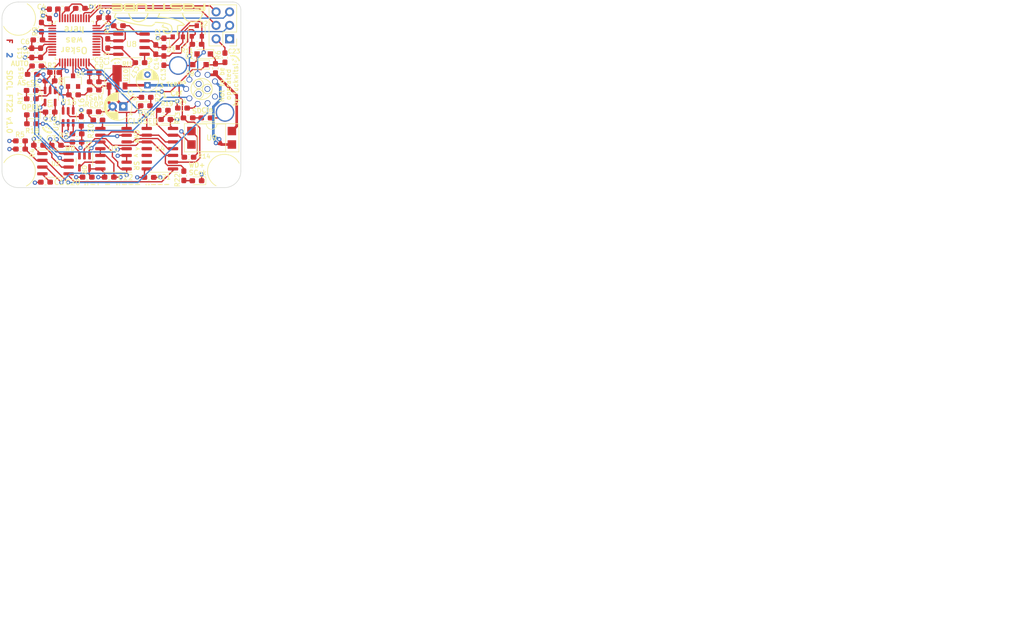
<source format=kicad_pcb>
(kicad_pcb (version 20171130) (host pcbnew 5.1.6)

  (general
    (thickness 1.6)
    (drawings 52)
    (tracks 696)
    (zones 0)
    (modules 77)
    (nets 77)
  )

  (page A4)
  (layers
    (0 F.Cu signal)
    (1 3V3.Cu power hide)
    (2 GND.Cu power hide)
    (31 B.Cu signal)
    (33 F.Adhes user hide)
    (35 F.Paste user)
    (36 B.SilkS user)
    (37 F.SilkS user)
    (38 B.Mask user hide)
    (39 F.Mask user hide)
    (40 Dwgs.User user hide)
    (41 Cmts.User user hide)
    (42 Eco1.User user hide)
    (43 Eco2.User user hide)
    (44 Edge.Cuts user)
    (45 Margin user hide)
    (46 B.CrtYd user)
    (47 F.CrtYd user)
    (49 F.Fab user hide)
  )

  (setup
    (last_trace_width 0.25)
    (user_trace_width 0.5)
    (user_trace_width 1)
    (trace_clearance 0.2)
    (zone_clearance 0.33)
    (zone_45_only no)
    (trace_min 0.2)
    (via_size 0.8)
    (via_drill 0.4)
    (via_min_size 0.4)
    (via_min_drill 0.3)
    (uvia_size 0.3)
    (uvia_drill 0.1)
    (uvias_allowed no)
    (uvia_min_size 0.2)
    (uvia_min_drill 0.1)
    (edge_width 0.1)
    (segment_width 0.2)
    (pcb_text_width 0.3)
    (pcb_text_size 1.5 1.5)
    (mod_edge_width 0.15)
    (mod_text_size 1 1)
    (mod_text_width 0.15)
    (pad_size 4.5 4.5)
    (pad_drill 3)
    (pad_to_mask_clearance 0)
    (aux_axis_origin 0 0)
    (visible_elements FFFFFF7F)
    (pcbplotparams
      (layerselection 0x010e0_ffffffff)
      (usegerberextensions false)
      (usegerberattributes true)
      (usegerberadvancedattributes true)
      (creategerberjobfile true)
      (excludeedgelayer true)
      (linewidth 0.100000)
      (plotframeref false)
      (viasonmask false)
      (mode 1)
      (useauxorigin false)
      (hpglpennumber 1)
      (hpglpenspeed 20)
      (hpglpendiameter 15.000000)
      (psnegative false)
      (psa4output false)
      (plotreference true)
      (plotvalue true)
      (plotinvisibletext false)
      (padsonsilk false)
      (subtractmaskfromsilk false)
      (outputformat 1)
      (mirror false)
      (drillshape 0)
      (scaleselection 1)
      (outputdirectory "export/"))
  )

  (net 0 "")
  (net 1 GND)
  (net 2 +3V3)
  (net 3 NRST)
  (net 4 CAN_H)
  (net 5 CAN_L)
  (net 6 +12V)
  (net 7 SDC_in_3V3)
  (net 8 "Net-(D2-Pad3)")
  (net 9 TS_activate_MUXed)
  (net 10 TRACESWO)
  (net 11 SWDIO)
  (net 12 SWCLK)
  (net 13 ~SDC_reset~)
  (net 14 TS_activate_ext)
  (net 15 TS_activate_dash)
  (net 16 SDC_in)
  (net 17 SDC_out)
  (net 18 To_SDC_relais)
  (net 19 AS_driving_mode)
  (net 20 AS_close_SDC)
  (net 21 "Net-(R12-Pad1)")
  (net 22 Watchdog)
  (net 23 SDC_is_ready)
  (net 24 "Net-(U7-Pad46)")
  (net 25 "Net-(U7-Pad45)")
  (net 26 "Net-(U7-Pad43)")
  (net 27 "Net-(U7-Pad42)")
  (net 28 "Net-(U7-Pad41)")
  (net 29 "Net-(U7-Pad40)")
  (net 30 "Net-(U7-Pad38)")
  (net 31 CAN_TX)
  (net 32 CAN_RX)
  (net 33 "Net-(U7-Pad31)")
  (net 34 "Net-(U7-Pad30)")
  (net 35 "Net-(U7-Pad29)")
  (net 36 "Net-(U7-Pad28)")
  (net 37 "Net-(U7-Pad27)")
  (net 38 "Net-(U7-Pad26)")
  (net 39 "Net-(U7-Pad25)")
  (net 40 "Net-(U7-Pad22)")
  (net 41 "Net-(U7-Pad21)")
  (net 42 "Net-(U7-Pad17)")
  (net 43 "Net-(U7-Pad16)")
  (net 44 "Net-(U7-Pad12)")
  (net 45 "Net-(U7-Pad11)")
  (net 46 "Net-(U7-Pad10)")
  (net 47 "Net-(U7-Pad6)")
  (net 48 "Net-(U7-Pad5)")
  (net 49 "Net-(U7-Pad4)")
  (net 50 "Net-(U7-Pad3)")
  (net 51 "Net-(U7-Pad2)")
  (net 52 "Net-(R14-Pad2)")
  (net 53 "Net-(R10-Pad1)")
  (net 54 "Net-(D5-Pad2)")
  (net 55 "Net-(D6-Pad2)")
  (net 56 "Net-(D7-Pad2)")
  (net 57 "Net-(D9-Pad2)")
  (net 58 "Net-(D10-Pad2)")
  (net 59 "Net-(D11-Pad2)")
  (net 60 "Net-(D12-Pad2)")
  (net 61 "Net-(D13-Pad2)")
  (net 62 "/Non-Programmable Logic/~WDO~")
  (net 63 "/Non-Programmable Logic/RP")
  (net 64 "/Non-Programmable Logic/WP")
  (net 65 "/Non-Programmable Logic/correct_button_pressed")
  (net 66 "/Non-Programmable Logic/close_while_allowed")
  (net 67 "/Non-Programmable Logic/reopened")
  (net 68 "/Non-Programmable Logic/~reset_all~")
  (net 69 "/Non-Programmable Logic/closing_allowed")
  (net 70 "/Non-Programmable Logic/~reopen~")
  (net 71 "/Non-Programmable Logic/WD_and_SDCin_ok")
  (net 72 "/Non-Programmable Logic/~try_close~")
  (net 73 "/Non-Programmable Logic/still_initial_open")
  (net 74 "Net-(R!1-Pad2)")
  (net 75 "Net-(D14-Pad2)")
  (net 76 "Net-(R24-Pad2)")

  (net_class Default "This is the default net class."
    (clearance 0.2)
    (trace_width 0.25)
    (via_dia 0.8)
    (via_drill 0.4)
    (uvia_dia 0.3)
    (uvia_drill 0.1)
    (add_net +12V)
    (add_net +3V3)
    (add_net "/Non-Programmable Logic/RP")
    (add_net "/Non-Programmable Logic/WD_and_SDCin_ok")
    (add_net "/Non-Programmable Logic/WP")
    (add_net "/Non-Programmable Logic/close_while_allowed")
    (add_net "/Non-Programmable Logic/closing_allowed")
    (add_net "/Non-Programmable Logic/correct_button_pressed")
    (add_net "/Non-Programmable Logic/reopened")
    (add_net "/Non-Programmable Logic/still_initial_open")
    (add_net "/Non-Programmable Logic/~WDO~")
    (add_net "/Non-Programmable Logic/~reopen~")
    (add_net "/Non-Programmable Logic/~reset_all~")
    (add_net "/Non-Programmable Logic/~try_close~")
    (add_net AS_close_SDC)
    (add_net AS_driving_mode)
    (add_net CAN_H)
    (add_net CAN_L)
    (add_net CAN_RX)
    (add_net CAN_TX)
    (add_net GND)
    (add_net NRST)
    (add_net "Net-(D10-Pad2)")
    (add_net "Net-(D11-Pad2)")
    (add_net "Net-(D12-Pad2)")
    (add_net "Net-(D13-Pad2)")
    (add_net "Net-(D14-Pad2)")
    (add_net "Net-(D2-Pad3)")
    (add_net "Net-(D5-Pad2)")
    (add_net "Net-(D6-Pad2)")
    (add_net "Net-(D7-Pad2)")
    (add_net "Net-(D9-Pad2)")
    (add_net "Net-(R!1-Pad2)")
    (add_net "Net-(R10-Pad1)")
    (add_net "Net-(R12-Pad1)")
    (add_net "Net-(R14-Pad2)")
    (add_net "Net-(R24-Pad2)")
    (add_net "Net-(U7-Pad10)")
    (add_net "Net-(U7-Pad11)")
    (add_net "Net-(U7-Pad12)")
    (add_net "Net-(U7-Pad16)")
    (add_net "Net-(U7-Pad17)")
    (add_net "Net-(U7-Pad2)")
    (add_net "Net-(U7-Pad21)")
    (add_net "Net-(U7-Pad22)")
    (add_net "Net-(U7-Pad25)")
    (add_net "Net-(U7-Pad26)")
    (add_net "Net-(U7-Pad27)")
    (add_net "Net-(U7-Pad28)")
    (add_net "Net-(U7-Pad29)")
    (add_net "Net-(U7-Pad3)")
    (add_net "Net-(U7-Pad30)")
    (add_net "Net-(U7-Pad31)")
    (add_net "Net-(U7-Pad38)")
    (add_net "Net-(U7-Pad4)")
    (add_net "Net-(U7-Pad40)")
    (add_net "Net-(U7-Pad41)")
    (add_net "Net-(U7-Pad42)")
    (add_net "Net-(U7-Pad43)")
    (add_net "Net-(U7-Pad45)")
    (add_net "Net-(U7-Pad46)")
    (add_net "Net-(U7-Pad5)")
    (add_net "Net-(U7-Pad6)")
    (add_net SDC_in)
    (add_net SDC_in_3V3)
    (add_net SDC_is_ready)
    (add_net SDC_out)
    (add_net SWCLK)
    (add_net SWDIO)
    (add_net TRACESWO)
    (add_net TS_activate_MUXed)
    (add_net TS_activate_dash)
    (add_net TS_activate_ext)
    (add_net To_SDC_relais)
    (add_net Watchdog)
    (add_net ~SDC_reset~)
  )

  (module Diode_SMD:D_SOD-323_HandSoldering (layer F.Cu) (tedit 58641869) (tstamp 61E3C118)
    (at 176 77.8 180)
    (descr SOD-323)
    (tags SOD-323)
    (path /61BBA8EA/61E0CD10)
    (attr smd)
    (fp_text reference D1 (at 2.7 -0.5 180) (layer F.SilkS)
      (effects (font (size 0.8 0.8) (thickness 0.15)))
    )
    (fp_text value "Zener 3V" (at 0.1 1.9) (layer F.Fab)
      (effects (font (size 1 1) (thickness 0.15)))
    )
    (fp_text user %R (at 0 -1.85) (layer F.Fab)
      (effects (font (size 1 1) (thickness 0.15)))
    )
    (fp_line (start -1.9 -0.85) (end -1.9 0.85) (layer F.SilkS) (width 0.12))
    (fp_line (start 0.2 0) (end 0.45 0) (layer F.Fab) (width 0.1))
    (fp_line (start 0.2 0.35) (end -0.3 0) (layer F.Fab) (width 0.1))
    (fp_line (start 0.2 -0.35) (end 0.2 0.35) (layer F.Fab) (width 0.1))
    (fp_line (start -0.3 0) (end 0.2 -0.35) (layer F.Fab) (width 0.1))
    (fp_line (start -0.3 0) (end -0.5 0) (layer F.Fab) (width 0.1))
    (fp_line (start -0.3 -0.35) (end -0.3 0.35) (layer F.Fab) (width 0.1))
    (fp_line (start -0.9 0.7) (end -0.9 -0.7) (layer F.Fab) (width 0.1))
    (fp_line (start 0.9 0.7) (end -0.9 0.7) (layer F.Fab) (width 0.1))
    (fp_line (start 0.9 -0.7) (end 0.9 0.7) (layer F.Fab) (width 0.1))
    (fp_line (start -0.9 -0.7) (end 0.9 -0.7) (layer F.Fab) (width 0.1))
    (fp_line (start -2 -0.95) (end 2 -0.95) (layer F.CrtYd) (width 0.05))
    (fp_line (start 2 -0.95) (end 2 0.95) (layer F.CrtYd) (width 0.05))
    (fp_line (start -2 0.95) (end 2 0.95) (layer F.CrtYd) (width 0.05))
    (fp_line (start -2 -0.95) (end -2 0.95) (layer F.CrtYd) (width 0.05))
    (fp_line (start -1.9 0.85) (end 1.25 0.85) (layer F.SilkS) (width 0.12))
    (fp_line (start -1.9 -0.85) (end 1.25 -0.85) (layer F.SilkS) (width 0.12))
    (pad 2 smd rect (at 1.25 0 180) (size 1 1) (layers F.Cu F.Paste F.Mask)
      (net 1 GND))
    (pad 1 smd rect (at -1.25 0 180) (size 1 1) (layers F.Cu F.Paste F.Mask)
      (net 7 SDC_in_3V3))
    (model ${KISYS3DMOD}/Diode_SMD.3dshapes/D_SOD-323.wrl
      (at (xyz 0 0 0))
      (scale (xyz 1 1 1))
      (rotate (xyz 0 0 0))
    )
  )

  (module "" (layer F.Cu) (tedit 0) (tstamp 0)
    (at 154.94 86.36)
    (fp_text reference "" (at 175.379275 97.559263) (layer F.SilkS)
      (effects (font (size 1.27 1.27) (thickness 0.15)))
    )
    (fp_text value "" (at 175.379275 97.559263) (layer F.SilkS)
      (effects (font (size 1.27 1.27) (thickness 0.15)))
    )
  )

  (module Custom:FTLogo_small (layer F.Cu) (tedit 0) (tstamp 61B9DF51)
    (at 167.514735 71.3 180)
    (fp_text reference LOGO (at 0 0) (layer F.SilkS) hide
      (effects (font (size 1.524 1.524) (thickness 0.3)))
    )
    (fp_text value LOGO (at 0.75 0) (layer F.SilkS) hide
      (effects (font (size 1.524 1.524) (thickness 0.3)))
    )
    (fp_poly (pts (xy -1.631321 -2.753159) (xy -1.584163 -2.751528) (xy -1.5406 -2.748525) (xy -1.502936 -2.744165)
      (xy -1.500717 -2.74383) (xy -1.418084 -2.727991) (xy -1.340455 -2.706392) (xy -1.266983 -2.678605)
      (xy -1.196821 -2.644199) (xy -1.129124 -2.602745) (xy -1.063044 -2.553814) (xy -0.997735 -2.496976)
      (xy -0.978883 -2.479014) (xy -0.950948 -2.451108) (xy -0.926207 -2.424483) (xy -0.903272 -2.397407)
      (xy -0.880751 -2.368153) (xy -0.857255 -2.334988) (xy -0.831395 -2.296185) (xy -0.828899 -2.29235)
      (xy -0.794058 -2.237174) (xy -0.76503 -2.187783) (xy -0.741706 -2.14391) (xy -0.723981 -2.105285)
      (xy -0.711748 -2.07164) (xy -0.7049 -2.042706) (xy -0.703331 -2.018214) (xy -0.706935 -1.997895)
      (xy -0.709553 -1.991391) (xy -0.721508 -1.972969) (xy -0.738843 -1.954702) (xy -0.758842 -1.939235)
      (xy -0.769263 -1.933241) (xy -0.787056 -1.925536) (xy -0.806927 -1.919397) (xy -0.829373 -1.914858)
      (xy -0.854891 -1.91195) (xy -0.883979 -1.910707) (xy -0.917134 -1.911159) (xy -0.954854 -1.913341)
      (xy -0.997636 -1.917283) (xy -1.045978 -1.923019) (xy -1.100376 -1.930581) (xy -1.161328 -1.94)
      (xy -1.229332 -1.95131) (xy -1.304884 -1.964543) (xy -1.335617 -1.970071) (xy -1.388211 -1.979583)
      (xy -1.433212 -1.987688) (xy -1.471356 -1.994501) (xy -1.503378 -2.000136) (xy -1.530016 -2.004707)
      (xy -1.552004 -2.008329) (xy -1.57008 -2.011114) (xy -1.584978 -2.013178) (xy -1.597435 -2.014633)
      (xy -1.608187 -2.015595) (xy -1.617969 -2.016177) (xy -1.627519 -2.016494) (xy -1.636184 -2.016641)
      (xy -1.662097 -2.016359) (xy -1.681049 -2.014379) (xy -1.694466 -2.010149) (xy -1.703774 -2.003118)
      (xy -1.7104 -1.992734) (xy -1.712819 -1.986998) (xy -1.717443 -1.965835) (xy -1.717854 -1.939733)
      (xy -1.714454 -1.910852) (xy -1.707646 -1.881352) (xy -1.697831 -1.853393) (xy -1.685413 -1.829134)
      (xy -1.682612 -1.824857) (xy -1.664105 -1.803288) (xy -1.638185 -1.781205) (xy -1.605836 -1.759205)
      (xy -1.568038 -1.737886) (xy -1.525772 -1.717846) (xy -1.480022 -1.699682) (xy -1.472637 -1.697057)
      (xy -1.432477 -1.683358) (xy -1.38476 -1.667698) (xy -1.330118 -1.650267) (xy -1.269181 -1.631256)
      (xy -1.202582 -1.610855) (xy -1.130953 -1.589255) (xy -1.054924 -1.566646) (xy -0.975127 -1.543218)
      (xy -0.892195 -1.519162) (xy -0.806758 -1.494668) (xy -0.719448 -1.469927) (xy -0.715446 -1.4688)
      (xy -0.679335 -1.458602) (xy -0.645819 -1.449079) (xy -0.61576 -1.440481) (xy -0.590025 -1.433057)
      (xy -0.569476 -1.427058) (xy -0.554978 -1.422733) (xy -0.547396 -1.420333) (xy -0.546476 -1.419953)
      (xy -0.547319 -1.415499) (xy -0.551022 -1.40428) (xy -0.55717 -1.38734) (xy -0.56535 -1.365724)
      (xy -0.575147 -1.340474) (xy -0.586149 -1.312634) (xy -0.597941 -1.283249) (xy -0.610111 -1.253362)
      (xy -0.622244 -1.224017) (xy -0.633926 -1.196258) (xy -0.644744 -1.171129) (xy -0.648226 -1.163203)
      (xy -0.675347 -1.103166) (xy -0.70103 -1.04917) (xy -0.726276 -0.999148) (xy -0.743378 -0.966955)
      (xy -0.761926 -0.932727) (xy -0.826522 -0.942375) (xy -0.863333 -0.94808) (xy -0.896897 -0.953684)
      (xy -0.926365 -0.959018) (xy -0.950892 -0.963913) (xy -0.969629 -0.968198) (xy -0.981729 -0.971703)
      (xy -0.986346 -0.97426) (xy -0.986367 -0.974401) (xy -0.984503 -0.978893) (xy -0.979183 -0.990105)
      (xy -0.970811 -1.00722) (xy -0.959794 -1.029425) (xy -0.946535 -1.055903) (xy -0.931442 -1.085839)
      (xy -0.914918 -1.118418) (xy -0.907823 -1.132353) (xy -0.82928 -1.286439) (xy -0.858082 -1.294844)
      (xy -0.869318 -1.298118) (xy -0.887426 -1.303388) (xy -0.911145 -1.310288) (xy -0.939218 -1.318452)
      (xy -0.970385 -1.327514) (xy -1.003387 -1.337106) (xy -1.018117 -1.341387) (xy -1.112782 -1.36911)
      (xy -1.199464 -1.394946) (xy -1.278417 -1.418981) (xy -1.34989 -1.441301) (xy -1.414136 -1.461992)
      (xy -1.471405 -1.48114) (xy -1.521951 -1.498831) (xy -1.566023 -1.515151) (xy -1.603874 -1.530186)
      (xy -1.635755 -1.544022) (xy -1.661918 -1.556745) (xy -1.682613 -1.568441) (xy -1.68336 -1.568907)
      (xy -1.735483 -1.603725) (xy -1.779843 -1.638277) (xy -1.817072 -1.673397) (xy -1.847802 -1.709914)
      (xy -1.872667 -1.74866) (xy -1.892297 -1.790466) (xy -1.907325 -1.836163) (xy -1.916264 -1.875066)
      (xy -1.922649 -1.925504) (xy -1.92225 -1.974221) (xy -1.91537 -2.020462) (xy -1.902311 -2.063473)
      (xy -1.883373 -2.102501) (xy -1.858859 -2.13679) (xy -1.82907 -2.165586) (xy -1.794307 -2.188136)
      (xy -1.790254 -2.190173) (xy -1.765059 -2.201582) (xy -1.741776 -2.209795) (xy -1.718109 -2.215278)
      (xy -1.691766 -2.218494) (xy -1.660451 -2.219909) (xy -1.642534 -2.220085) (xy -1.628067 -2.220082)
      (xy -1.614986 -2.219945) (xy -1.602506 -2.219562) (xy -1.589843 -2.218822) (xy -1.576214 -2.217613)
      (xy -1.560835 -2.215825) (xy -1.542923 -2.213345) (xy -1.521693 -2.210063) (xy -1.496361 -2.205866)
      (xy -1.466145 -2.200645) (xy -1.43026 -2.194287) (xy -1.387922 -2.18668) (xy -1.338348 -2.177715)
      (xy -1.316567 -2.173768) (xy -1.260795 -2.163771) (xy -1.20849 -2.154614) (xy -1.160227 -2.146386)
      (xy -1.116583 -2.139178) (xy -1.078133 -2.133081) (xy -1.045452 -2.128184) (xy -1.019115 -2.124579)
      (xy -0.999699 -2.122354) (xy -0.987778 -2.121601) (xy -0.985133 -2.121748) (xy -0.98375 -2.12524)
      (xy -0.987754 -2.13394) (xy -0.996493 -2.147119) (xy -1.009315 -2.16405) (xy -1.025568 -2.184007)
      (xy -1.0446 -2.206262) (xy -1.065759 -2.230088) (xy -1.088392 -2.254759) (xy -1.111848 -2.279546)
      (xy -1.135474 -2.303724) (xy -1.158618 -2.326564) (xy -1.180628 -2.34734) (xy -1.200851 -2.365326)
      (xy -1.211716 -2.374361) (xy -1.279116 -2.424053) (xy -1.347591 -2.465387) (xy -1.417321 -2.498423)
      (xy -1.488487 -2.523222) (xy -1.56127 -2.539846) (xy -1.635851 -2.548355) (xy -1.712411 -2.54881)
      (xy -1.727237 -2.547988) (xy -1.808565 -2.538694) (xy -1.886506 -2.521689) (xy -1.960822 -2.497109)
      (xy -2.031274 -2.465089) (xy -2.097625 -2.425765) (xy -2.159637 -2.379273) (xy -2.217072 -2.325747)
      (xy -2.269691 -2.265324) (xy -2.302589 -2.220383) (xy -2.340984 -2.159184) (xy -2.371846 -2.09878)
      (xy -2.395398 -2.038169) (xy -2.411865 -1.976349) (xy -2.421471 -1.912315) (xy -2.424439 -1.845066)
      (xy -2.420993 -1.773599) (xy -2.414634 -1.718733) (xy -2.40449 -1.66163) (xy -2.389715 -1.599672)
      (xy -2.370908 -1.534661) (xy -2.348671 -1.468398) (xy -2.323603 -1.402686) (xy -2.296305 -1.339324)
      (xy -2.270326 -1.285798) (xy -2.253827 -1.258796) (xy -2.231235 -1.229248) (xy -2.203901 -1.198648)
      (xy -2.173175 -1.168487) (xy -2.140407 -1.140258) (xy -2.134299 -1.135421) (xy -2.078637 -1.095895)
      (xy -2.014787 -1.057787) (xy -1.942912 -1.021135) (xy -1.863178 -0.985974) (xy -1.775747 -0.952341)
      (xy -1.680786 -0.920272) (xy -1.578457 -0.889802) (xy -1.468926 -0.860969) (xy -1.352357 -0.833807)
      (xy -1.228913 -0.808354) (xy -1.09876 -0.784645) (xy -0.962061 -0.762717) (xy -0.818982 -0.742605)
      (xy -0.669686 -0.724347) (xy -0.514337 -0.707977) (xy -0.353101 -0.693533) (xy -0.18614 -0.681049)
      (xy -0.023283 -0.67109) (xy 0.035589 -0.667904) (xy 0.088145 -0.665169) (xy 0.135774 -0.662841)
      (xy 0.179867 -0.660875) (xy 0.221812 -0.659229) (xy 0.263 -0.657859) (xy 0.304822 -0.656722)
      (xy 0.348665 -0.655773) (xy 0.395922 -0.65497) (xy 0.447981 -0.654269) (xy 0.506232 -0.653626)
      (xy 0.547158 -0.653227) (xy 0.593719 -0.652751) (xy 0.637683 -0.652223) (xy 0.678334 -0.651659)
      (xy 0.714958 -0.651071) (xy 0.746838 -0.650473) (xy 0.773259 -0.649878) (xy 0.793506 -0.649302)
      (xy 0.806863 -0.648756) (xy 0.812616 -0.648255) (xy 0.812791 -0.64816) (xy 0.810244 -0.644329)
      (xy 0.803043 -0.634737) (xy 0.79184 -0.620222) (xy 0.777287 -0.601621) (xy 0.760038 -0.57977)
      (xy 0.740743 -0.555506) (xy 0.734075 -0.547158) (xy 0.655367 -0.448733) (xy 0.510775 -0.449386)
      (xy 0.470774 -0.449663) (xy 0.42835 -0.450127) (xy 0.385572 -0.450744) (xy 0.344512 -0.451478)
      (xy 0.307237 -0.452297) (xy 0.275817 -0.453166) (xy 0.268817 -0.453397) (xy 0.121785 -0.4593)
      (xy -0.025821 -0.466852) (xy -0.172625 -0.475947) (xy -0.31725 -0.486482) (xy -0.45832 -0.498351)
      (xy -0.594455 -0.511452) (xy -0.724281 -0.525679) (xy -0.789517 -0.533572) (xy -0.980213 -0.560886)
      (xy -1.166107 -0.594437) (xy -1.34685 -0.634152) (xy -1.522093 -0.67996) (xy -1.586733 -0.698817)
      (xy -1.677137 -0.727198) (xy -1.764736 -0.757131) (xy -1.849082 -0.788384) (xy -1.929727 -0.820725)
      (xy -2.006223 -0.853919) (xy -2.078122 -0.887733) (xy -2.144977 -0.921935) (xy -2.206339 -0.95629)
      (xy -2.26176 -0.990566) (xy -2.310792 -1.02453) (xy -2.352987 -1.057948) (xy -2.387897 -1.090587)
      (xy -2.415075 -1.122213) (xy -2.423683 -1.134533) (xy -2.444567 -1.16954) (xy -2.466425 -1.21155)
      (xy -2.488671 -1.259246) (xy -2.510723 -1.311308) (xy -2.531997 -1.36642) (xy -2.551909 -1.423261)
      (xy -2.553016 -1.426603) (xy -2.578617 -1.509715) (xy -2.59966 -1.589996) (xy -2.616076 -1.666902)
      (xy -2.6278 -1.73989) (xy -2.634764 -1.808416) (xy -2.636902 -1.871938) (xy -2.634146 -1.92991)
      (xy -2.62643 -1.981791) (xy -2.623155 -1.996017) (xy -2.597477 -2.081692) (xy -2.564174 -2.165555)
      (xy -2.523795 -2.24673) (xy -2.476887 -2.324336) (xy -2.423997 -2.397496) (xy -2.365674 -2.465332)
      (xy -2.302465 -2.526965) (xy -2.280077 -2.546252) (xy -2.237973 -2.578475) (xy -2.18988 -2.610326)
      (xy -2.138213 -2.640406) (xy -2.085386 -2.667316) (xy -2.033815 -2.689656) (xy -2.030081 -2.691102)
      (xy -1.998651 -2.702007) (xy -1.961342 -2.713078) (xy -1.920704 -2.723684) (xy -1.879287 -2.733193)
      (xy -1.839641 -2.740974) (xy -1.80975 -2.745687) (xy -1.771287 -2.749682) (xy -1.727189 -2.75225)
      (xy -1.679765 -2.753404) (xy -1.631321 -2.753159)) (layer F.SilkS) (width 0.01))
    (fp_poly (pts (xy -3.451187 -2.100792) (xy -3.452283 -1.183217) (xy -3.464804 -1.160613) (xy -3.484268 -1.133139)
      (xy -3.510671 -1.108646) (xy -3.544212 -1.087043) (xy -3.585091 -1.068234) (xy -3.633508 -1.052125)
      (xy -3.689662 -1.038623) (xy -3.744529 -1.028988) (xy -3.775812 -1.024537) (xy -3.807662 -1.020573)
      (xy -3.840852 -1.017051) (xy -3.876152 -1.013928) (xy -3.914335 -1.011157) (xy -3.956173 -1.008697)
      (xy -4.002439 -1.006501) (xy -4.053903 -1.004527) (xy -4.111337 -1.002728) (xy -4.175515 -1.001063)
      (xy -4.247207 -0.999485) (xy -4.265083 -0.999125) (xy -4.313643 -0.998096) (xy -4.362106 -0.996944)
      (xy -4.409723 -0.995696) (xy -4.455747 -0.994378) (xy -4.499428 -0.993018) (xy -4.540018 -0.991643)
      (xy -4.576767 -0.990278) (xy -4.608927 -0.98895) (xy -4.635748 -0.987687) (xy -4.656483 -0.986516)
      (xy -4.670383 -0.985462) (xy -4.676698 -0.984553) (xy -4.676968 -0.98441) (xy -4.674565 -0.981119)
      (xy -4.666678 -0.973045) (xy -4.654186 -0.96099) (xy -4.637971 -0.945754) (xy -4.618913 -0.928137)
      (xy -4.597891 -0.908941) (xy -4.575787 -0.888966) (xy -4.553481 -0.869013) (xy -4.531853 -0.849883)
      (xy -4.511784 -0.832376) (xy -4.494154 -0.817293) (xy -4.4831 -0.808085) (xy -4.374756 -0.723902)
      (xy -4.259229 -0.643006) (xy -4.136474 -0.565383) (xy -4.006444 -0.491016) (xy -3.869094 -0.419887)
      (xy -3.724378 -0.351982) (xy -3.572249 -0.287284) (xy -3.412661 -0.225777) (xy -3.24557 -0.167443)
      (xy -3.070928 -0.112268) (xy -2.88869 -0.060234) (xy -2.698809 -0.011326) (xy -2.50124 0.034473)
      (xy -2.295937 0.07718) (xy -2.082853 0.116809) (xy -1.861944 0.153379) (xy -1.699684 0.177585)
      (xy -1.623759 0.188241) (xy -1.548568 0.198425) (xy -1.473485 0.208198) (xy -1.397887 0.217626)
      (xy -1.321148 0.226771) (xy -1.242643 0.235697) (xy -1.161748 0.244469) (xy -1.077837 0.253148)
      (xy -0.990287 0.2618) (xy -0.898471 0.270487) (xy -0.801766 0.279274) (xy -0.699546 0.288223)
      (xy -0.591186 0.297398) (xy -0.476063 0.306864) (xy -0.35355 0.316683) (xy -0.262467 0.323846)
      (xy -0.209675 0.328002) (xy -0.156323 0.332263) (xy -0.103087 0.33657) (xy -0.05064 0.340867)
      (xy 0.000345 0.345095) (xy 0.049194 0.349196) (xy 0.095234 0.353113) (xy 0.13779 0.356788)
      (xy 0.17619 0.360162) (xy 0.209758 0.363178) (xy 0.237822 0.365778) (xy 0.259709 0.367904)
      (xy 0.274743 0.369499) (xy 0.282252 0.370504) (xy 0.282982 0.370709) (xy 0.281507 0.374645)
      (xy 0.276661 0.385303) (xy 0.268855 0.401828) (xy 0.2585 0.423368) (xy 0.246006 0.449067)
      (xy 0.231782 0.478073) (xy 0.216623 0.508761) (xy 0.175531 0.592981) (xy 0.137955 0.672928)
      (xy 0.102659 0.751335) (xy 0.068408 0.830935) (xy 0.039451 0.900943) (xy 0.028559 0.927913)
      (xy 0.016844 0.957263) (xy 0.00471 0.987953) (xy -0.007443 1.01894) (xy -0.019211 1.049183)
      (xy -0.030193 1.07764) (xy -0.039986 1.103269) (xy -0.048188 1.125029) (xy -0.054397 1.141879)
      (xy -0.058209 1.152777) (xy -0.059267 1.156564) (xy -0.055095 1.156874) (xy -0.042828 1.157176)
      (xy -0.022836 1.157469) (xy 0.004509 1.157752) (xy 0.038837 1.158024) (xy 0.079777 1.158282)
      (xy 0.126958 1.158527) (xy 0.180008 1.158757) (xy 0.238558 1.158969) (xy 0.302234 1.159165)
      (xy 0.370668 1.159341) (xy 0.443487 1.159496) (xy 0.520321 1.15963) (xy 0.600799 1.159742)
      (xy 0.68455 1.159829) (xy 0.771202 1.15989) (xy 0.860385 1.159925) (xy 0.928729 1.159933)
      (xy 1.916724 1.159933) (xy 2.120739 1.159933) (xy 5.5118 1.159933) (xy 5.511769 1.148292)
      (xy 5.510733 1.137054) (xy 5.507874 1.11907) (xy 5.503507 1.095788) (xy 5.497948 1.068652)
      (xy 5.491513 1.039112) (xy 5.484516 1.008611) (xy 5.477274 0.978598) (xy 5.470102 0.950519)
      (xy 5.463315 0.925821) (xy 5.463063 0.924947) (xy 5.433513 0.833783) (xy 5.39763 0.741855)
      (xy 5.356313 0.651037) (xy 5.310465 0.563205) (xy 5.260988 0.480232) (xy 5.219643 0.418953)
      (xy 5.144945 0.321537) (xy 5.064784 0.230532) (xy 4.979379 0.146079) (xy 4.88895 0.068316)
      (xy 4.793715 -0.002619) (xy 4.693893 -0.066584) (xy 4.589703 -0.123442) (xy 4.481363 -0.173054)
      (xy 4.369093 -0.215279) (xy 4.253112 -0.24998) (xy 4.133639 -0.277017) (xy 4.12115 -0.279359)
      (xy 4.085572 -0.285657) (xy 4.053263 -0.290744) (xy 4.022649 -0.294739) (xy 3.99216 -0.297762)
      (xy 3.960224 -0.299932) (xy 3.925269 -0.301369) (xy 3.885723 -0.302191) (xy 3.840016 -0.30252)
      (xy 3.81635 -0.302538) (xy 3.763767 -0.302247) (xy 3.717937 -0.301352) (xy 3.677158 -0.299698)
      (xy 3.639726 -0.297128) (xy 3.60394 -0.293486) (xy 3.568098 -0.288616) (xy 3.530498 -0.282361)
      (xy 3.489436 -0.274565) (xy 3.470931 -0.270831) (xy 3.355463 -0.242991) (xy 3.243225 -0.207522)
      (xy 3.134505 -0.16472) (xy 3.029594 -0.114881) (xy 2.928782 -0.0583) (xy 2.83236 0.004727)
      (xy 2.740617 0.073903) (xy 2.653843 0.148935) (xy 2.572329 0.229525) (xy 2.496364 0.315378)
      (xy 2.42624 0.406198) (xy 2.362245 0.50169) (xy 2.304671 0.601557) (xy 2.253807 0.705504)
      (xy 2.209943 0.813236) (xy 2.17337 0.924456) (xy 2.144378 1.038869) (xy 2.13372 1.0922)
      (xy 2.129993 1.112413) (xy 2.126649 1.13031) (xy 2.124081 1.143807) (xy 2.122769 1.150408)
      (xy 2.120739 1.159933) (xy 1.916724 1.159933) (xy 1.919672 1.135592) (xy 1.921574 1.122044)
      (xy 1.924637 1.102664) (xy 1.928452 1.079938) (xy 1.932612 1.056354) (xy 1.933021 1.0541)
      (xy 1.959536 0.931832) (xy 1.994003 0.812082) (xy 2.036191 0.6952) (xy 2.085866 0.58154)
      (xy 2.142797 0.471453) (xy 2.206751 0.365293) (xy 2.277495 0.263409) (xy 2.354796 0.166156)
      (xy 2.438423 0.073885) (xy 2.528143 -0.013052) (xy 2.623724 -0.094302) (xy 2.724932 -0.169515)
      (xy 2.753783 -0.189134) (xy 2.861211 -0.255715) (xy 2.972491 -0.314773) (xy 3.087512 -0.366267)
      (xy 3.206161 -0.410156) (xy 3.328328 -0.446398) (xy 3.453899 -0.474952) (xy 3.582147 -0.495696)
      (xy 3.614473 -0.499145) (xy 3.653446 -0.502071) (xy 3.697257 -0.504434) (xy 3.744101 -0.506197)
      (xy 3.79217 -0.507319) (xy 3.839657 -0.507762) (xy 3.884756 -0.507487) (xy 3.92566 -0.506454)
      (xy 3.960561 -0.504624) (xy 3.968052 -0.504045) (xy 4.097495 -0.489253) (xy 4.22346 -0.466765)
      (xy 4.346074 -0.436531) (xy 4.46546 -0.3985) (xy 4.581745 -0.352624) (xy 4.695053 -0.298853)
      (xy 4.805511 -0.237135) (xy 4.913242 -0.167422) (xy 5.018374 -0.089663) (xy 5.0292 -0.081083)
      (xy 5.084253 -0.034606) (xy 5.141077 0.018149) (xy 5.198224 0.075628) (xy 5.254249 0.136279)
      (xy 5.307706 0.198546) (xy 5.357148 0.260876) (xy 5.392342 0.309033) (xy 5.427945 0.362348)
      (xy 5.463975 0.421014) (xy 5.499256 0.482872) (xy 5.532614 0.545761) (xy 5.562872 0.60752)
      (xy 5.588857 0.665989) (xy 5.596091 0.683683) (xy 5.628236 0.770619) (xy 5.657019 0.861363)
      (xy 5.681666 0.953159) (xy 5.701407 1.04325) (xy 5.709468 1.088451) (xy 5.721135 1.159933)
      (xy 7.941699 1.159933) (xy 7.992632 1.058136) (xy 8.03456 0.973127) (xy 8.071809 0.895043)
      (xy 8.10442 0.823783) (xy 8.132436 0.759245) (xy 8.155899 0.701325) (xy 8.174851 0.649923)
      (xy 8.189336 0.604937) (xy 8.199394 0.566264) (xy 8.202023 0.553425) (xy 8.208977 0.516299)
      (xy 8.198525 0.493469) (xy 8.184803 0.470692) (xy 8.163788 0.446508) (xy 8.135341 0.420817)
      (xy 8.099325 0.393521) (xy 8.055605 0.364521) (xy 8.004042 0.333717) (xy 7.944499 0.301011)
      (xy 7.8994 0.277643) (xy 7.812772 0.235224) (xy 7.718194 0.191777) (xy 7.616103 0.147437)
      (xy 7.506934 0.102336) (xy 7.391125 0.056608) (xy 7.269112 0.010387) (xy 7.141331 -0.036196)
      (xy 7.00822 -0.083006) (xy 6.870214 -0.129911) (xy 6.727751 -0.176777) (xy 6.581267 -0.22347)
      (xy 6.431198 -0.269858) (xy 6.277982 -0.315808) (xy 6.122054 -0.361186) (xy 5.963851 -0.405859)
      (xy 5.80381 -0.449693) (xy 5.642368 -0.492556) (xy 5.47996 -0.534315) (xy 5.317024 -0.574835)
      (xy 5.153996 -0.613985) (xy 4.991313 -0.65163) (xy 4.829411 -0.687637) (xy 4.668726 -0.721873)
      (xy 4.5339 -0.749388) (xy 4.34411 -0.78634) (xy 4.152329 -0.821778) (xy 3.9593 -0.855605)
      (xy 3.765769 -0.887722) (xy 3.572478 -0.918031) (xy 3.380172 -0.946434) (xy 3.189594 -0.972833)
      (xy 3.001488 -0.997129) (xy 2.816599 -1.019225) (xy 2.635671 -1.039022) (xy 2.459446 -1.056422)
      (xy 2.28867 -1.071326) (xy 2.124086 -1.083637) (xy 1.966438 -1.093257) (xy 1.905 -1.096352)
      (xy 1.870435 -1.09771) (xy 1.830895 -1.098799) (xy 1.787697 -1.099621) (xy 1.74216 -1.100175)
      (xy 1.695601 -1.100462) (xy 1.649336 -1.100482) (xy 1.604685 -1.100234) (xy 1.562964 -1.09972)
      (xy 1.525491 -1.098939) (xy 1.493583 -1.097892) (xy 1.468559 -1.096579) (xy 1.464521 -1.096286)
      (xy 1.419944 -1.092341) (xy 1.382293 -1.087744) (xy 1.350031 -1.082152) (xy 1.321621 -1.075219)
      (xy 1.29553 -1.066599) (xy 1.270219 -1.055947) (xy 1.2573 -1.049713) (xy 1.231727 -1.035661)
      (xy 1.200924 -1.016645) (xy 1.16592 -0.993399) (xy 1.127745 -0.966662) (xy 1.087428 -0.937167)
      (xy 1.045999 -0.905652) (xy 1.004487 -0.872854) (xy 0.967317 -0.842351) (xy 0.92075 -0.803396)
      (xy 0.867833 -0.805906) (xy 0.845801 -0.806886) (xy 0.817918 -0.808027) (xy 0.786798 -0.809228)
      (xy 0.755051 -0.810388) (xy 0.731308 -0.811207) (xy 0.705748 -0.812236) (xy 0.683344 -0.813474)
      (xy 0.66537 -0.814823) (xy 0.653102 -0.816184) (xy 0.647813 -0.817459) (xy 0.6477 -0.817654)
      (xy 0.65049 -0.82282) (xy 0.658263 -0.833049) (xy 0.670118 -0.847313) (xy 0.685158 -0.864583)
      (xy 0.702482 -0.883833) (xy 0.721193 -0.904033) (xy 0.740391 -0.924156) (xy 0.744616 -0.928496)
      (xy 0.804564 -0.986608) (xy 0.86766 -1.041717) (xy 0.932718 -1.092962) (xy 0.998553 -1.139482)
      (xy 1.063979 -1.180417) (xy 1.12781 -1.214906) (xy 1.160004 -1.230018) (xy 1.193048 -1.244206)
      (xy 1.224103 -1.256396) (xy 1.254129 -1.266733) (xy 1.284088 -1.275362) (xy 1.314942 -1.282426)
      (xy 1.347649 -1.288069) (xy 1.383173 -1.292436) (xy 1.422474 -1.295671) (xy 1.466512 -1.297918)
      (xy 1.51625 -1.299321) (xy 1.572647 -1.300024) (xy 1.62779 -1.300179) (xy 1.739034 -1.298988)
      (xy 1.857861 -1.29555) (xy 1.98371 -1.289938) (xy 2.116022 -1.282225) (xy 2.254237 -1.272485)
      (xy 2.397794 -1.260791) (xy 2.546133 -1.247214) (xy 2.698695 -1.23183) (xy 2.854919 -1.214709)
      (xy 3.014245 -1.195926) (xy 3.176113 -1.175554) (xy 3.339964 -1.153666) (xy 3.505237 -1.130334)
      (xy 3.671372 -1.105631) (xy 3.837809 -1.079632) (xy 4.003988 -1.052408) (xy 4.169349 -1.024033)
      (xy 4.333332 -0.99458) (xy 4.495377 -0.964122) (xy 4.654923 -0.932731) (xy 4.811412 -0.900482)
      (xy 4.964282 -0.867447) (xy 4.990487 -0.86162) (xy 5.027899 -0.853178) (xy 5.072411 -0.842986)
      (xy 5.1229 -0.831308) (xy 5.178244 -0.818408) (xy 5.237318 -0.804551) (xy 5.299 -0.790003)
      (xy 5.362166 -0.775028) (xy 5.425694 -0.75989) (xy 5.488461 -0.744855) (xy 5.549343 -0.730187)
      (xy 5.594169 -0.719324) (xy 5.805429 -0.66708) (xy 6.009088 -0.614875) (xy 6.205102 -0.562728)
      (xy 6.393428 -0.510654) (xy 6.574021 -0.458669) (xy 6.746839 -0.406791) (xy 6.911837 -0.355036)
      (xy 7.068973 -0.303421) (xy 7.218203 -0.251961) (xy 7.359483 -0.200674) (xy 7.49277 -0.149576)
      (xy 7.618021 -0.098684) (xy 7.735191 -0.048014) (xy 7.844237 0.002417) (xy 7.945116 0.052594)
      (xy 8.037785 0.102498) (xy 8.122199 0.152114) (xy 8.198315 0.201425) (xy 8.266091 0.250414)
      (xy 8.325481 0.299066) (xy 8.362023 0.332894) (xy 8.386347 0.357698) (xy 8.404571 0.378711)
      (xy 8.417523 0.397012) (xy 8.426032 0.413676) (xy 8.427895 0.418674) (xy 8.431204 0.434953)
      (xy 8.432605 0.457004) (xy 8.432166 0.482363) (xy 8.429954 0.50857) (xy 8.426037 0.533161)
      (xy 8.424565 0.53975) (xy 8.413422 0.579892) (xy 8.397744 0.626769) (xy 8.37751 0.680427)
      (xy 8.352703 0.740909) (xy 8.323302 0.808261) (xy 8.28929 0.882527) (xy 8.250646 0.963751)
      (xy 8.207351 1.051979) (xy 8.195604 1.075525) (xy 8.153386 1.159881) (xy 8.480418 1.160966)
      (xy 8.80745 1.16205) (xy 8.808661 1.203325) (xy 8.809873 1.2446) (xy -8.818033 1.2446)
      (xy -8.818033 1.159933) (xy -8.361927 1.159933) (xy -8.157795 1.159933) (xy -4.611273 1.159933)
      (xy -4.617035 1.122892) (xy -4.633933 1.032371) (xy -4.656748 0.938997) (xy -4.684849 0.84528)
      (xy -4.693073 0.820788) (xy -4.736651 0.706869) (xy -4.787766 0.596619) (xy -4.846171 0.490375)
      (xy -4.911618 0.388478) (xy -4.983859 0.291267) (xy -5.062647 0.199081) (xy -5.147733 0.11226)
      (xy -5.238872 0.031143) (xy -5.310717 -0.025501) (xy -5.410759 -0.095333) (xy -5.513934 -0.157491)
      (xy -5.620466 -0.212064) (xy -5.730579 -0.25914) (xy -5.844496 -0.298807) (xy -5.962441 -0.331154)
      (xy -6.084639 -0.356269) (xy -6.184942 -0.371132) (xy -6.213848 -0.373931) (xy -6.249454 -0.376124)
      (xy -6.290113 -0.377711) (xy -6.334179 -0.378692) (xy -6.380004 -0.379065) (xy -6.425941 -0.378832)
      (xy -6.470344 -0.37799) (xy -6.511565 -0.376541) (xy -6.547959 -0.374483) (xy -6.577876 -0.371817)
      (xy -6.582833 -0.371224) (xy -6.643953 -0.362852) (xy -6.699671 -0.353713) (xy -6.753054 -0.343244)
      (xy -6.807164 -0.330883) (xy -6.820326 -0.32764) (xy -6.939195 -0.293689) (xy -7.054603 -0.252014)
      (xy -7.166489 -0.202645) (xy -7.274791 -0.145613) (xy -7.379447 -0.08095) (xy -7.480394 -0.008685)
      (xy -7.506511 0.011732) (xy -7.53344 0.034232) (xy -7.564441 0.061923) (xy -7.598186 0.093479)
      (xy -7.633346 0.127568) (xy -7.668594 0.162863) (xy -7.7026 0.198035) (xy -7.734037 0.231756)
      (xy -7.761575 0.262695) (xy -7.782569 0.287867) (xy -7.852897 0.382497) (xy -7.917045 0.482047)
      (xy -7.97467 0.585749) (xy -8.025429 0.692838) (xy -8.068978 0.802548) (xy -8.104973 0.914113)
      (xy -8.133072 1.026767) (xy -8.147014 1.100667) (xy -8.15012 1.119243) (xy -8.152939 1.135529)
      (xy -8.155046 1.147106) (xy -8.15571 1.150408) (xy -8.157795 1.159933) (xy -8.361927 1.159933)
      (xy -8.358974 1.133475) (xy -8.355396 1.106976) (xy -8.349987 1.074262) (xy -8.343127 1.037292)
      (xy -8.335195 0.998027) (xy -8.32657 0.958425) (xy -8.318366 0.923454) (xy -8.284198 0.801026)
      (xy -8.242257 0.681579) (xy -8.192814 0.565445) (xy -8.136138 0.452955) (xy -8.0725 0.344443)
      (xy -8.002168 0.24024) (xy -7.925413 0.140679) (xy -7.842505 0.046091) (xy -7.753713 -0.043191)
      (xy -7.659306 -0.126834) (xy -7.559555 -0.204508) (xy -7.454729 -0.275879) (xy -7.345099 -0.340615)
      (xy -7.253817 -0.387548) (xy -7.142215 -0.437183) (xy -7.028385 -0.47959) (xy -6.911547 -0.514992)
      (xy -6.790918 -0.543614) (xy -6.665716 -0.565678) (xy -6.601883 -0.574234) (xy -6.581336 -0.576482)
      (xy -6.560111 -0.578275) (xy -6.536973 -0.579658) (xy -6.510686 -0.580675) (xy -6.480015 -0.581371)
      (xy -6.443725 -0.581789) (xy -6.400579 -0.581975) (xy -6.385983 -0.581992) (xy -6.328688 -0.581741)
      (xy -6.278165 -0.580818) (xy -6.232736 -0.579073) (xy -6.190723 -0.57636) (xy -6.150448 -0.572531)
      (xy -6.110232 -0.567439) (xy -6.068399 -0.560935) (xy -6.02327 -0.552873) (xy -5.996517 -0.547737)
      (xy -5.871217 -0.519008) (xy -5.749171 -0.482652) (xy -5.630639 -0.438939) (xy -5.515881 -0.388138)
      (xy -5.405157 -0.330518) (xy -5.298728 -0.266348) (xy -5.196852 -0.195897) (xy -5.099792 -0.119434)
      (xy -5.007806 -0.037228) (xy -4.921155 0.05045) (xy -4.840099 0.143333) (xy -4.764899 0.241151)
      (xy -4.695813 0.343636) (xy -4.633103 0.450517) (xy -4.577028 0.561526) (xy -4.527849 0.676393)
      (xy -4.485826 0.79485) (xy -4.451219 0.916627) (xy -4.424287 1.041455) (xy -4.416549 1.086913)
      (xy -4.404988 1.159942) (xy -2.341917 1.158879) (xy -0.278846 1.157817) (xy -0.237327 1.04775)
      (xy -0.216579 0.993376) (xy -0.194742 0.937305) (xy -0.172281 0.880668) (xy -0.149665 0.824597)
      (xy -0.127358 0.770223) (xy -0.105828 0.718679) (xy -0.08554 0.671095) (xy -0.066962 0.628604)
      (xy -0.05056 0.592338) (xy -0.04288 0.575968) (xy -0.036675 0.562446) (xy -0.032473 0.552286)
      (xy -0.031102 0.547508) (xy -0.031151 0.547405) (xy -0.03548 0.54686) (xy -0.047541 0.54572)
      (xy -0.066623 0.544044) (xy -0.092015 0.541889) (xy -0.123009 0.539316) (xy -0.158892 0.536382)
      (xy -0.198956 0.533147) (xy -0.24249 0.529669) (xy -0.288784 0.526008) (xy -0.303024 0.524888)
      (xy -0.421907 0.515481) (xy -0.533001 0.506522) (xy -0.636969 0.497944) (xy -0.734474 0.489683)
      (xy -0.826179 0.481673) (xy -0.912745 0.473848) (xy -0.994837 0.466143) (xy -1.073115 0.458492)
      (xy -1.148244 0.45083) (xy -1.220885 0.443091) (xy -1.291702 0.435209) (xy -1.361356 0.42712)
      (xy -1.430512 0.418757) (xy -1.49983 0.410055) (xy -1.569974 0.400948) (xy -1.610784 0.395524)
      (xy -1.844583 0.36213) (xy -2.070557 0.325634) (xy -2.288763 0.286011) (xy -2.499261 0.24324)
      (xy -2.702111 0.197298) (xy -2.897373 0.148163) (xy -3.085105 0.095812) (xy -3.265367 0.040224)
      (xy -3.438219 -0.018624) (xy -3.60372 -0.080755) (xy -3.76193 -0.146191) (xy -3.912907 -0.214955)
      (xy -4.056712 -0.287068) (xy -4.193404 -0.362553) (xy -4.323043 -0.441433) (xy -4.445687 -0.523729)
      (xy -4.561397 -0.609465) (xy -4.670232 -0.698662) (xy -4.772251 -0.791343) (xy -4.776872 -0.795779)
      (xy -4.806347 -0.824747) (xy -4.834527 -0.853599) (xy -4.860626 -0.881448) (xy -4.883856 -0.90741)
      (xy -4.903433 -0.930598) (xy -4.918569 -0.950126) (xy -4.928478 -0.965109) (xy -4.930357 -0.968675)
      (xy -4.940251 -0.99836) (xy -4.942867 -1.029644) (xy -4.938197 -1.060337) (xy -4.930689 -1.080099)
      (xy -4.91491 -1.1054) (xy -4.894009 -1.126893) (xy -4.867413 -1.144875) (xy -4.834551 -1.159641)
      (xy -4.79485 -1.171484) (xy -4.74774 -1.180701) (xy -4.730922 -1.183155) (xy -4.709957 -1.185764)
      (xy -4.687183 -1.18811) (xy -4.661971 -1.19022) (xy -4.633691 -1.192117) (xy -4.601715 -1.193829)
      (xy -4.565412 -1.195379) (xy -4.524154 -1.196792) (xy -4.477311 -1.198095) (xy -4.424254 -1.199311)
      (xy -4.364353 -1.200468) (xy -4.29698 -1.201588) (xy -4.254288 -1.202231) (xy -4.17951 -1.203417)
      (xy -4.112618 -1.2047) (xy -4.053033 -1.206121) (xy -4.000176 -1.20772) (xy -3.953467 -1.209536)
      (xy -3.912327 -1.211609) (xy -3.876175 -1.213979) (xy -3.844432 -1.216687) (xy -3.816518 -1.219772)
      (xy -3.791855 -1.223274) (xy -3.769861 -1.227233) (xy -3.749958 -1.231688) (xy -3.731567 -1.236681)
      (xy -3.724912 -1.238709) (xy -3.701655 -1.247232) (xy -3.685577 -1.256431) (xy -3.675397 -1.26741)
      (xy -3.669837 -1.281273) (xy -3.668712 -1.287239) (xy -3.667363 -1.299297) (xy -3.666091 -1.316843)
      (xy -3.664894 -1.340073) (xy -3.663769 -1.369181) (xy -3.662714 -1.40436) (xy -3.661725 -1.445804)
      (xy -3.660799 -1.493708) (xy -3.659935 -1.548265) (xy -3.65913 -1.609669) (xy -3.65838 -1.678115)
      (xy -3.657683 -1.753797) (xy -3.657036 -1.836908) (xy -3.656437 -1.927642) (xy -3.655883 -2.026194)
      (xy -3.655371 -2.132757) (xy -3.654899 -2.247526) (xy -3.654744 -2.289175) (xy -3.652106 -3.018366)
      (xy -3.450091 -3.018366) (xy -3.451187 -2.100792)) (layer F.SilkS) (width 0.01))
    (fp_poly (pts (xy 8.128357 1.524483) (xy 8.177823 1.524573) (xy 8.22152 1.524757) (xy 8.259897 1.525046)
      (xy 8.293403 1.525451) (xy 8.322488 1.52598) (xy 8.347602 1.526646) (xy 8.369193 1.527458)
      (xy 8.387713 1.528427) (xy 8.403609 1.529563) (xy 8.417332 1.530877) (xy 8.429331 1.532378)
      (xy 8.440055 1.534078) (xy 8.449955 1.535987) (xy 8.459479 1.538114) (xy 8.469078 1.540471)
      (xy 8.471537 1.541096) (xy 8.528233 1.559859) (xy 8.581855 1.586097) (xy 8.631715 1.619159)
      (xy 8.677121 1.658395) (xy 8.717385 1.703157) (xy 8.751816 1.752792) (xy 8.779725 1.806653)
      (xy 8.794682 1.84553) (xy 8.799549 1.86026) (xy 8.803729 1.873555) (xy 8.807279 1.886175)
      (xy 8.810256 1.898884) (xy 8.812718 1.912442) (xy 8.814721 1.927613) (xy 8.816321 1.945158)
      (xy 8.817578 1.96584) (xy 8.818546 1.990419) (xy 8.819283 2.019659) (xy 8.819847 2.054321)
      (xy 8.820294 2.095168) (xy 8.820681 2.142961) (xy 8.821063 2.198159) (xy 8.822798 2.455334)
      (xy 7.1247 2.455334) (xy 7.1247 2.637367) (xy 8.822267 2.637367) (xy 8.822267 3.014134)
      (xy 7.995708 3.013456) (xy 7.912475 3.01338) (xy 7.831394 3.013289) (xy 7.75288 3.013186)
      (xy 7.677348 3.013072) (xy 7.605215 3.012947) (xy 7.536895 3.012812) (xy 7.472804 3.012669)
      (xy 7.413357 3.012519) (xy 7.35897 3.012363) (xy 7.310057 3.012202) (xy 7.267035 3.012038)
      (xy 7.230318 3.011871) (xy 7.200322 3.011702) (xy 7.177462 3.011533) (xy 7.162154 3.011365)
      (xy 7.154813 3.011199) (xy 7.154333 3.011165) (xy 7.112828 3.003661) (xy 7.068363 2.990269)
      (xy 7.023112 2.971837) (xy 6.979248 2.94921) (xy 6.952369 2.932559) (xy 6.898841 2.892996)
      (xy 6.85233 2.850512) (xy 6.813127 2.805471) (xy 6.781527 2.758237) (xy 6.757822 2.709176)
      (xy 6.746827 2.676625) (xy 6.745131 2.670454) (xy 6.743653 2.664375) (xy 6.742375 2.657781)
      (xy 6.741278 2.65007) (xy 6.740345 2.640633) (xy 6.739559 2.628868) (xy 6.738903 2.614167)
      (xy 6.738357 2.595927) (xy 6.737906 2.573541) (xy 6.73753 2.546405) (xy 6.737214 2.513912)
      (xy 6.736938 2.475459) (xy 6.736686 2.430439) (xy 6.73644 2.378247) (xy 6.736182 2.318278)
      (xy 6.736144 2.309284) (xy 6.735891 2.242989) (xy 6.735738 2.184543) (xy 6.735708 2.133324)
      (xy 6.735823 2.088713) (xy 6.736105 2.050092) (xy 6.736577 2.016841) (xy 6.737262 1.988341)
      (xy 6.73818 1.963973) (xy 6.739356 1.943117) (xy 6.740811 1.925155) (xy 6.742568 1.909466)
      (xy 6.743858 1.900767) (xy 7.1247 1.900767) (xy 7.1247 2.074334) (xy 8.4328 2.074334)
      (xy 8.4328 1.900767) (xy 7.1247 1.900767) (xy 6.743858 1.900767) (xy 6.744649 1.895433)
      (xy 6.747077 1.882435) (xy 6.749873 1.869853) (xy 6.752404 1.85962) (xy 6.760472 1.834117)
      (xy 6.772097 1.805152) (xy 6.785882 1.775728) (xy 6.800428 1.74885) (xy 6.813018 1.729317)
      (xy 6.83974 1.697181) (xy 6.872649 1.665183) (xy 6.909616 1.635034) (xy 6.948508 1.608444)
      (xy 6.987195 1.587123) (xy 6.994356 1.583804) (xy 7.031154 1.569084) (xy 7.073199 1.555252)
      (xy 7.11727 1.54329) (xy 7.151782 1.535736) (xy 7.158535 1.534459) (xy 7.165174 1.533306)
      (xy 7.172153 1.53227) (xy 7.179923 1.531343) (xy 7.188935 1.530518) (xy 7.199644 1.529786)
      (xy 7.212499 1.52914) (xy 7.227955 1.528573) (xy 7.246462 1.528076) (xy 7.268473 1.527642)
      (xy 7.294439 1.527264) (xy 7.324814 1.526933) (xy 7.36005 1.526643) (xy 7.400597 1.526384)
      (xy 7.446909 1.52615) (xy 7.499438 1.525933) (xy 7.558635 1.525725) (xy 7.624954 1.525519)
      (xy 7.698845 1.525307) (xy 7.77875 1.525086) (xy 7.863806 1.52486) (xy 7.940846 1.524676)
      (xy 8.010318 1.524545) (xy 8.072672 1.524477) (xy 8.128357 1.524483)) (layer F.SilkS) (width 0.01))
    (fp_poly (pts (xy 5.303308 1.525066) (xy 5.404741 1.525212) (xy 5.498076 1.525342) (xy 5.583682 1.525466)
      (xy 5.66193 1.525592) (xy 5.733189 1.52573) (xy 5.797827 1.52589) (xy 5.856214 1.52608)
      (xy 5.908719 1.526311) (xy 5.955712 1.526592) (xy 5.997562 1.526933) (xy 6.034637 1.527341)
      (xy 6.067308 1.527828) (xy 6.095943 1.528403) (xy 6.120912 1.529075) (xy 6.142584 1.529853)
      (xy 6.161328 1.530747) (xy 6.177513 1.531766) (xy 6.19151 1.53292) (xy 6.203687 1.534218)
      (xy 6.214412 1.53567) (xy 6.224057 1.537285) (xy 6.232989 1.539073) (xy 6.241579 1.541042)
      (xy 6.250194 1.543203) (xy 6.259206 1.545565) (xy 6.268982 1.548137) (xy 6.275916 1.549925)
      (xy 6.333192 1.568234) (xy 6.386274 1.592712) (xy 6.434503 1.622864) (xy 6.477222 1.658194)
      (xy 6.51377 1.698207) (xy 6.543489 1.742407) (xy 6.551187 1.756834) (xy 6.569847 1.801107)
      (xy 6.584159 1.849957) (xy 6.593772 1.901123) (xy 6.598339 1.952343) (xy 6.597508 2.001357)
      (xy 6.593729 2.032) (xy 6.586533 2.065089) (xy 6.575746 2.10347) (xy 6.562024 2.14511)
      (xy 6.546022 2.187975) (xy 6.53445 2.216132) (xy 6.515189 2.261222) (xy 6.538381 2.300628)
      (xy 6.57109 2.361978) (xy 6.596198 2.421849) (xy 6.613596 2.479897) (xy 6.623173 2.535779)
      (xy 6.625166 2.57378) (xy 6.621089 2.632474) (xy 6.609018 2.688764) (xy 6.589195 2.742213)
      (xy 6.561862 2.792381) (xy 6.527261 2.83883) (xy 6.485634 2.88112) (xy 6.437223 2.918812)
      (xy 6.433635 2.921234) (xy 6.393601 2.946307) (xy 6.355596 2.96615) (xy 6.316718 2.982011)
      (xy 6.274064 2.995139) (xy 6.245199 3.002282) (xy 6.20395 3.01176) (xy 4.445 3.014308)
      (xy 4.445 2.637367) (xy 4.834466 2.637367) (xy 6.214702 2.637367) (xy 6.213559 2.547409)
      (xy 6.212416 2.45745) (xy 4.834466 2.455308) (xy 4.834466 2.637367) (xy 4.445 2.637367)
      (xy 4.445 1.900767) (xy 4.834466 1.900767) (xy 4.834466 2.0701) (xy 6.193366 2.0701)
      (xy 6.193366 1.900767) (xy 4.834466 1.900767) (xy 4.445 1.900767) (xy 4.445 1.523783)
      (xy 5.303308 1.525066)) (layer F.SilkS) (width 0.01))
    (fp_poly (pts (xy 2.548467 2.637367) (xy 3.941233 2.637367) (xy 3.941233 1.524) (xy 4.330998 1.524)
      (xy 4.329632 2.077509) (xy 4.328267 2.631017) (xy 4.31873 2.667) (xy 4.301741 2.715767)
      (xy 4.277243 2.763933) (xy 4.246183 2.810501) (xy 4.20951 2.854475) (xy 4.168172 2.894859)
      (xy 4.123115 2.930656) (xy 4.075289 2.96087) (xy 4.02564 2.984504) (xy 4.011657 2.989766)
      (xy 4.002832 2.992919) (xy 3.994702 2.995787) (xy 3.98685 2.998385) (xy 3.978859 3.000726)
      (xy 3.970312 3.002822) (xy 3.960792 3.004686) (xy 3.949881 3.006332) (xy 3.937162 3.007772)
      (xy 3.922218 3.009021) (xy 3.904631 3.010089) (xy 3.883985 3.010992) (xy 3.859862 3.011742)
      (xy 3.831844 3.012351) (xy 3.799515 3.012834) (xy 3.762458 3.013202) (xy 3.720254 3.01347)
      (xy 3.672487 3.013649) (xy 3.61874 3.013754) (xy 3.558595 3.013798) (xy 3.491635 3.013792)
      (xy 3.417442 3.013751) (xy 3.335601 3.013687) (xy 3.249587 3.013617) (xy 3.17527 3.013536)
      (xy 3.103009 3.013413) (xy 3.033283 3.01325) (xy 2.966569 3.013051) (xy 2.903346 3.012818)
      (xy 2.844092 3.012554) (xy 2.789284 3.012263) (xy 2.7394 3.011946) (xy 2.69492 3.011608)
      (xy 2.656319 3.01125) (xy 2.624077 3.010876) (xy 2.598671 3.010489) (xy 2.58058 3.010091)
      (xy 2.57028 3.009685) (xy 2.568419 3.009517) (xy 2.523908 2.999652) (xy 2.477647 2.983253)
      (xy 2.431829 2.961278) (xy 2.388645 2.934684) (xy 2.375515 2.925185) (xy 2.350501 2.904598)
      (xy 2.323435 2.879377) (xy 2.296295 2.851597) (xy 2.27106 2.823334) (xy 2.249707 2.796663)
      (xy 2.240255 2.783302) (xy 2.212272 2.736904) (xy 2.190604 2.690553) (xy 2.173791 2.640941)
      (xy 2.168344 2.620434) (xy 2.16733 2.615671) (xy 2.166415 2.609667) (xy 2.165593 2.601973)
      (xy 2.164857 2.59214) (xy 2.164201 2.579717) (xy 2.163618 2.564256) (xy 2.1631 2.545307)
      (xy 2.162643 2.522422) (xy 2.162239 2.495149) (xy 2.161882 2.463041) (xy 2.161565 2.425648)
      (xy 2.161281 2.38252) (xy 2.161024 2.333209) (xy 2.160787 2.277265) (xy 2.160564 2.214238)
      (xy 2.160349 2.143679) (xy 2.160133 2.065139) (xy 2.160116 2.058459) (xy 2.158721 1.524)
      (xy 2.548467 1.524) (xy 2.548467 2.637367)) (layer F.SilkS) (width 0.01))
    (fp_poly (pts (xy 2.116667 1.900767) (xy 1.253067 1.900767) (xy 1.253067 3.014134) (xy 0.8636 3.014134)
      (xy 0.8636 1.900767) (xy -0.829734 1.900767) (xy -0.829734 3.014134) (xy -1.2192 3.014134)
      (xy -1.2192 1.900767) (xy -2.0828 1.900767) (xy -2.0828 1.524) (xy 2.116667 1.524)
      (xy 2.116667 1.900767)) (layer F.SilkS) (width 0.01))
    (fp_poly (pts (xy -2.215048 1.711237) (xy -2.21615 1.89865) (xy -4.0132 1.900786) (xy -4.0132 2.0701)
      (xy -3.305064 2.0701) (xy -3.200522 2.070128) (xy -3.103591 2.07021) (xy -3.014343 2.070346)
      (xy -2.932851 2.070536) (xy -2.859186 2.07078) (xy -2.793422 2.071077) (xy -2.735629 2.071426)
      (xy -2.685881 2.071827) (xy -2.644249 2.07228) (xy -2.610805 2.072784) (xy -2.585623 2.073339)
      (xy -2.568773 2.073945) (xy -2.561056 2.074499) (xy -2.497636 2.08613) (xy -2.436615 2.104968)
      (xy -2.379444 2.130519) (xy -2.354181 2.144789) (xy -2.297663 2.183384) (xy -2.248416 2.226095)
      (xy -2.206515 2.272825) (xy -2.172034 2.323477) (xy -2.145049 2.377956) (xy -2.125633 2.436165)
      (xy -2.124322 2.441334) (xy -2.11867 2.472497) (xy -2.11537 2.508993) (xy -2.114421 2.548021)
      (xy -2.115822 2.586779) (xy -2.119575 2.622466) (xy -2.124322 2.647133) (xy -2.143149 2.706044)
      (xy -2.169423 2.760949) (xy -2.203054 2.811705) (xy -2.243955 2.858171) (xy -2.268955 2.88136)
      (xy -2.317317 2.919519) (xy -2.36651 2.95053) (xy -2.418408 2.975345) (xy -2.474891 2.994914)
      (xy -2.512483 3.004701) (xy -2.516461 3.005496) (xy -2.521514 3.00623) (xy -2.527983 3.006907)
      (xy -2.536211 3.007529) (xy -2.546541 3.008099) (xy -2.559314 3.008621) (xy -2.574873 3.009098)
      (xy -2.59356 3.009531) (xy -2.615716 3.009926) (xy -2.641684 3.010284) (xy -2.671807 3.010609)
      (xy -2.706426 3.010903) (xy -2.745884 3.01117) (xy -2.790522 3.011413) (xy -2.840683 3.011635)
      (xy -2.896709 3.011839) (xy -2.958942 3.012027) (xy -3.027725 3.012204) (xy -3.103399 3.012371)
      (xy -3.186307 3.012533) (xy -3.27679 3.012692) (xy -3.375192 3.012851) (xy -3.438569 3.012949)
      (xy -4.335022 3.014305) (xy -4.333919 2.826894) (xy -4.332817 2.639484) (xy -3.417274 2.638416)
      (xy -2.501732 2.637348) (xy -2.502874 2.547399) (xy -2.504017 2.45745) (xy -3.253317 2.455183)
      (xy -3.347099 2.454895) (xy -3.432795 2.454622) (xy -3.510788 2.454358) (xy -3.581459 2.454099)
      (xy -3.645188 2.45384) (xy -3.702357 2.453577) (xy -3.753348 2.453303) (xy -3.798542 2.453016)
      (xy -3.838321 2.452709) (xy -3.873065 2.452378) (xy -3.903156 2.452019) (xy -3.928976 2.451626)
      (xy -3.950905 2.451194) (xy -3.969326 2.45072) (xy -3.98462 2.450197) (xy -3.997168 2.449622)
      (xy -4.007351 2.448989) (xy -4.01555 2.448294) (xy -4.022148 2.447531) (xy -4.027526 2.446697)
      (xy -4.032064 2.445786) (xy -4.033858 2.445368) (xy -4.095242 2.426808) (xy -4.15364 2.401785)
      (xy -4.208317 2.370894) (xy -4.258535 2.334733) (xy -4.303558 2.293899) (xy -4.342648 2.248988)
      (xy -4.37507 2.200597) (xy -4.400086 2.149324) (xy -4.40044 2.148437) (xy -4.413721 2.109434)
      (xy -4.42232 2.069924) (xy -4.426597 2.027565) (xy -4.426912 1.980014) (xy -4.426814 1.976967)
      (xy -4.423282 1.928269) (xy -4.415819 1.885217) (xy -4.403753 1.845644) (xy -4.386413 1.807383)
      (xy -4.363126 1.768266) (xy -4.361317 1.765532) (xy -4.332183 1.727563) (xy -4.296118 1.690153)
      (xy -4.25463 1.654573) (xy -4.209224 1.622095) (xy -4.161407 1.593992) (xy -4.153042 1.589688)
      (xy -4.121837 1.575647) (xy -4.085088 1.561837) (xy -4.045683 1.549234) (xy -4.006511 1.53881)
      (xy -3.993157 1.535807) (xy -3.947583 1.526117) (xy -2.213945 1.523823) (xy -2.215048 1.711237)) (layer F.SilkS) (width 0.01))
    (fp_poly (pts (xy -5.678055 1.52402) (xy -5.572957 1.524079) (xy -5.476101 1.524178) (xy -5.387374 1.524317)
      (xy -5.306663 1.524498) (xy -5.233856 1.524721) (xy -5.16884 1.524986) (xy -5.111503 1.525294)
      (xy -5.061733 1.525645) (xy -5.019415 1.526041) (xy -4.984439 1.526482) (xy -4.956692 1.526967)
      (xy -4.936061 1.527499) (xy -4.922433 1.528077) (xy -4.916439 1.528582) (xy -4.86056 1.540206)
      (xy -4.80845 1.559142) (xy -4.759557 1.585661) (xy -4.713334 1.620036) (xy -4.6912 1.640111)
      (xy -4.64919 1.685206) (xy -4.613921 1.733406) (xy -4.584734 1.785842) (xy -4.560973 1.843646)
      (xy -4.547271 1.887707) (xy -4.536083 1.928284) (xy -4.533655 3.014134) (xy -5.394202 3.013598)
      (xy -5.48006 3.013526) (xy -5.563782 3.01342) (xy -5.644961 3.013282) (xy -5.723185 3.013113)
      (xy -5.798045 3.012917) (xy -5.869131 3.012694) (xy -5.936033 3.012446) (xy -5.998341 3.012177)
      (xy -6.055644 3.011887) (xy -6.107534 3.011578) (xy -6.153599 3.011254) (xy -6.193431 3.010915)
      (xy -6.226618 3.010563) (xy -6.252751 3.010202) (xy -6.271421 3.009831) (xy -6.282216 3.009455)
      (xy -6.284383 3.009285) (xy -6.345066 2.997397) (xy -6.404317 2.977715) (xy -6.461123 2.950864)
      (xy -6.51447 2.91747) (xy -6.563346 2.878159) (xy -6.606736 2.833556) (xy -6.640019 2.789767)
      (xy -6.669581 2.738133) (xy -6.691651 2.683252) (xy -6.706156 2.625963) (xy -6.71302 2.567101)
      (xy -6.71217 2.507503) (xy -6.704595 2.455334) (xy -6.307667 2.455334) (xy -6.307667 2.637367)
      (xy -4.923367 2.637367) (xy -4.923367 2.455334) (xy -6.307667 2.455334) (xy -6.704595 2.455334)
      (xy -6.70353 2.448007) (xy -6.687027 2.38945) (xy -6.677752 2.365383) (xy -6.65307 2.316653)
      (xy -6.621023 2.270047) (xy -6.582624 2.226484) (xy -6.538887 2.186882) (xy -6.490826 2.152161)
      (xy -6.439457 2.12324) (xy -6.386078 2.101134) (xy -6.377711 2.098261) (xy -6.369952 2.095643)
      (xy -6.362391 2.093268) (xy -6.354621 2.091123) (xy -6.346231 2.089198) (xy -6.336815 2.08748)
      (xy -6.325962 2.085958) (xy -6.313265 2.084619) (xy -6.298314 2.083452) (xy -6.280702 2.082446)
      (xy -6.260018 2.081588) (xy -6.235855 2.080866) (xy -6.207804 2.080269) (xy -6.175456 2.079785)
      (xy -6.138403 2.079403) (xy -6.096235 2.079109) (xy -6.048544 2.078893) (xy -5.994922 2.078743)
      (xy -5.934959 2.078647) (xy -5.868248 2.078593) (xy -5.794379 2.07857) (xy -5.712943 2.078565)
      (xy -5.623533 2.078567) (xy -4.923367 2.078567) (xy -4.923367 1.900767) (xy -6.633633 1.900767)
      (xy -6.633633 1.524) (xy -5.791506 1.524) (xy -5.678055 1.52402)) (layer F.SilkS) (width 0.01))
    (fp_poly (pts (xy -6.739467 1.900767) (xy -8.4201 1.900767) (xy -8.4201 2.065867) (xy -6.739467 2.065867)
      (xy -6.739467 2.442634) (xy -8.4201 2.442634) (xy -8.4201 3.014134) (xy -8.809567 3.014134)
      (xy -8.809483 2.479675) (xy -8.809436 2.397863) (xy -8.809323 2.321404) (xy -8.809146 2.250587)
      (xy -8.808907 2.185701) (xy -8.808609 2.127034) (xy -8.808253 2.074875) (xy -8.807843 2.029514)
      (xy -8.807379 1.991238) (xy -8.806865 1.960336) (xy -8.806302 1.937098) (xy -8.805693 1.921812)
      (xy -8.805186 1.915584) (xy -8.79284 1.854464) (xy -8.773887 1.798625) (xy -8.748242 1.747949)
      (xy -8.715821 1.702321) (xy -8.676538 1.661627) (xy -8.630309 1.625749) (xy -8.57705 1.594573)
      (xy -8.56615 1.589182) (xy -8.527908 1.57231) (xy -8.488651 1.558302) (xy -8.445907 1.546374)
      (xy -8.397202 1.535747) (xy -8.396817 1.535672) (xy -8.391138 1.53458) (xy -8.385547 1.533579)
      (xy -8.379669 1.532664) (xy -8.37313 1.531831) (xy -8.365554 1.531074) (xy -8.356566 1.530389)
      (xy -8.345792 1.529772) (xy -8.332855 1.529218) (xy -8.317382 1.528723) (xy -8.298998 1.528281)
      (xy -8.277326 1.527888) (xy -8.251993 1.527539) (xy -8.222624 1.527231) (xy -8.188843 1.526957)
      (xy -8.150275 1.526714) (xy -8.106546 1.526498) (xy -8.05728 1.526302) (xy -8.002103 1.526123)
      (xy -7.940639 1.525957) (xy -7.872514 1.525798) (xy -7.797352 1.525642) (xy -7.714779 1.525484)
      (xy -7.624419 1.52532) (xy -7.544858 1.525178) (xy -6.739467 1.52375) (xy -6.739467 1.900767)) (layer F.SilkS) (width 0.01))
  )

  (module Custom:Binder_M12-A_12P_Female_NoSilk (layer B.Cu) (tedit 61BF27D7) (tstamp 61C02DD4)
    (at 175.6 84.4 90)
    (path /61BBA8EA/61CD6444)
    (fp_text reference J2 (at 0 10.045 90) (layer B.SilkS) hide
      (effects (font (size 1 1) (thickness 0.15)) (justify mirror))
    )
    (fp_text value Binder-M12-12P (at 0 -10.045 90) (layer B.Fab)
      (effects (font (size 1 1) (thickness 0.15)) (justify mirror))
    )
    (fp_arc (start 0 3.7) (end -0.6 3.7) (angle 180) (layer B.Fab) (width 0.12))
    (fp_circle (center 0 0) (end 0 -9) (layer B.Fab) (width 0.1))
    (fp_circle (center 0 0) (end 0 -9.37) (layer B.CrtYd) (width 0.05))
    (fp_circle (center 0 0.1) (end 0 4.2) (layer B.Fab) (width 0.12))
    (fp_line (start 0.6 3.7) (end 0.6 4.1) (layer B.Fab) (width 0.12))
    (fp_line (start -0.6 3.7) (end -0.6 4.1) (layer B.Fab) (width 0.12))
    (pad 10 thru_hole circle (at 0 1.1 90) (size 1.1 1.1) (drill 0.8) (layers *.Cu *.Mask)
      (net 2 +3V3))
    (pad 11 thru_hole circle (at 0.952627 -0.549999 90) (size 1.1 1.1) (drill 0.8) (layers *.Cu *.Mask)
      (net 2 +3V3))
    (pad 12 thru_hole circle (at -0.952627 -0.55 90) (size 1.1 1.1) (drill 0.8) (layers *.Cu *.Mask)
      (net 1 GND))
    (pad 1 thru_hole circle (at -1.428 2.524 90) (size 1.1 1.1) (drill 0.8) (layers *.Cu *.Mask)
      (net 1 GND))
    (pad 2 thru_hole circle (at 1.428 2.524 90) (size 1.1 1.1) (drill 0.8) (layers *.Cu *.Mask)
      (net 17 SDC_out))
    (pad 3 thru_hole circle (at 2.672 1.127 90) (size 1.1 1.1) (drill 0.8) (layers *.Cu *.Mask)
      (net 16 SDC_in))
    (pad 4 thru_hole circle (at 2.804 -0.738 90) (size 1.1 1.1) (drill 0.8) (layers *.Cu *.Mask)
      (net 4 CAN_H))
    (pad 5 thru_hole circle (at 1.77 -2.297 90) (size 1.1 1.1) (drill 0.8) (layers *.Cu *.Mask)
      (net 5 CAN_L))
    (pad 6 thru_hole circle (at 0 -2.9 90) (size 1.1 1.1) (drill 0.8) (layers *.Cu *.Mask)
      (net 6 +12V))
    (pad 7 thru_hole circle (at -1.77 -2.297 90) (size 1.1 1.1) (drill 0.8) (layers *.Cu *.Mask)
      (net 14 TS_activate_ext))
    (pad 8 thru_hole circle (at -2.804 -0.738 90) (size 1.1 1.1) (drill 0.8) (layers *.Cu *.Mask)
      (net 15 TS_activate_dash))
    (pad 9 thru_hole circle (at -2.672 1.127 90) (size 1.1 1.1) (drill 0.8) (layers *.Cu *.Mask)
      (net 13 ~SDC_reset~))
    (pad M1 thru_hole circle (at -4.419 4.419 90) (size 3.5 3.5) (drill 3) (layers *.Cu *.Mask)
      (net 1 GND))
    (pad M2 thru_hole circle (at 4.419 -4.419 90) (size 3.5 3.5) (drill 3) (layers *.Cu *.Mask)
      (net 1 GND))
    (model ${KIPRJMOD}/packages3d/Binder.3dshapes/Binder_M12-A_12P_Female_86_0532_1120.stp
      (offset (xyz 0 0 23))
      (scale (xyz 1 1 1))
      (rotate (xyz 0 -90 90))
    )
  )

  (module Package_DIP:DIP-4_W7.62mm_SMDSocket_SmallPads (layer F.Cu) (tedit 5A02E8C5) (tstamp 61B8CA5E)
    (at 177.5 93.6)
    (descr "4-lead though-hole mounted DIP package, row spacing 7.62 mm (300 mils), SMDSocket, SmallPads")
    (tags "THT DIP DIL PDIP 2.54mm 7.62mm 300mil SMDSocket SmallPads")
    (path /61AD63D5/61B93D23)
    (attr smd)
    (fp_text reference U9 (at 0 0) (layer F.SilkS)
      (effects (font (size 1 1) (thickness 0.15)))
    )
    (fp_text value G3VM-61DR1 (at 0 3.6) (layer F.Fab)
      (effects (font (size 1 1) (thickness 0.15)))
    )
    (fp_text user %R (at 0 0) (layer F.Fab)
      (effects (font (size 1 1) (thickness 0.15)))
    )
    (fp_arc (start 0 -2.6) (end -1 -2.6) (angle -180) (layer F.SilkS) (width 0.12))
    (fp_line (start -2.175 -2.54) (end 3.175 -2.54) (layer F.Fab) (width 0.1))
    (fp_line (start 3.175 -2.54) (end 3.175 2.54) (layer F.Fab) (width 0.1))
    (fp_line (start 3.175 2.54) (end -3.175 2.54) (layer F.Fab) (width 0.1))
    (fp_line (start -3.175 2.54) (end -3.175 -1.54) (layer F.Fab) (width 0.1))
    (fp_line (start -3.175 -1.54) (end -2.175 -2.54) (layer F.Fab) (width 0.1))
    (fp_line (start -5.08 -2.6) (end -5.08 2.6) (layer F.Fab) (width 0.1))
    (fp_line (start -5.08 2.6) (end 5.08 2.6) (layer F.Fab) (width 0.1))
    (fp_line (start 5.08 2.6) (end 5.08 -2.6) (layer F.Fab) (width 0.1))
    (fp_line (start 5.08 -2.6) (end -5.08 -2.6) (layer F.Fab) (width 0.1))
    (fp_line (start -1 -2.6) (end -2.65 -2.6) (layer F.SilkS) (width 0.12))
    (fp_line (start -2.65 -2.6) (end -2.65 2.6) (layer F.SilkS) (width 0.12))
    (fp_line (start -2.65 2.6) (end 2.65 2.6) (layer F.SilkS) (width 0.12))
    (fp_line (start 2.65 2.6) (end 2.65 -2.6) (layer F.SilkS) (width 0.12))
    (fp_line (start 2.65 -2.6) (end 1 -2.6) (layer F.SilkS) (width 0.12))
    (fp_line (start -5.14 -2.66) (end -5.14 2.66) (layer F.SilkS) (width 0.12))
    (fp_line (start -5.14 2.66) (end 5.14 2.66) (layer F.SilkS) (width 0.12))
    (fp_line (start 5.14 2.66) (end 5.14 -2.66) (layer F.SilkS) (width 0.12))
    (fp_line (start 5.14 -2.66) (end -5.14 -2.66) (layer F.SilkS) (width 0.12))
    (fp_line (start -5.35 -2.85) (end -5.35 2.85) (layer F.CrtYd) (width 0.05))
    (fp_line (start -5.35 2.85) (end 5.35 2.85) (layer F.CrtYd) (width 0.05))
    (fp_line (start 5.35 2.85) (end 5.35 -2.85) (layer F.CrtYd) (width 0.05))
    (fp_line (start 5.35 -2.85) (end -5.35 -2.85) (layer F.CrtYd) (width 0.05))
    (pad 4 smd rect (at 3.81 -1.27) (size 1.6 1.6) (layers F.Cu F.Paste F.Mask)
      (net 16 SDC_in))
    (pad 2 smd rect (at -3.81 1.27) (size 1.6 1.6) (layers F.Cu F.Paste F.Mask)
      (net 1 GND))
    (pad 3 smd rect (at 3.81 1.27) (size 1.6 1.6) (layers F.Cu F.Paste F.Mask)
      (net 17 SDC_out))
    (pad 1 smd rect (at -3.81 -1.27) (size 1.6 1.6) (layers F.Cu F.Paste F.Mask)
      (net 52 "Net-(R14-Pad2)"))
    (model ${KISYS3DMOD}/Package_DIP.3dshapes/DIP-4_W7.62mm_SMDSocket.wrl
      (at (xyz 0 0 0))
      (scale (xyz 1 1 1))
      (rotate (xyz 0 0 0))
    )
  )

  (module Resistor_SMD:R_0603_1608Metric_Pad1.05x0.95mm_HandSolder (layer F.Cu) (tedit 5B301BBD) (tstamp 61B8C82D)
    (at 173.225621 97.263676)
    (descr "Resistor SMD 0603 (1608 Metric), square (rectangular) end terminal, IPC_7351 nominal with elongated pad for handsoldering. (Body size source: http://www.tortai-tech.com/upload/download/2011102023233369053.pdf), generated with kicad-footprint-generator")
    (tags "resistor handsolder")
    (path /61AD63D5/61B9B7FB)
    (attr smd)
    (fp_text reference R14 (at 2.874379 -0.163676) (layer F.SilkS)
      (effects (font (size 0.8 0.8) (thickness 0.15)))
    )
    (fp_text value 300 (at 0 1.43) (layer F.Fab)
      (effects (font (size 1 1) (thickness 0.15)))
    )
    (fp_line (start -0.8 0.4) (end -0.8 -0.4) (layer F.Fab) (width 0.1))
    (fp_line (start -0.8 -0.4) (end 0.8 -0.4) (layer F.Fab) (width 0.1))
    (fp_line (start 0.8 -0.4) (end 0.8 0.4) (layer F.Fab) (width 0.1))
    (fp_line (start 0.8 0.4) (end -0.8 0.4) (layer F.Fab) (width 0.1))
    (fp_line (start -0.171267 -0.51) (end 0.171267 -0.51) (layer F.SilkS) (width 0.12))
    (fp_line (start -0.171267 0.51) (end 0.171267 0.51) (layer F.SilkS) (width 0.12))
    (fp_line (start -1.65 0.73) (end -1.65 -0.73) (layer F.CrtYd) (width 0.05))
    (fp_line (start -1.65 -0.73) (end 1.65 -0.73) (layer F.CrtYd) (width 0.05))
    (fp_line (start 1.65 -0.73) (end 1.65 0.73) (layer F.CrtYd) (width 0.05))
    (fp_line (start 1.65 0.73) (end -1.65 0.73) (layer F.CrtYd) (width 0.05))
    (fp_text user %R (at 0 0) (layer F.Fab)
      (effects (font (size 0.4 0.4) (thickness 0.06)))
    )
    (pad 2 smd roundrect (at 0.875 0) (size 1.05 0.95) (layers F.Cu F.Paste F.Mask) (roundrect_rratio 0.25)
      (net 52 "Net-(R14-Pad2)"))
    (pad 1 smd roundrect (at -0.875 0) (size 1.05 0.95) (layers F.Cu F.Paste F.Mask) (roundrect_rratio 0.25)
      (net 18 To_SDC_relais))
    (model ${KISYS3DMOD}/Resistor_SMD.3dshapes/R_0603_1608Metric.wrl
      (at (xyz 0 0 0))
      (scale (xyz 1 1 1))
      (rotate (xyz 0 0 0))
    )
  )

  (module Resistor_SMD:R_0603_1608Metric_Pad1.05x0.95mm_HandSolder (layer F.Cu) (tedit 5B301BBD) (tstamp 61C277B3)
    (at 172 88 180)
    (descr "Resistor SMD 0603 (1608 Metric), square (rectangular) end terminal, IPC_7351 nominal with elongated pad for handsoldering. (Body size source: http://www.tortai-tech.com/upload/download/2011102023233369053.pdf), generated with kicad-footprint-generator")
    (tags "resistor handsolder")
    (path /61A897B7/61C2ED87)
    (attr smd)
    (fp_text reference R24 (at 0.364194 1.209173) (layer F.SilkS)
      (effects (font (size 0.8 0.8) (thickness 0.15)))
    )
    (fp_text value 10k (at 0 1.43) (layer F.Fab)
      (effects (font (size 1 1) (thickness 0.15)))
    )
    (fp_line (start -0.8 0.4) (end -0.8 -0.4) (layer F.Fab) (width 0.1))
    (fp_line (start -0.8 -0.4) (end 0.8 -0.4) (layer F.Fab) (width 0.1))
    (fp_line (start 0.8 -0.4) (end 0.8 0.4) (layer F.Fab) (width 0.1))
    (fp_line (start 0.8 0.4) (end -0.8 0.4) (layer F.Fab) (width 0.1))
    (fp_line (start -0.171267 -0.51) (end 0.171267 -0.51) (layer F.SilkS) (width 0.12))
    (fp_line (start -0.171267 0.51) (end 0.171267 0.51) (layer F.SilkS) (width 0.12))
    (fp_line (start -1.65 0.73) (end -1.65 -0.73) (layer F.CrtYd) (width 0.05))
    (fp_line (start -1.65 -0.73) (end 1.65 -0.73) (layer F.CrtYd) (width 0.05))
    (fp_line (start 1.65 -0.73) (end 1.65 0.73) (layer F.CrtYd) (width 0.05))
    (fp_line (start 1.65 0.73) (end -1.65 0.73) (layer F.CrtYd) (width 0.05))
    (fp_text user %R (at 0 0) (layer F.Fab)
      (effects (font (size 0.4 0.4) (thickness 0.06)))
    )
    (pad 2 smd roundrect (at 0.875 0 180) (size 1.05 0.95) (layers F.Cu F.Paste F.Mask) (roundrect_rratio 0.25)
      (net 76 "Net-(R24-Pad2)"))
    (pad 1 smd roundrect (at -0.875 0 180) (size 1.05 0.95) (layers F.Cu F.Paste F.Mask) (roundrect_rratio 0.25)
      (net 15 TS_activate_dash))
    (model ${KISYS3DMOD}/Resistor_SMD.3dshapes/R_0603_1608Metric.wrl
      (at (xyz 0 0 0))
      (scale (xyz 1 1 1))
      (rotate (xyz 0 0 0))
    )
  )

  (module Resistor_SMD:R_0603_1608Metric_Pad1.05x0.95mm_HandSolder (layer F.Cu) (tedit 5B301BBD) (tstamp 61C2C37E)
    (at 173.062169 89.854956 180)
    (descr "Resistor SMD 0603 (1608 Metric), square (rectangular) end terminal, IPC_7351 nominal with elongated pad for handsoldering. (Body size source: http://www.tortai-tech.com/upload/download/2011102023233369053.pdf), generated with kicad-footprint-generator")
    (tags "resistor handsolder")
    (path /61A897B7/61D457CF)
    (attr smd)
    (fp_text reference R13 (at 1.962169 -0.045044 270) (layer F.SilkS)
      (effects (font (size 0.8 0.8) (thickness 0.15)))
    )
    (fp_text value 510 (at 0 1.43) (layer F.Fab)
      (effects (font (size 1 1) (thickness 0.15)))
    )
    (fp_line (start -0.8 0.4) (end -0.8 -0.4) (layer F.Fab) (width 0.1))
    (fp_line (start -0.8 -0.4) (end 0.8 -0.4) (layer F.Fab) (width 0.1))
    (fp_line (start 0.8 -0.4) (end 0.8 0.4) (layer F.Fab) (width 0.1))
    (fp_line (start 0.8 0.4) (end -0.8 0.4) (layer F.Fab) (width 0.1))
    (fp_line (start -0.171267 -0.51) (end 0.171267 -0.51) (layer F.SilkS) (width 0.12))
    (fp_line (start -0.171267 0.51) (end 0.171267 0.51) (layer F.SilkS) (width 0.12))
    (fp_line (start -1.65 0.73) (end -1.65 -0.73) (layer F.CrtYd) (width 0.05))
    (fp_line (start -1.65 -0.73) (end 1.65 -0.73) (layer F.CrtYd) (width 0.05))
    (fp_line (start 1.65 -0.73) (end 1.65 0.73) (layer F.CrtYd) (width 0.05))
    (fp_line (start 1.65 0.73) (end -1.65 0.73) (layer F.CrtYd) (width 0.05))
    (fp_text user %R (at 0 0) (layer F.Fab)
      (effects (font (size 0.4 0.4) (thickness 0.06)))
    )
    (pad 2 smd roundrect (at 0.875 0 180) (size 1.05 0.95) (layers F.Cu F.Paste F.Mask) (roundrect_rratio 0.25)
      (net 7 SDC_in_3V3))
    (pad 1 smd roundrect (at -0.875 0 180) (size 1.05 0.95) (layers F.Cu F.Paste F.Mask) (roundrect_rratio 0.25)
      (net 75 "Net-(D14-Pad2)"))
    (model ${KISYS3DMOD}/Resistor_SMD.3dshapes/R_0603_1608Metric.wrl
      (at (xyz 0 0 0))
      (scale (xyz 1 1 1))
      (rotate (xyz 0 0 0))
    )
  )

  (module Diode_SMD:D_0603_1608Metric_Pad1.05x0.95mm_HandSolder (layer F.Cu) (tedit 5B4B45C8) (tstamp 61C2C15D)
    (at 176.411358 89.860428 180)
    (descr "Diode SMD 0603 (1608 Metric), square (rectangular) end terminal, IPC_7351 nominal, (Body size source: http://www.tortai-tech.com/upload/download/2011102023233369053.pdf), generated with kicad-footprint-generator")
    (tags "diode handsolder")
    (path /61A897B7/61D457C3)
    (attr smd)
    (fp_text reference D14 (at 0 -1.43) (layer F.SilkS) hide
      (effects (font (size 1 1) (thickness 0.15)))
    )
    (fp_text value "Green LED" (at 0 1.43) (layer F.Fab)
      (effects (font (size 1 1) (thickness 0.15)))
    )
    (fp_line (start 0.8 -0.4) (end -0.5 -0.4) (layer F.Fab) (width 0.1))
    (fp_line (start -0.5 -0.4) (end -0.8 -0.1) (layer F.Fab) (width 0.1))
    (fp_line (start -0.8 -0.1) (end -0.8 0.4) (layer F.Fab) (width 0.1))
    (fp_line (start -0.8 0.4) (end 0.8 0.4) (layer F.Fab) (width 0.1))
    (fp_line (start 0.8 0.4) (end 0.8 -0.4) (layer F.Fab) (width 0.1))
    (fp_line (start 0.8 -0.735) (end -1.66 -0.735) (layer F.SilkS) (width 0.12))
    (fp_line (start -1.66 -0.735) (end -1.66 0.735) (layer F.SilkS) (width 0.12))
    (fp_line (start -1.66 0.735) (end 0.8 0.735) (layer F.SilkS) (width 0.12))
    (fp_line (start -1.65 0.73) (end -1.65 -0.73) (layer F.CrtYd) (width 0.05))
    (fp_line (start -1.65 -0.73) (end 1.65 -0.73) (layer F.CrtYd) (width 0.05))
    (fp_line (start 1.65 -0.73) (end 1.65 0.73) (layer F.CrtYd) (width 0.05))
    (fp_line (start 1.65 0.73) (end -1.65 0.73) (layer F.CrtYd) (width 0.05))
    (fp_text user %R (at 0 0) (layer F.Fab)
      (effects (font (size 0.4 0.4) (thickness 0.06)))
    )
    (pad 2 smd roundrect (at 0.875 0 180) (size 1.05 0.95) (layers F.Cu F.Paste F.Mask) (roundrect_rratio 0.25)
      (net 75 "Net-(D14-Pad2)"))
    (pad 1 smd roundrect (at -0.875 0 180) (size 1.05 0.95) (layers F.Cu F.Paste F.Mask) (roundrect_rratio 0.25)
      (net 1 GND))
    (model ${KISYS3DMOD}/Diode_SMD.3dshapes/D_0603_1608Metric.wrl
      (at (xyz 0 0 0))
      (scale (xyz 1 1 1))
      (rotate (xyz 0 0 0))
    )
  )

  (module Capacitor_SMD:C_0603_1608Metric_Pad1.05x0.95mm_HandSolder (layer F.Cu) (tedit 5B301BBE) (tstamp 61B54D9E)
    (at 166.973269 76.969802 270)
    (descr "Capacitor SMD 0603 (1608 Metric), square (rectangular) end terminal, IPC_7351 nominal with elongated pad for handsoldering. (Body size source: http://www.tortai-tech.com/upload/download/2011102023233369053.pdf), generated with kicad-footprint-generator")
    (tags "capacitor handsolder")
    (path /61BCE4F2/61B519E1)
    (attr smd)
    (fp_text reference C14 (at 2.684741 -0.126731 90) (layer F.SilkS)
      (effects (font (size 0.8 0.8) (thickness 0.15)))
    )
    (fp_text value 220p (at 0 1.43 90) (layer F.Fab)
      (effects (font (size 1 1) (thickness 0.15)))
    )
    (fp_line (start -0.8 0.4) (end -0.8 -0.4) (layer F.Fab) (width 0.1))
    (fp_line (start -0.8 -0.4) (end 0.8 -0.4) (layer F.Fab) (width 0.1))
    (fp_line (start 0.8 -0.4) (end 0.8 0.4) (layer F.Fab) (width 0.1))
    (fp_line (start 0.8 0.4) (end -0.8 0.4) (layer F.Fab) (width 0.1))
    (fp_line (start -0.171267 -0.51) (end 0.171267 -0.51) (layer F.SilkS) (width 0.12))
    (fp_line (start -0.171267 0.51) (end 0.171267 0.51) (layer F.SilkS) (width 0.12))
    (fp_line (start -1.65 0.73) (end -1.65 -0.73) (layer F.CrtYd) (width 0.05))
    (fp_line (start -1.65 -0.73) (end 1.65 -0.73) (layer F.CrtYd) (width 0.05))
    (fp_line (start 1.65 -0.73) (end 1.65 0.73) (layer F.CrtYd) (width 0.05))
    (fp_line (start 1.65 0.73) (end -1.65 0.73) (layer F.CrtYd) (width 0.05))
    (fp_text user %R (at 0 0 90) (layer F.Fab)
      (effects (font (size 0.4 0.4) (thickness 0.06)))
    )
    (pad 2 smd roundrect (at 0.875 0 270) (size 1.05 0.95) (layers F.Cu F.Paste F.Mask) (roundrect_rratio 0.25)
      (net 5 CAN_L))
    (pad 1 smd roundrect (at -0.875 0 270) (size 1.05 0.95) (layers F.Cu F.Paste F.Mask) (roundrect_rratio 0.25)
      (net 4 CAN_H))
    (model ${KISYS3DMOD}/Capacitor_SMD.3dshapes/C_0603_1608Metric.wrl
      (at (xyz 0 0 0))
      (scale (xyz 1 1 1))
      (rotate (xyz 0 0 0))
    )
  )

  (module MountingHole:MountingHole_3.2mm_M3 (layer B.Cu) (tedit 56D1B4CB) (tstamp 61BF54AF)
    (at 141.1 99.9)
    (descr "Mounting Hole 3.2mm, no annular, M3")
    (tags "mounting hole 3.2mm no annular m3")
    (path /61BBA8EA/61BD2D0B)
    (attr virtual)
    (fp_text reference H3 (at -3.6 -3.3) (layer B.SilkS) hide
      (effects (font (size 1 1) (thickness 0.15)) (justify mirror))
    )
    (fp_text value MountingHole (at 0 -4.2) (layer B.Fab)
      (effects (font (size 1 1) (thickness 0.15)) (justify mirror))
    )
    (fp_circle (center 0 0) (end 3.2 0) (layer Cmts.User) (width 0.15))
    (fp_circle (center 0 0) (end 3.45 0) (layer B.CrtYd) (width 0.05))
    (fp_text user %R (at 0.3 0) (layer B.Fab)
      (effects (font (size 1 1) (thickness 0.15)) (justify mirror))
    )
    (pad 1 np_thru_hole circle (at 0 0) (size 3.2 3.2) (drill 3.2) (layers *.Cu *.Mask))
  )

  (module MountingHole:MountingHole_3.2mm_M3 (layer B.Cu) (tedit 56D1B4CB) (tstamp 61BEE490)
    (at 179.9 99.9)
    (descr "Mounting Hole 3.2mm, no annular, M3")
    (tags "mounting hole 3.2mm no annular m3")
    (path /61BBA8EA/61BD2B10)
    (attr virtual)
    (fp_text reference H2 (at 0 4.2) (layer B.SilkS) hide
      (effects (font (size 1 1) (thickness 0.15)) (justify mirror))
    )
    (fp_text value MountingHole (at 0 -4.2) (layer B.Fab)
      (effects (font (size 1 1) (thickness 0.15)) (justify mirror))
    )
    (fp_circle (center 0 0) (end 3.2 0) (layer Cmts.User) (width 0.15))
    (fp_circle (center 0 0) (end 3.45 0) (layer B.CrtYd) (width 0.05))
    (fp_text user %R (at 0.3 0) (layer B.Fab)
      (effects (font (size 1 1) (thickness 0.15)) (justify mirror))
    )
    (pad 1 np_thru_hole circle (at 0 0) (size 3.2 3.2) (drill 3.2) (layers *.Cu *.Mask))
  )

  (module MountingHole:MountingHole_3.2mm_M3 (layer B.Cu) (tedit 56D1B4CB) (tstamp 61BEE488)
    (at 141.1 71.1)
    (descr "Mounting Hole 3.2mm, no annular, M3")
    (tags "mounting hole 3.2mm no annular m3")
    (path /61BBA8EA/61BD2819)
    (attr virtual)
    (fp_text reference H1 (at 0 4.2) (layer B.SilkS) hide
      (effects (font (size 1 1) (thickness 0.15)) (justify mirror))
    )
    (fp_text value MountingHole (at 0 -4.2) (layer B.Fab)
      (effects (font (size 1 1) (thickness 0.15)) (justify mirror))
    )
    (fp_circle (center 0 0) (end 3.2 0) (layer Cmts.User) (width 0.15))
    (fp_circle (center 0 0) (end 3.45 0) (layer B.CrtYd) (width 0.05))
    (fp_text user %R (at 0.3 0) (layer B.Fab)
      (effects (font (size 1 1) (thickness 0.15)) (justify mirror))
    )
    (pad 1 np_thru_hole circle (at 0 0) (size 3.2 3.2) (drill 3.2) (layers *.Cu *.Mask))
  )

  (module Capacitor_THT:CP_Radial_D4.0mm_P2.00mm (layer F.Cu) (tedit 5AE50EF0) (tstamp 61B54E1B)
    (at 165.4 83.7 90)
    (descr "CP, Radial series, Radial, pin pitch=2.00mm, , diameter=4mm, Electrolytic Capacitor")
    (tags "CP Radial series Radial pin pitch 2.00mm  diameter 4mm Electrolytic Capacitor")
    (path /61B4E8CF/61B46489)
    (fp_text reference C17 (at 2.551694 -2.41054 240 unlocked) (layer F.SilkS)
      (effects (font (size 0.8 0.8) (thickness 0.15)))
    )
    (fp_text value 10uF_25V (at 1 3.25 90) (layer F.Fab)
      (effects (font (size 1 1) (thickness 0.15)))
    )
    (fp_circle (center 1 0) (end 3 0) (layer F.Fab) (width 0.1))
    (fp_circle (center 1 0) (end 3.12 0) (layer F.SilkS) (width 0.12))
    (fp_circle (center 1 0) (end 3.25 0) (layer F.CrtYd) (width 0.05))
    (fp_line (start -0.702554 -0.8675) (end -0.302554 -0.8675) (layer F.Fab) (width 0.1))
    (fp_line (start -0.502554 -1.0675) (end -0.502554 -0.6675) (layer F.Fab) (width 0.1))
    (fp_line (start 1 -2.08) (end 1 2.08) (layer F.SilkS) (width 0.12))
    (fp_line (start 1.04 -2.08) (end 1.04 2.08) (layer F.SilkS) (width 0.12))
    (fp_line (start 1.08 -2.079) (end 1.08 2.079) (layer F.SilkS) (width 0.12))
    (fp_line (start 1.12 -2.077) (end 1.12 2.077) (layer F.SilkS) (width 0.12))
    (fp_line (start 1.16 -2.074) (end 1.16 2.074) (layer F.SilkS) (width 0.12))
    (fp_line (start 1.2 -2.071) (end 1.2 -0.84) (layer F.SilkS) (width 0.12))
    (fp_line (start 1.2 0.84) (end 1.2 2.071) (layer F.SilkS) (width 0.12))
    (fp_line (start 1.24 -2.067) (end 1.24 -0.84) (layer F.SilkS) (width 0.12))
    (fp_line (start 1.24 0.84) (end 1.24 2.067) (layer F.SilkS) (width 0.12))
    (fp_line (start 1.28 -2.062) (end 1.28 -0.84) (layer F.SilkS) (width 0.12))
    (fp_line (start 1.28 0.84) (end 1.28 2.062) (layer F.SilkS) (width 0.12))
    (fp_line (start 1.32 -2.056) (end 1.32 -0.84) (layer F.SilkS) (width 0.12))
    (fp_line (start 1.32 0.84) (end 1.32 2.056) (layer F.SilkS) (width 0.12))
    (fp_line (start 1.36 -2.05) (end 1.36 -0.84) (layer F.SilkS) (width 0.12))
    (fp_line (start 1.36 0.84) (end 1.36 2.05) (layer F.SilkS) (width 0.12))
    (fp_line (start 1.4 -2.042) (end 1.4 -0.84) (layer F.SilkS) (width 0.12))
    (fp_line (start 1.4 0.84) (end 1.4 2.042) (layer F.SilkS) (width 0.12))
    (fp_line (start 1.44 -2.034) (end 1.44 -0.84) (layer F.SilkS) (width 0.12))
    (fp_line (start 1.44 0.84) (end 1.44 2.034) (layer F.SilkS) (width 0.12))
    (fp_line (start 1.48 -2.025) (end 1.48 -0.84) (layer F.SilkS) (width 0.12))
    (fp_line (start 1.48 0.84) (end 1.48 2.025) (layer F.SilkS) (width 0.12))
    (fp_line (start 1.52 -2.016) (end 1.52 -0.84) (layer F.SilkS) (width 0.12))
    (fp_line (start 1.52 0.84) (end 1.52 2.016) (layer F.SilkS) (width 0.12))
    (fp_line (start 1.56 -2.005) (end 1.56 -0.84) (layer F.SilkS) (width 0.12))
    (fp_line (start 1.56 0.84) (end 1.56 2.005) (layer F.SilkS) (width 0.12))
    (fp_line (start 1.6 -1.994) (end 1.6 -0.84) (layer F.SilkS) (width 0.12))
    (fp_line (start 1.6 0.84) (end 1.6 1.994) (layer F.SilkS) (width 0.12))
    (fp_line (start 1.64 -1.982) (end 1.64 -0.84) (layer F.SilkS) (width 0.12))
    (fp_line (start 1.64 0.84) (end 1.64 1.982) (layer F.SilkS) (width 0.12))
    (fp_line (start 1.68 -1.968) (end 1.68 -0.84) (layer F.SilkS) (width 0.12))
    (fp_line (start 1.68 0.84) (end 1.68 1.968) (layer F.SilkS) (width 0.12))
    (fp_line (start 1.721 -1.954) (end 1.721 -0.84) (layer F.SilkS) (width 0.12))
    (fp_line (start 1.721 0.84) (end 1.721 1.954) (layer F.SilkS) (width 0.12))
    (fp_line (start 1.761 -1.94) (end 1.761 -0.84) (layer F.SilkS) (width 0.12))
    (fp_line (start 1.761 0.84) (end 1.761 1.94) (layer F.SilkS) (width 0.12))
    (fp_line (start 1.801 -1.924) (end 1.801 -0.84) (layer F.SilkS) (width 0.12))
    (fp_line (start 1.801 0.84) (end 1.801 1.924) (layer F.SilkS) (width 0.12))
    (fp_line (start 1.841 -1.907) (end 1.841 -0.84) (layer F.SilkS) (width 0.12))
    (fp_line (start 1.841 0.84) (end 1.841 1.907) (layer F.SilkS) (width 0.12))
    (fp_line (start 1.881 -1.889) (end 1.881 -0.84) (layer F.SilkS) (width 0.12))
    (fp_line (start 1.881 0.84) (end 1.881 1.889) (layer F.SilkS) (width 0.12))
    (fp_line (start 1.921 -1.87) (end 1.921 -0.84) (layer F.SilkS) (width 0.12))
    (fp_line (start 1.921 0.84) (end 1.921 1.87) (layer F.SilkS) (width 0.12))
    (fp_line (start 1.961 -1.851) (end 1.961 -0.84) (layer F.SilkS) (width 0.12))
    (fp_line (start 1.961 0.84) (end 1.961 1.851) (layer F.SilkS) (width 0.12))
    (fp_line (start 2.001 -1.83) (end 2.001 -0.84) (layer F.SilkS) (width 0.12))
    (fp_line (start 2.001 0.84) (end 2.001 1.83) (layer F.SilkS) (width 0.12))
    (fp_line (start 2.041 -1.808) (end 2.041 -0.84) (layer F.SilkS) (width 0.12))
    (fp_line (start 2.041 0.84) (end 2.041 1.808) (layer F.SilkS) (width 0.12))
    (fp_line (start 2.081 -1.785) (end 2.081 -0.84) (layer F.SilkS) (width 0.12))
    (fp_line (start 2.081 0.84) (end 2.081 1.785) (layer F.SilkS) (width 0.12))
    (fp_line (start 2.121 -1.76) (end 2.121 -0.84) (layer F.SilkS) (width 0.12))
    (fp_line (start 2.121 0.84) (end 2.121 1.76) (layer F.SilkS) (width 0.12))
    (fp_line (start 2.161 -1.735) (end 2.161 -0.84) (layer F.SilkS) (width 0.12))
    (fp_line (start 2.161 0.84) (end 2.161 1.735) (layer F.SilkS) (width 0.12))
    (fp_line (start 2.201 -1.708) (end 2.201 -0.84) (layer F.SilkS) (width 0.12))
    (fp_line (start 2.201 0.84) (end 2.201 1.708) (layer F.SilkS) (width 0.12))
    (fp_line (start 2.241 -1.68) (end 2.241 -0.84) (layer F.SilkS) (width 0.12))
    (fp_line (start 2.241 0.84) (end 2.241 1.68) (layer F.SilkS) (width 0.12))
    (fp_line (start 2.281 -1.65) (end 2.281 -0.84) (layer F.SilkS) (width 0.12))
    (fp_line (start 2.281 0.84) (end 2.281 1.65) (layer F.SilkS) (width 0.12))
    (fp_line (start 2.321 -1.619) (end 2.321 -0.84) (layer F.SilkS) (width 0.12))
    (fp_line (start 2.321 0.84) (end 2.321 1.619) (layer F.SilkS) (width 0.12))
    (fp_line (start 2.361 -1.587) (end 2.361 -0.84) (layer F.SilkS) (width 0.12))
    (fp_line (start 2.361 0.84) (end 2.361 1.587) (layer F.SilkS) (width 0.12))
    (fp_line (start 2.401 -1.552) (end 2.401 -0.84) (layer F.SilkS) (width 0.12))
    (fp_line (start 2.401 0.84) (end 2.401 1.552) (layer F.SilkS) (width 0.12))
    (fp_line (start 2.441 -1.516) (end 2.441 -0.84) (layer F.SilkS) (width 0.12))
    (fp_line (start 2.441 0.84) (end 2.441 1.516) (layer F.SilkS) (width 0.12))
    (fp_line (start 2.481 -1.478) (end 2.481 -0.84) (layer F.SilkS) (width 0.12))
    (fp_line (start 2.481 0.84) (end 2.481 1.478) (layer F.SilkS) (width 0.12))
    (fp_line (start 2.521 -1.438) (end 2.521 -0.84) (layer F.SilkS) (width 0.12))
    (fp_line (start 2.521 0.84) (end 2.521 1.438) (layer F.SilkS) (width 0.12))
    (fp_line (start 2.561 -1.396) (end 2.561 -0.84) (layer F.SilkS) (width 0.12))
    (fp_line (start 2.561 0.84) (end 2.561 1.396) (layer F.SilkS) (width 0.12))
    (fp_line (start 2.601 -1.351) (end 2.601 -0.84) (layer F.SilkS) (width 0.12))
    (fp_line (start 2.601 0.84) (end 2.601 1.351) (layer F.SilkS) (width 0.12))
    (fp_line (start 2.641 -1.304) (end 2.641 -0.84) (layer F.SilkS) (width 0.12))
    (fp_line (start 2.641 0.84) (end 2.641 1.304) (layer F.SilkS) (width 0.12))
    (fp_line (start 2.681 -1.254) (end 2.681 -0.84) (layer F.SilkS) (width 0.12))
    (fp_line (start 2.681 0.84) (end 2.681 1.254) (layer F.SilkS) (width 0.12))
    (fp_line (start 2.721 -1.2) (end 2.721 -0.84) (layer F.SilkS) (width 0.12))
    (fp_line (start 2.721 0.84) (end 2.721 1.2) (layer F.SilkS) (width 0.12))
    (fp_line (start 2.761 -1.142) (end 2.761 -0.84) (layer F.SilkS) (width 0.12))
    (fp_line (start 2.761 0.84) (end 2.761 1.142) (layer F.SilkS) (width 0.12))
    (fp_line (start 2.801 -1.08) (end 2.801 -0.84) (layer F.SilkS) (width 0.12))
    (fp_line (start 2.801 0.84) (end 2.801 1.08) (layer F.SilkS) (width 0.12))
    (fp_line (start 2.841 -1.013) (end 2.841 1.013) (layer F.SilkS) (width 0.12))
    (fp_line (start 2.881 -0.94) (end 2.881 0.94) (layer F.SilkS) (width 0.12))
    (fp_line (start 2.921 -0.859) (end 2.921 0.859) (layer F.SilkS) (width 0.12))
    (fp_line (start 2.961 -0.768) (end 2.961 0.768) (layer F.SilkS) (width 0.12))
    (fp_line (start 3.001 -0.664) (end 3.001 0.664) (layer F.SilkS) (width 0.12))
    (fp_line (start 3.041 -0.537) (end 3.041 0.537) (layer F.SilkS) (width 0.12))
    (fp_line (start 3.081 -0.37) (end 3.081 0.37) (layer F.SilkS) (width 0.12))
    (fp_line (start -1.269801 -1.195) (end -0.869801 -1.195) (layer F.SilkS) (width 0.12))
    (fp_line (start -1.069801 -1.395) (end -1.069801 -0.995) (layer F.SilkS) (width 0.12))
    (fp_text user %R (at 1 0 90) (layer F.Fab)
      (effects (font (size 0.8 0.8) (thickness 0.12)))
    )
    (pad 2 thru_hole circle (at 2 0 90) (size 1.2 1.2) (drill 0.6) (layers *.Cu *.Mask)
      (net 1 GND))
    (pad 1 thru_hole rect (at 0 0 90) (size 1.2 1.2) (drill 0.6) (layers *.Cu *.Mask)
      (net 6 +12V))
    (model ${KISYS3DMOD}/Capacitor_THT.3dshapes/CP_Radial_D4.0mm_P2.00mm.wrl
      (at (xyz 0 0 0))
      (scale (xyz 1 1 1))
      (rotate (xyz 0 0 0))
    )
  )

  (module Custom:SC-74A-5_1.5x2.9mm_P0.95mm (layer F.Cu) (tedit 61BBD969) (tstamp 61B54E3C)
    (at 153.540423 98.125585 270)
    (descr "SC-74, 6 Pin (https://www.nxp.com/docs/en/package-information/SOT457.pdf), generated with kicad-footprint-generator ipc_gullwing_generator.py")
    (tags "SC-74 SO")
    (path /61A897B7/61B3FC7A)
    (attr smd)
    (fp_text reference U6 (at 0.575518 -0.031105 90) (layer F.SilkS) hide
      (effects (font (size 0.9 0.9) (thickness 0.15)))
    )
    (fp_text value MC74HC1G32 (at 0 2.4 90) (layer F.Fab)
      (effects (font (size 1 1) (thickness 0.15)))
    )
    (fp_line (start 0 1.56) (end 0.75 1.56) (layer F.SilkS) (width 0.12))
    (fp_line (start 0 1.56) (end -0.75 1.56) (layer F.SilkS) (width 0.12))
    (fp_line (start 0 -1.56) (end 0.75 -1.56) (layer F.SilkS) (width 0.12))
    (fp_line (start 0 -1.56) (end -1.85 -1.56) (layer F.SilkS) (width 0.12))
    (fp_line (start -0.375 -1.45) (end 0.75 -1.45) (layer F.Fab) (width 0.1))
    (fp_line (start 0.75 -1.45) (end 0.75 1.45) (layer F.Fab) (width 0.1))
    (fp_line (start 0.75 1.45) (end -0.75 1.45) (layer F.Fab) (width 0.1))
    (fp_line (start -0.75 1.45) (end -0.75 -1.075) (layer F.Fab) (width 0.1))
    (fp_line (start -0.75 -1.075) (end -0.375 -1.45) (layer F.Fab) (width 0.1))
    (fp_line (start -2.1 -1.7) (end -2.1 1.7) (layer F.CrtYd) (width 0.05))
    (fp_line (start -2.1 1.7) (end 2.1 1.7) (layer F.CrtYd) (width 0.05))
    (fp_line (start 2.1 1.7) (end 2.1 -1.7) (layer F.CrtYd) (width 0.05))
    (fp_line (start 2.1 -1.7) (end -2.1 -1.7) (layer F.CrtYd) (width 0.05))
    (fp_text user %R (at 0 0 90) (layer F.Fab)
      (effects (font (size 0.38 0.38) (thickness 0.06)))
    )
    (pad 5 smd roundrect (at 1.1375 -0.95 270) (size 1.425 0.5) (layers F.Cu F.Paste F.Mask) (roundrect_rratio 0.25)
      (net 2 +3V3))
    (pad 4 smd roundrect (at 1.1375 0.95 270) (size 1.425 0.5) (layers F.Cu F.Paste F.Mask) (roundrect_rratio 0.25)
      (net 70 "/Non-Programmable Logic/~reopen~"))
    (pad 3 smd roundrect (at -1.1375 0.95 270) (size 1.425 0.5) (layers F.Cu F.Paste F.Mask) (roundrect_rratio 0.25)
      (net 1 GND))
    (pad 2 smd roundrect (at -1.1375 0 270) (size 1.425 0.5) (layers F.Cu F.Paste F.Mask) (roundrect_rratio 0.25)
      (net 71 "/Non-Programmable Logic/WD_and_SDCin_ok"))
    (pad 1 smd roundrect (at -1.1375 -0.95 270) (size 1.425 0.5) (layers F.Cu F.Paste F.Mask) (roundrect_rratio 0.25)
      (net 73 "/Non-Programmable Logic/still_initial_open"))
    (model :SDCL:SC-74.3dshapes/SC-74-5.stp
      (at (xyz 0 0 0))
      (scale (xyz 1 1 1))
      (rotate (xyz 0 0 90))
    )
  )

  (module Custom:SC-74A-5_1.5x2.9mm_P0.95mm (layer F.Cu) (tedit 61BBD969) (tstamp 61B54DA9)
    (at 147.066812 85.812974 270)
    (descr "SC-74, 6 Pin (https://www.nxp.com/docs/en/package-information/SOT457.pdf), generated with kicad-footprint-generator ipc_gullwing_generator.py")
    (tags "SC-74 SO")
    (path /61A897B7/61B3096F)
    (attr smd)
    (fp_text reference U3 (at 1.304199 0.045308 270 unlocked) (layer F.SilkS)
      (effects (font (size 0.8 0.8) (thickness 0.15)))
    )
    (fp_text value MC74HC1G00 (at 0 2.4 90) (layer F.Fab)
      (effects (font (size 1 1) (thickness 0.15)))
    )
    (fp_line (start 0 1.56) (end 0.75 1.56) (layer F.SilkS) (width 0.12))
    (fp_line (start 0 1.56) (end -0.75 1.56) (layer F.SilkS) (width 0.12))
    (fp_line (start 0 -1.56) (end 0.75 -1.56) (layer F.SilkS) (width 0.12))
    (fp_line (start 0 -1.56) (end -1.85 -1.56) (layer F.SilkS) (width 0.12))
    (fp_line (start -0.375 -1.45) (end 0.75 -1.45) (layer F.Fab) (width 0.1))
    (fp_line (start 0.75 -1.45) (end 0.75 1.45) (layer F.Fab) (width 0.1))
    (fp_line (start 0.75 1.45) (end -0.75 1.45) (layer F.Fab) (width 0.1))
    (fp_line (start -0.75 1.45) (end -0.75 -1.075) (layer F.Fab) (width 0.1))
    (fp_line (start -0.75 -1.075) (end -0.375 -1.45) (layer F.Fab) (width 0.1))
    (fp_line (start -2.1 -1.7) (end -2.1 1.7) (layer F.CrtYd) (width 0.05))
    (fp_line (start -2.1 1.7) (end 2.1 1.7) (layer F.CrtYd) (width 0.05))
    (fp_line (start 2.1 1.7) (end 2.1 -1.7) (layer F.CrtYd) (width 0.05))
    (fp_line (start 2.1 -1.7) (end -2.1 -1.7) (layer F.CrtYd) (width 0.05))
    (fp_text user %R (at 0 0 90) (layer F.Fab)
      (effects (font (size 0.38 0.38) (thickness 0.06)))
    )
    (pad 5 smd roundrect (at 1.1375 -0.95 270) (size 1.425 0.5) (layers F.Cu F.Paste F.Mask) (roundrect_rratio 0.25)
      (net 2 +3V3))
    (pad 4 smd roundrect (at 1.1375 0.95 270) (size 1.425 0.5) (layers F.Cu F.Paste F.Mask) (roundrect_rratio 0.25)
      (net 72 "/Non-Programmable Logic/~try_close~"))
    (pad 3 smd roundrect (at -1.1375 0.95 270) (size 1.425 0.5) (layers F.Cu F.Paste F.Mask) (roundrect_rratio 0.25)
      (net 1 GND))
    (pad 2 smd roundrect (at -1.1375 0 270) (size 1.425 0.5) (layers F.Cu F.Paste F.Mask) (roundrect_rratio 0.25)
      (net 20 AS_close_SDC))
    (pad 1 smd roundrect (at -1.1375 -0.95 270) (size 1.425 0.5) (layers F.Cu F.Paste F.Mask) (roundrect_rratio 0.25)
      (net 65 "/Non-Programmable Logic/correct_button_pressed"))
    (model :SDCL:SC-74.3dshapes/SC-74-5.stp
      (at (xyz 0 0 0))
      (scale (xyz 1 1 1))
      (rotate (xyz 0 0 90))
    )
  )

  (module Custom:SC-74-6_1.5x2.9mm_P0.95mm (layer F.Cu) (tedit 61BBD8F1) (tstamp 61B5507C)
    (at 150.468436 89.663424 90)
    (descr "SC-74, 6 Pin (https://www.nxp.com/docs/en/package-information/SOT457.pdf), generated with kicad-footprint-generator ipc_gullwing_generator.py")
    (tags "SC-74 SO")
    (path /61A897B7/61B6A3BA)
    (attr smd)
    (fp_text reference U1 (at -1.796282 -2.267451 270) (layer F.SilkS)
      (effects (font (size 0.9 0.9) (thickness 0.15)))
    )
    (fp_text value NL17SZ157 (at 0 2 270) (layer F.Fab)
      (effects (font (size 1 1) (thickness 0.15)))
    )
    (fp_line (start 0 1.56) (end 0.75 1.56) (layer F.SilkS) (width 0.12))
    (fp_line (start 0 1.56) (end -0.75 1.56) (layer F.SilkS) (width 0.12))
    (fp_line (start 0 -1.56) (end 0.75 -1.56) (layer F.SilkS) (width 0.12))
    (fp_line (start 0 -1.56) (end -1.85 -1.56) (layer F.SilkS) (width 0.12))
    (fp_line (start -0.375 -1.45) (end 0.75 -1.45) (layer F.Fab) (width 0.1))
    (fp_line (start 0.75 -1.45) (end 0.75 1.45) (layer F.Fab) (width 0.1))
    (fp_line (start 0.75 1.45) (end -0.75 1.45) (layer F.Fab) (width 0.1))
    (fp_line (start -0.75 1.45) (end -0.75 -1.075) (layer F.Fab) (width 0.1))
    (fp_line (start -0.75 -1.075) (end -0.375 -1.45) (layer F.Fab) (width 0.1))
    (fp_line (start -2.1 -1.7) (end -2.1 1.7) (layer F.CrtYd) (width 0.05))
    (fp_line (start -2.1 1.7) (end 2.1 1.7) (layer F.CrtYd) (width 0.05))
    (fp_line (start 2.1 1.7) (end 2.1 -1.7) (layer F.CrtYd) (width 0.05))
    (fp_line (start 2.1 -1.7) (end -2.1 -1.7) (layer F.CrtYd) (width 0.05))
    (fp_text user %R (at -0.06 0) (layer F.Fab)
      (effects (font (size 0.5 0.5) (thickness 0.075)))
    )
    (pad 6 smd roundrect (at 1.1375 -0.95 90) (size 1.425 0.5) (layers F.Cu F.Paste F.Mask) (roundrect_rratio 0.25)
      (net 19 AS_driving_mode))
    (pad 5 smd roundrect (at 1.1375 0 90) (size 1.425 0.5) (layers F.Cu F.Paste F.Mask) (roundrect_rratio 0.25)
      (net 2 +3V3))
    (pad 4 smd roundrect (at 1.1375 0.95 90) (size 1.425 0.5) (layers F.Cu F.Paste F.Mask) (roundrect_rratio 0.25)
      (net 65 "/Non-Programmable Logic/correct_button_pressed"))
    (pad 3 smd roundrect (at -1.1375 0.95 90) (size 1.425 0.5) (layers F.Cu F.Paste F.Mask) (roundrect_rratio 0.25)
      (net 76 "Net-(R24-Pad2)"))
    (pad 2 smd roundrect (at -1.1375 0 90) (size 1.425 0.5) (layers F.Cu F.Paste F.Mask) (roundrect_rratio 0.25)
      (net 1 GND))
    (pad 1 smd roundrect (at -1.1375 -0.95 90) (size 1.425 0.5) (layers F.Cu F.Paste F.Mask) (roundrect_rratio 0.25)
      (net 14 TS_activate_ext))
    (model ${KIPRJMOD}/packages3d/SC-74.3dshapes/SC-74-6.stp
      (at (xyz 0 0 0))
      (scale (xyz 1 1 1))
      (rotate (xyz 0 0 90))
    )
  )

  (module Resistor_SMD:R_0603_1608Metric_Pad1.05x0.95mm_HandSolder (layer F.Cu) (tedit 5B301BBD) (tstamp 61BBD3C0)
    (at 163.98943 79.437989)
    (descr "Resistor SMD 0603 (1608 Metric), square (rectangular) end terminal, IPC_7351 nominal with elongated pad for handsoldering. (Body size source: http://www.tortai-tech.com/upload/download/2011102023233369053.pdf), generated with kicad-footprint-generator")
    (tags "resistor handsolder")
    (path /61BCE4F2/61BF7CE9)
    (attr smd)
    (fp_text reference R!1 (at -2.325916 0.289619 180) (layer F.SilkS)
      (effects (font (size 0.85 0.85) (thickness 0.15)))
    )
    (fp_text value ∞ (at 0 1.43) (layer F.Fab)
      (effects (font (size 1 1) (thickness 0.15)))
    )
    (fp_line (start 1.65 0.73) (end -1.65 0.73) (layer F.CrtYd) (width 0.05))
    (fp_line (start 1.65 -0.73) (end 1.65 0.73) (layer F.CrtYd) (width 0.05))
    (fp_line (start -1.65 -0.73) (end 1.65 -0.73) (layer F.CrtYd) (width 0.05))
    (fp_line (start -1.65 0.73) (end -1.65 -0.73) (layer F.CrtYd) (width 0.05))
    (fp_line (start -0.171267 0.51) (end 0.171267 0.51) (layer F.SilkS) (width 0.12))
    (fp_line (start -0.171267 -0.51) (end 0.171267 -0.51) (layer F.SilkS) (width 0.12))
    (fp_line (start 0.8 0.4) (end -0.8 0.4) (layer F.Fab) (width 0.1))
    (fp_line (start 0.8 -0.4) (end 0.8 0.4) (layer F.Fab) (width 0.1))
    (fp_line (start -0.8 -0.4) (end 0.8 -0.4) (layer F.Fab) (width 0.1))
    (fp_line (start -0.8 0.4) (end -0.8 -0.4) (layer F.Fab) (width 0.1))
    (fp_text user %R (at 0 0) (layer F.Fab)
      (effects (font (size 0.4 0.4) (thickness 0.06)))
    )
    (pad 2 smd roundrect (at 0.875 0) (size 1.05 0.95) (layers F.Cu F.Paste F.Mask) (roundrect_rratio 0.25)
      (net 74 "Net-(R!1-Pad2)"))
    (pad 1 smd roundrect (at -0.875 0) (size 1.05 0.95) (layers F.Cu F.Paste F.Mask) (roundrect_rratio 0.25)
      (net 2 +3V3))
    (model ${KISYS3DMOD}/Resistor_SMD.3dshapes/R_0603_1608Metric.wrl
      (at (xyz 0 0 0))
      (scale (xyz 1 1 1))
      (rotate (xyz 0 0 0))
    )
  )

  (module Package_SO:SOIC-8_3.9x4.9mm_P1.27mm (layer F.Cu) (tedit 5D9F72B1) (tstamp 61B5517B)
    (at 162.388506 75.955834)
    (descr "SOIC, 8 Pin (JEDEC MS-012AA, https://www.analog.com/media/en/package-pcb-resources/package/pkg_pdf/soic_narrow-r/r_8.pdf), generated with kicad-footprint-generator ipc_gullwing_generator.py")
    (tags "SOIC SO")
    (path /61BCE4F2/61D66C8F)
    (attr smd)
    (fp_text reference U8 (at 0.000029 0.002995) (layer F.SilkS)
      (effects (font (size 1 1) (thickness 0.15)))
    )
    (fp_text value SN65HVD231 (at -5.08 -3.81) (layer F.Fab)
      (effects (font (size 1 1) (thickness 0.15)))
    )
    (fp_line (start 0 2.56) (end 1.95 2.56) (layer F.SilkS) (width 0.12))
    (fp_line (start 0 2.56) (end -1.95 2.56) (layer F.SilkS) (width 0.12))
    (fp_line (start 0 -2.56) (end 1.95 -2.56) (layer F.SilkS) (width 0.12))
    (fp_line (start 0 -2.56) (end -3.45 -2.56) (layer F.SilkS) (width 0.12))
    (fp_line (start -0.975 -2.45) (end 1.95 -2.45) (layer F.Fab) (width 0.1))
    (fp_line (start 1.95 -2.45) (end 1.95 2.45) (layer F.Fab) (width 0.1))
    (fp_line (start 1.95 2.45) (end -1.95 2.45) (layer F.Fab) (width 0.1))
    (fp_line (start -1.95 2.45) (end -1.95 -1.475) (layer F.Fab) (width 0.1))
    (fp_line (start -1.95 -1.475) (end -0.975 -2.45) (layer F.Fab) (width 0.1))
    (fp_line (start -3.7 -2.7) (end -3.7 2.7) (layer F.CrtYd) (width 0.05))
    (fp_line (start -3.7 2.7) (end 3.7 2.7) (layer F.CrtYd) (width 0.05))
    (fp_line (start 3.7 2.7) (end 3.7 -2.7) (layer F.CrtYd) (width 0.05))
    (fp_line (start 3.7 -2.7) (end -3.7 -2.7) (layer F.CrtYd) (width 0.05))
    (fp_text user %R (at 0 0) (layer F.Fab)
      (effects (font (size 0.98 0.98) (thickness 0.15)))
    )
    (pad 8 smd roundrect (at 2.475 -1.905) (size 1.95 0.6) (layers F.Cu F.Paste F.Mask) (roundrect_rratio 0.25)
      (net 21 "Net-(R12-Pad1)"))
    (pad 7 smd roundrect (at 2.475 -0.635) (size 1.95 0.6) (layers F.Cu F.Paste F.Mask) (roundrect_rratio 0.25)
      (net 4 CAN_H))
    (pad 6 smd roundrect (at 2.475 0.635) (size 1.95 0.6) (layers F.Cu F.Paste F.Mask) (roundrect_rratio 0.25)
      (net 5 CAN_L))
    (pad 5 smd roundrect (at 2.475 1.905) (size 1.95 0.6) (layers F.Cu F.Paste F.Mask) (roundrect_rratio 0.25)
      (net 74 "Net-(R!1-Pad2)"))
    (pad 4 smd roundrect (at -2.475 1.905) (size 1.95 0.6) (layers F.Cu F.Paste F.Mask) (roundrect_rratio 0.25)
      (net 32 CAN_RX))
    (pad 3 smd roundrect (at -2.475 0.635) (size 1.95 0.6) (layers F.Cu F.Paste F.Mask) (roundrect_rratio 0.25)
      (net 2 +3V3))
    (pad 2 smd roundrect (at -2.475 -0.635) (size 1.95 0.6) (layers F.Cu F.Paste F.Mask) (roundrect_rratio 0.25)
      (net 1 GND))
    (pad 1 smd roundrect (at -2.475 -1.905) (size 1.95 0.6) (layers F.Cu F.Paste F.Mask) (roundrect_rratio 0.25)
      (net 31 CAN_TX))
    (model ${KISYS3DMOD}/Package_SO.3dshapes/SOIC-8_3.9x4.9mm_P1.27mm.wrl
      (at (xyz 0 0 0))
      (scale (xyz 1 1 1))
      (rotate (xyz 0 0 0))
    )
  )

  (module Diode_SMD:D_SOD-323_HandSoldering (layer F.Cu) (tedit 58641869) (tstamp 61BA8D31)
    (at 175.2 79.8 180)
    (descr SOD-323)
    (tags SOD-323)
    (path /61BBA8EA/61BC341D)
    (attr smd)
    (fp_text reference D8 (at 1.765889 -1.687304 350) (layer F.SilkS)
      (effects (font (size 0.8 0.8) (thickness 0.15)))
    )
    (fp_text value D_TVS (at 0.1 1.9) (layer F.Fab)
      (effects (font (size 1 1) (thickness 0.15)))
    )
    (fp_line (start -1.9 -0.85) (end -1.9 0.85) (layer F.SilkS) (width 0.12))
    (fp_line (start 0.2 0) (end 0.45 0) (layer F.Fab) (width 0.1))
    (fp_line (start 0.2 0.35) (end -0.3 0) (layer F.Fab) (width 0.1))
    (fp_line (start 0.2 -0.35) (end 0.2 0.35) (layer F.Fab) (width 0.1))
    (fp_line (start -0.3 0) (end 0.2 -0.35) (layer F.Fab) (width 0.1))
    (fp_line (start -0.3 0) (end -0.5 0) (layer F.Fab) (width 0.1))
    (fp_line (start -0.3 -0.35) (end -0.3 0.35) (layer F.Fab) (width 0.1))
    (fp_line (start -0.9 0.7) (end -0.9 -0.7) (layer F.Fab) (width 0.1))
    (fp_line (start 0.9 0.7) (end -0.9 0.7) (layer F.Fab) (width 0.1))
    (fp_line (start 0.9 -0.7) (end 0.9 0.7) (layer F.Fab) (width 0.1))
    (fp_line (start -0.9 -0.7) (end 0.9 -0.7) (layer F.Fab) (width 0.1))
    (fp_line (start -2 -0.95) (end 2 -0.95) (layer F.CrtYd) (width 0.05))
    (fp_line (start 2 -0.95) (end 2 0.95) (layer F.CrtYd) (width 0.05))
    (fp_line (start -2 0.95) (end 2 0.95) (layer F.CrtYd) (width 0.05))
    (fp_line (start -2 -0.95) (end -2 0.95) (layer F.CrtYd) (width 0.05))
    (fp_line (start -1.9 0.85) (end 1.25 0.85) (layer F.SilkS) (width 0.12))
    (fp_line (start -1.9 -0.85) (end 1.25 -0.85) (layer F.SilkS) (width 0.12))
    (fp_text user %R (at 0 -1.85) (layer F.Fab)
      (effects (font (size 1 1) (thickness 0.15)))
    )
    (pad 2 smd rect (at 1.25 0 180) (size 1 1) (layers F.Cu F.Paste F.Mask)
      (net 1 GND))
    (pad 1 smd rect (at -1.25 0 180) (size 1 1) (layers F.Cu F.Paste F.Mask)
      (net 7 SDC_in_3V3))
    (model ${KISYS3DMOD}/Diode_SMD.3dshapes/D_SOD-323.wrl
      (at (xyz 0 0 0))
      (scale (xyz 1 1 1))
      (rotate (xyz 0 0 0))
    )
  )

  (module Capacitor_SMD:C_0603_1608Metric_Pad1.05x0.95mm_HandSolder (layer F.Cu) (tedit 5B301BBE) (tstamp 61BA8C13)
    (at 180 78.5 270)
    (descr "Capacitor SMD 0603 (1608 Metric), square (rectangular) end terminal, IPC_7351 nominal with elongated pad for handsoldering. (Body size source: http://www.tortai-tech.com/upload/download/2011102023233369053.pdf), generated with kicad-footprint-generator")
    (tags "capacitor handsolder")
    (path /61BBA8EA/61BC340A)
    (attr smd)
    (fp_text reference C23 (at -1.194743 -1.713664 180) (layer F.SilkS)
      (effects (font (size 0.8 0.8) (thickness 0.15)))
    )
    (fp_text value 100nF (at 0 1.43 90) (layer F.Fab)
      (effects (font (size 1 1) (thickness 0.15)))
    )
    (fp_line (start -0.8 0.4) (end -0.8 -0.4) (layer F.Fab) (width 0.1))
    (fp_line (start -0.8 -0.4) (end 0.8 -0.4) (layer F.Fab) (width 0.1))
    (fp_line (start 0.8 -0.4) (end 0.8 0.4) (layer F.Fab) (width 0.1))
    (fp_line (start 0.8 0.4) (end -0.8 0.4) (layer F.Fab) (width 0.1))
    (fp_line (start -0.171267 -0.51) (end 0.171267 -0.51) (layer F.SilkS) (width 0.12))
    (fp_line (start -0.171267 0.51) (end 0.171267 0.51) (layer F.SilkS) (width 0.12))
    (fp_line (start -1.65 0.73) (end -1.65 -0.73) (layer F.CrtYd) (width 0.05))
    (fp_line (start -1.65 -0.73) (end 1.65 -0.73) (layer F.CrtYd) (width 0.05))
    (fp_line (start 1.65 -0.73) (end 1.65 0.73) (layer F.CrtYd) (width 0.05))
    (fp_line (start 1.65 0.73) (end -1.65 0.73) (layer F.CrtYd) (width 0.05))
    (fp_text user %R (at 0 0 90) (layer F.Fab)
      (effects (font (size 0.4 0.4) (thickness 0.06)))
    )
    (pad 2 smd roundrect (at 0.875 0 270) (size 1.05 0.95) (layers F.Cu F.Paste F.Mask) (roundrect_rratio 0.25)
      (net 7 SDC_in_3V3))
    (pad 1 smd roundrect (at -0.875 0 270) (size 1.05 0.95) (layers F.Cu F.Paste F.Mask) (roundrect_rratio 0.25)
      (net 1 GND))
    (model ${KISYS3DMOD}/Capacitor_SMD.3dshapes/C_0603_1608Metric.wrl
      (at (xyz 0 0 0))
      (scale (xyz 1 1 1))
      (rotate (xyz 0 0 0))
    )
  )

  (module Capacitor_SMD:C_0603_1608Metric_Pad1.05x0.95mm_HandSolder (layer F.Cu) (tedit 5B301BBE) (tstamp 61B8F3AF)
    (at 154.056728 101.026125)
    (descr "Capacitor SMD 0603 (1608 Metric), square (rectangular) end terminal, IPC_7351 nominal with elongated pad for handsoldering. (Body size source: http://www.tortai-tech.com/upload/download/2011102023233369053.pdf), generated with kicad-footprint-generator")
    (tags "capacitor handsolder")
    (path /61A897B7/61BC6966)
    (attr smd)
    (fp_text reference C20 (at -2.756728 0.973875 180) (layer F.SilkS)
      (effects (font (size 1 1) (thickness 0.16)))
    )
    (fp_text value 100nF (at 0 1.43) (layer F.Fab)
      (effects (font (size 1 1) (thickness 0.15)))
    )
    (fp_line (start 1.65 0.73) (end -1.65 0.73) (layer F.CrtYd) (width 0.05))
    (fp_line (start 1.65 -0.73) (end 1.65 0.73) (layer F.CrtYd) (width 0.05))
    (fp_line (start -1.65 -0.73) (end 1.65 -0.73) (layer F.CrtYd) (width 0.05))
    (fp_line (start -1.65 0.73) (end -1.65 -0.73) (layer F.CrtYd) (width 0.05))
    (fp_line (start -0.171267 0.51) (end 0.171267 0.51) (layer F.SilkS) (width 0.12))
    (fp_line (start -0.171267 -0.51) (end 0.171267 -0.51) (layer F.SilkS) (width 0.12))
    (fp_line (start 0.8 0.4) (end -0.8 0.4) (layer F.Fab) (width 0.1))
    (fp_line (start 0.8 -0.4) (end 0.8 0.4) (layer F.Fab) (width 0.1))
    (fp_line (start -0.8 -0.4) (end 0.8 -0.4) (layer F.Fab) (width 0.1))
    (fp_line (start -0.8 0.4) (end -0.8 -0.4) (layer F.Fab) (width 0.1))
    (fp_text user %R (at 0 0) (layer F.Fab)
      (effects (font (size 0.4 0.4) (thickness 0.06)))
    )
    (pad 1 smd roundrect (at -0.875 0) (size 1.05 0.95) (layers F.Cu F.Paste F.Mask) (roundrect_rratio 0.25)
      (net 1 GND))
    (pad 2 smd roundrect (at 0.875 0) (size 1.05 0.95) (layers F.Cu F.Paste F.Mask) (roundrect_rratio 0.25)
      (net 2 +3V3))
    (model ${KISYS3DMOD}/Capacitor_SMD.3dshapes/C_0603_1608Metric.wrl
      (at (xyz 0 0 0))
      (scale (xyz 1 1 1))
      (rotate (xyz 0 0 0))
    )
  )

  (module Resistor_SMD:R_0603_1608Metric_Pad1.05x0.95mm_HandSolder (layer F.Cu) (tedit 5B301BBD) (tstamp 61B54F9A)
    (at 152.14189 94.412034)
    (descr "Resistor SMD 0603 (1608 Metric), square (rectangular) end terminal, IPC_7351 nominal with elongated pad for handsoldering. (Body size source: http://www.tortai-tech.com/upload/download/2011102023233369053.pdf), generated with kicad-footprint-generator")
    (tags "resistor handsolder")
    (path /61A897B7/61B0CFE4)
    (attr smd)
    (fp_text reference R1 (at 2.186646 0.487966 270) (layer F.SilkS)
      (effects (font (size 1 1) (thickness 0.15)))
    )
    (fp_text value 10k (at 0 1.43) (layer F.Fab)
      (effects (font (size 1 1) (thickness 0.15)))
    )
    (fp_line (start -0.8 0.4) (end -0.8 -0.4) (layer F.Fab) (width 0.1))
    (fp_line (start -0.8 -0.4) (end 0.8 -0.4) (layer F.Fab) (width 0.1))
    (fp_line (start 0.8 -0.4) (end 0.8 0.4) (layer F.Fab) (width 0.1))
    (fp_line (start 0.8 0.4) (end -0.8 0.4) (layer F.Fab) (width 0.1))
    (fp_line (start -0.171267 -0.51) (end 0.171267 -0.51) (layer F.SilkS) (width 0.12))
    (fp_line (start -0.171267 0.51) (end 0.171267 0.51) (layer F.SilkS) (width 0.12))
    (fp_line (start -1.65 0.73) (end -1.65 -0.73) (layer F.CrtYd) (width 0.05))
    (fp_line (start -1.65 -0.73) (end 1.65 -0.73) (layer F.CrtYd) (width 0.05))
    (fp_line (start 1.65 -0.73) (end 1.65 0.73) (layer F.CrtYd) (width 0.05))
    (fp_line (start 1.65 0.73) (end -1.65 0.73) (layer F.CrtYd) (width 0.05))
    (fp_text user %R (at 0 0) (layer F.Fab)
      (effects (font (size 0.4 0.4) (thickness 0.06)))
    )
    (pad 2 smd roundrect (at 0.875 0) (size 1.05 0.95) (layers F.Cu F.Paste F.Mask) (roundrect_rratio 0.25)
      (net 1 GND))
    (pad 1 smd roundrect (at -0.875 0) (size 1.05 0.95) (layers F.Cu F.Paste F.Mask) (roundrect_rratio 0.25)
      (net 14 TS_activate_ext))
    (model ${KISYS3DMOD}/Resistor_SMD.3dshapes/R_0603_1608Metric.wrl
      (at (xyz 0 0 0))
      (scale (xyz 1 1 1))
      (rotate (xyz 0 0 0))
    )
  )

  (module Package_TO_SOT_SMD:SOT-89-3 (layer F.Cu) (tedit 5C33D6E8) (tstamp 61B55191)
    (at 159.683151 82.185444 90)
    (descr "SOT-89-3, http://ww1.microchip.com/downloads/en/DeviceDoc/3L_SOT-89_MB_C04-029C.pdf")
    (tags SOT-89-3)
    (path /61B4E8CF/61B53DAA)
    (attr smd)
    (fp_text reference U10 (at 0.336822 1.66569 90 unlocked) (layer F.SilkS)
      (effects (font (size 0.8 0.8) (thickness 0.15)))
    )
    (fp_text value AZ1117R-3.3TRE1 (at 0 4.5 90) (layer F.Fab)
      (effects (font (size 1 1) (thickness 0.15)))
    )
    (fp_line (start 1.66 1.05) (end 1.66 2.36) (layer F.SilkS) (width 0.12))
    (fp_line (start 1.66 2.36) (end -1.06 2.36) (layer F.SilkS) (width 0.12))
    (fp_line (start -2.2 -2.13) (end -1.06 -2.13) (layer F.SilkS) (width 0.12))
    (fp_line (start 1.66 -2.36) (end 1.66 -1.05) (layer F.SilkS) (width 0.12))
    (fp_line (start -0.95 -1.25) (end 0.05 -2.25) (layer F.Fab) (width 0.1))
    (fp_line (start 1.55 -2.25) (end 1.55 2.25) (layer F.Fab) (width 0.1))
    (fp_line (start 1.55 2.25) (end -0.95 2.25) (layer F.Fab) (width 0.1))
    (fp_line (start -0.95 2.25) (end -0.95 -1.25) (layer F.Fab) (width 0.1))
    (fp_line (start 0.05 -2.25) (end 1.55 -2.25) (layer F.Fab) (width 0.1))
    (fp_line (start 2.55 -2.5) (end 2.55 2.5) (layer F.CrtYd) (width 0.05))
    (fp_line (start 2.55 -2.5) (end -2.55 -2.5) (layer F.CrtYd) (width 0.05))
    (fp_line (start -2.55 2.5) (end 2.55 2.5) (layer F.CrtYd) (width 0.05))
    (fp_line (start -2.55 2.5) (end -2.55 -2.5) (layer F.CrtYd) (width 0.05))
    (fp_line (start -1.06 -2.36) (end 1.66 -2.36) (layer F.SilkS) (width 0.12))
    (fp_line (start -1.06 -2.36) (end -1.06 -2.13) (layer F.SilkS) (width 0.12))
    (fp_line (start -1.06 2.36) (end -1.06 2.13) (layer F.SilkS) (width 0.12))
    (fp_text user %R (at 0 0) (layer F.Fab)
      (effects (font (size 0.8 0.8) (thickness 0.12)))
    )
    (pad 2 smd custom (at -1.5625 0 90) (size 1.475 0.9) (layers F.Cu F.Paste F.Mask)
      (net 2 +3V3) (zone_connect 2)
      (options (clearance outline) (anchor rect))
      (primitives
        (gr_poly (pts
           (xy 0.7375 -0.8665) (xy 3.8625 -0.8665) (xy 3.8625 0.8665) (xy 0.7375 0.8665)) (width 0))
      ))
    (pad 3 smd rect (at -1.65 1.5 90) (size 1.3 0.9) (layers F.Cu F.Paste F.Mask)
      (net 6 +12V))
    (pad 1 smd rect (at -1.65 -1.5 90) (size 1.3 0.9) (layers F.Cu F.Paste F.Mask)
      (net 1 GND))
    (model ${KISYS3DMOD}/Package_TO_SOT_SMD.3dshapes/SOT-89-3.wrl
      (at (xyz 0 0 0))
      (scale (xyz 1 1 1))
      (rotate (xyz 0 0 0))
    )
  )

  (module Resistor_SMD:R_0603_1608Metric_Pad1.05x0.95mm_HandSolder (layer F.Cu) (tedit 5B301BBD) (tstamp 61BA0664)
    (at 172.25906 100.766386 90)
    (descr "Resistor SMD 0603 (1608 Metric), square (rectangular) end terminal, IPC_7351 nominal with elongated pad for handsoldering. (Body size source: http://www.tortai-tech.com/upload/download/2011102023233369053.pdf), generated with kicad-footprint-generator")
    (tags "resistor handsolder")
    (path /61A897B7/61BA766D)
    (attr smd)
    (fp_text reference R22 (at -0.825956 -1.221891 90) (layer F.SilkS)
      (effects (font (size 0.9 0.9) (thickness 0.15)))
    )
    (fp_text value 510 (at 0 1.43 90) (layer F.Fab)
      (effects (font (size 1 1) (thickness 0.15)))
    )
    (fp_line (start 1.65 0.73) (end -1.65 0.73) (layer F.CrtYd) (width 0.05))
    (fp_line (start 1.65 -0.73) (end 1.65 0.73) (layer F.CrtYd) (width 0.05))
    (fp_line (start -1.65 -0.73) (end 1.65 -0.73) (layer F.CrtYd) (width 0.05))
    (fp_line (start -1.65 0.73) (end -1.65 -0.73) (layer F.CrtYd) (width 0.05))
    (fp_line (start -0.171267 0.51) (end 0.171267 0.51) (layer F.SilkS) (width 0.12))
    (fp_line (start -0.171267 -0.51) (end 0.171267 -0.51) (layer F.SilkS) (width 0.12))
    (fp_line (start 0.8 0.4) (end -0.8 0.4) (layer F.Fab) (width 0.1))
    (fp_line (start 0.8 -0.4) (end 0.8 0.4) (layer F.Fab) (width 0.1))
    (fp_line (start -0.8 -0.4) (end 0.8 -0.4) (layer F.Fab) (width 0.1))
    (fp_line (start -0.8 0.4) (end -0.8 -0.4) (layer F.Fab) (width 0.1))
    (fp_text user %R (at 0 0 90) (layer F.Fab)
      (effects (font (size 0.4 0.4) (thickness 0.06)))
    )
    (pad 2 smd roundrect (at 0.875 0 90) (size 1.05 0.95) (layers F.Cu F.Paste F.Mask) (roundrect_rratio 0.25)
      (net 71 "/Non-Programmable Logic/WD_and_SDCin_ok"))
    (pad 1 smd roundrect (at -0.875 0 90) (size 1.05 0.95) (layers F.Cu F.Paste F.Mask) (roundrect_rratio 0.25)
      (net 61 "Net-(D13-Pad2)"))
    (model ${KISYS3DMOD}/Resistor_SMD.3dshapes/R_0603_1608Metric.wrl
      (at (xyz 0 0 0))
      (scale (xyz 1 1 1))
      (rotate (xyz 0 0 0))
    )
  )

  (module Diode_SMD:D_0603_1608Metric_Pad1.05x0.95mm_HandSolder (layer F.Cu) (tedit 5B4B45C8) (tstamp 61BA0313)
    (at 174.733793 101.7 180)
    (descr "Diode SMD 0603 (1608 Metric), square (rectangular) end terminal, IPC_7351 nominal, (Body size source: http://www.tortai-tech.com/upload/download/2011102023233369053.pdf), generated with kicad-footprint-generator")
    (tags "diode handsolder")
    (path /61A897B7/61BA7667)
    (attr smd)
    (fp_text reference D13 (at 0.918844 2.198684 270) (layer F.SilkS) hide
      (effects (font (size 1 1) (thickness 0.15)))
    )
    (fp_text value "Green LED" (at 0 1.43) (layer F.Fab)
      (effects (font (size 1 1) (thickness 0.15)))
    )
    (fp_line (start 1.65 0.73) (end -1.65 0.73) (layer F.CrtYd) (width 0.05))
    (fp_line (start 1.65 -0.73) (end 1.65 0.73) (layer F.CrtYd) (width 0.05))
    (fp_line (start -1.65 -0.73) (end 1.65 -0.73) (layer F.CrtYd) (width 0.05))
    (fp_line (start -1.65 0.73) (end -1.65 -0.73) (layer F.CrtYd) (width 0.05))
    (fp_line (start -1.66 0.735) (end 0.8 0.735) (layer F.SilkS) (width 0.12))
    (fp_line (start -1.66 -0.735) (end -1.66 0.735) (layer F.SilkS) (width 0.12))
    (fp_line (start 0.8 -0.735) (end -1.66 -0.735) (layer F.SilkS) (width 0.12))
    (fp_line (start 0.8 0.4) (end 0.8 -0.4) (layer F.Fab) (width 0.1))
    (fp_line (start -0.8 0.4) (end 0.8 0.4) (layer F.Fab) (width 0.1))
    (fp_line (start -0.8 -0.1) (end -0.8 0.4) (layer F.Fab) (width 0.1))
    (fp_line (start -0.5 -0.4) (end -0.8 -0.1) (layer F.Fab) (width 0.1))
    (fp_line (start 0.8 -0.4) (end -0.5 -0.4) (layer F.Fab) (width 0.1))
    (fp_text user %R (at 0 0) (layer F.Fab)
      (effects (font (size 0.4 0.4) (thickness 0.06)))
    )
    (pad 2 smd roundrect (at 0.875 0 180) (size 1.05 0.95) (layers F.Cu F.Paste F.Mask) (roundrect_rratio 0.25)
      (net 61 "Net-(D13-Pad2)"))
    (pad 1 smd roundrect (at -0.875 0 180) (size 1.05 0.95) (layers F.Cu F.Paste F.Mask) (roundrect_rratio 0.25)
      (net 1 GND))
    (model ${KISYS3DMOD}/Diode_SMD.3dshapes/D_0603_1608Metric.wrl
      (at (xyz 0 0 0))
      (scale (xyz 1 1 1))
      (rotate (xyz 0 0 0))
    )
  )

  (module Resistor_SMD:R_0603_1608Metric_Pad1.05x0.95mm_HandSolder (layer F.Cu) (tedit 5B301BBD) (tstamp 61BA0360)
    (at 165.149281 85.972996)
    (descr "Resistor SMD 0603 (1608 Metric), square (rectangular) end terminal, IPC_7351 nominal with elongated pad for handsoldering. (Body size source: http://www.tortai-tech.com/upload/download/2011102023233369053.pdf), generated with kicad-footprint-generator")
    (tags "resistor handsolder")
    (path /61B4E8CF/61BDBFFB)
    (attr smd)
    (fp_text reference R21 (at 2.247498 -0.402603 90) (layer F.SilkS)
      (effects (font (size 0.9 0.9) (thickness 0.15)))
    )
    (fp_text value 510 (at 0 1.43) (layer F.Fab)
      (effects (font (size 1 1) (thickness 0.15)))
    )
    (fp_line (start -0.8 0.4) (end -0.8 -0.4) (layer F.Fab) (width 0.1))
    (fp_line (start -0.8 -0.4) (end 0.8 -0.4) (layer F.Fab) (width 0.1))
    (fp_line (start 0.8 -0.4) (end 0.8 0.4) (layer F.Fab) (width 0.1))
    (fp_line (start 0.8 0.4) (end -0.8 0.4) (layer F.Fab) (width 0.1))
    (fp_line (start -0.171267 -0.51) (end 0.171267 -0.51) (layer F.SilkS) (width 0.12))
    (fp_line (start -0.171267 0.51) (end 0.171267 0.51) (layer F.SilkS) (width 0.12))
    (fp_line (start -1.65 0.73) (end -1.65 -0.73) (layer F.CrtYd) (width 0.05))
    (fp_line (start -1.65 -0.73) (end 1.65 -0.73) (layer F.CrtYd) (width 0.05))
    (fp_line (start 1.65 -0.73) (end 1.65 0.73) (layer F.CrtYd) (width 0.05))
    (fp_line (start 1.65 0.73) (end -1.65 0.73) (layer F.CrtYd) (width 0.05))
    (fp_text user %R (at 0 0) (layer F.Fab)
      (effects (font (size 0.4 0.4) (thickness 0.06)))
    )
    (pad 2 smd roundrect (at 0.875 0) (size 1.05 0.95) (layers F.Cu F.Paste F.Mask) (roundrect_rratio 0.25)
      (net 60 "Net-(D12-Pad2)"))
    (pad 1 smd roundrect (at -0.875 0) (size 1.05 0.95) (layers F.Cu F.Paste F.Mask) (roundrect_rratio 0.25)
      (net 2 +3V3))
    (model ${KISYS3DMOD}/Resistor_SMD.3dshapes/R_0603_1608Metric.wrl
      (at (xyz 0 0 0))
      (scale (xyz 1 1 1))
      (rotate (xyz 0 0 0))
    )
  )

  (module Resistor_SMD:R_0603_1608Metric_Pad1.05x0.95mm_HandSolder (layer F.Cu) (tedit 5B301BBD) (tstamp 61BA034F)
    (at 156.068773 90.264571 180)
    (descr "Resistor SMD 0603 (1608 Metric), square (rectangular) end terminal, IPC_7351 nominal with elongated pad for handsoldering. (Body size source: http://www.tortai-tech.com/upload/download/2011102023233369053.pdf), generated with kicad-footprint-generator")
    (tags "resistor handsolder")
    (path /61A897B7/61BB2549)
    (attr smd)
    (fp_text reference R20 (at 1.305639 -2.037405 90) (layer F.SilkS)
      (effects (font (size 1 1) (thickness 0.15)))
    )
    (fp_text value 510 (at 0 1.43) (layer F.Fab)
      (effects (font (size 1 1) (thickness 0.15)))
    )
    (fp_line (start -0.8 0.4) (end -0.8 -0.4) (layer F.Fab) (width 0.1))
    (fp_line (start -0.8 -0.4) (end 0.8 -0.4) (layer F.Fab) (width 0.1))
    (fp_line (start 0.8 -0.4) (end 0.8 0.4) (layer F.Fab) (width 0.1))
    (fp_line (start 0.8 0.4) (end -0.8 0.4) (layer F.Fab) (width 0.1))
    (fp_line (start -0.171267 -0.51) (end 0.171267 -0.51) (layer F.SilkS) (width 0.12))
    (fp_line (start -0.171267 0.51) (end 0.171267 0.51) (layer F.SilkS) (width 0.12))
    (fp_line (start -1.65 0.73) (end -1.65 -0.73) (layer F.CrtYd) (width 0.05))
    (fp_line (start -1.65 -0.73) (end 1.65 -0.73) (layer F.CrtYd) (width 0.05))
    (fp_line (start 1.65 -0.73) (end 1.65 0.73) (layer F.CrtYd) (width 0.05))
    (fp_line (start 1.65 0.73) (end -1.65 0.73) (layer F.CrtYd) (width 0.05))
    (fp_text user %R (at 0 0) (layer F.Fab)
      (effects (font (size 0.4 0.4) (thickness 0.06)))
    )
    (pad 2 smd roundrect (at 0.875 0 180) (size 1.05 0.95) (layers F.Cu F.Paste F.Mask) (roundrect_rratio 0.25)
      (net 59 "Net-(D11-Pad2)"))
    (pad 1 smd roundrect (at -0.875 0 180) (size 1.05 0.95) (layers F.Cu F.Paste F.Mask) (roundrect_rratio 0.25)
      (net 67 "/Non-Programmable Logic/reopened"))
    (model ${KISYS3DMOD}/Resistor_SMD.3dshapes/R_0603_1608Metric.wrl
      (at (xyz 0 0 0))
      (scale (xyz 1 1 1))
      (rotate (xyz 0 0 0))
    )
  )

  (module Resistor_SMD:R_0603_1608Metric_Pad1.05x0.95mm_HandSolder (layer F.Cu) (tedit 5B301BBD) (tstamp 61BA033E)
    (at 168.391045 88.413438)
    (descr "Resistor SMD 0603 (1608 Metric), square (rectangular) end terminal, IPC_7351 nominal with elongated pad for handsoldering. (Body size source: http://www.tortai-tech.com/upload/download/2011102023233369053.pdf), generated with kicad-footprint-generator")
    (tags "resistor handsolder")
    (path /61A897B7/61BA41A2)
    (attr smd)
    (fp_text reference R19 (at 0.708955 -1.213438) (layer F.SilkS)
      (effects (font (size 0.8 0.8) (thickness 0.15)))
    )
    (fp_text value 510 (at 0 1.43) (layer F.Fab)
      (effects (font (size 1 1) (thickness 0.15)))
    )
    (fp_line (start -0.8 0.4) (end -0.8 -0.4) (layer F.Fab) (width 0.1))
    (fp_line (start -0.8 -0.4) (end 0.8 -0.4) (layer F.Fab) (width 0.1))
    (fp_line (start 0.8 -0.4) (end 0.8 0.4) (layer F.Fab) (width 0.1))
    (fp_line (start 0.8 0.4) (end -0.8 0.4) (layer F.Fab) (width 0.1))
    (fp_line (start -0.171267 -0.51) (end 0.171267 -0.51) (layer F.SilkS) (width 0.12))
    (fp_line (start -0.171267 0.51) (end 0.171267 0.51) (layer F.SilkS) (width 0.12))
    (fp_line (start -1.65 0.73) (end -1.65 -0.73) (layer F.CrtYd) (width 0.05))
    (fp_line (start -1.65 -0.73) (end 1.65 -0.73) (layer F.CrtYd) (width 0.05))
    (fp_line (start 1.65 -0.73) (end 1.65 0.73) (layer F.CrtYd) (width 0.05))
    (fp_line (start 1.65 0.73) (end -1.65 0.73) (layer F.CrtYd) (width 0.05))
    (fp_text user %R (at 0 0) (layer F.Fab)
      (effects (font (size 0.4 0.4) (thickness 0.06)))
    )
    (pad 2 smd roundrect (at 0.875 0) (size 1.05 0.95) (layers F.Cu F.Paste F.Mask) (roundrect_rratio 0.25)
      (net 58 "Net-(D10-Pad2)"))
    (pad 1 smd roundrect (at -0.875 0) (size 1.05 0.95) (layers F.Cu F.Paste F.Mask) (roundrect_rratio 0.25)
      (net 18 To_SDC_relais))
    (model ${KISYS3DMOD}/Resistor_SMD.3dshapes/R_0603_1608Metric.wrl
      (at (xyz 0 0 0))
      (scale (xyz 1 1 1))
      (rotate (xyz 0 0 0))
    )
  )

  (module Resistor_SMD:R_0603_1608Metric_Pad1.05x0.95mm_HandSolder (layer F.Cu) (tedit 5B301BBD) (tstamp 61BA032D)
    (at 143.567964 90.965791 180)
    (descr "Resistor SMD 0603 (1608 Metric), square (rectangular) end terminal, IPC_7351 nominal with elongated pad for handsoldering. (Body size source: http://www.tortai-tech.com/upload/download/2011102023233369053.pdf), generated with kicad-footprint-generator")
    (tags "resistor handsolder")
    (path /61A897B7/61BBDC07)
    (attr smd)
    (fp_text reference R18 (at -0.132036 -1.311678) (layer F.SilkS)
      (effects (font (size 0.9 0.9) (thickness 0.15)))
    )
    (fp_text value 510 (at 0 1.43) (layer F.Fab)
      (effects (font (size 1 1) (thickness 0.15)))
    )
    (fp_line (start -0.8 0.4) (end -0.8 -0.4) (layer F.Fab) (width 0.1))
    (fp_line (start -0.8 -0.4) (end 0.8 -0.4) (layer F.Fab) (width 0.1))
    (fp_line (start 0.8 -0.4) (end 0.8 0.4) (layer F.Fab) (width 0.1))
    (fp_line (start 0.8 0.4) (end -0.8 0.4) (layer F.Fab) (width 0.1))
    (fp_line (start -0.171267 -0.51) (end 0.171267 -0.51) (layer F.SilkS) (width 0.12))
    (fp_line (start -0.171267 0.51) (end 0.171267 0.51) (layer F.SilkS) (width 0.12))
    (fp_line (start -1.65 0.73) (end -1.65 -0.73) (layer F.CrtYd) (width 0.05))
    (fp_line (start -1.65 -0.73) (end 1.65 -0.73) (layer F.CrtYd) (width 0.05))
    (fp_line (start 1.65 -0.73) (end 1.65 0.73) (layer F.CrtYd) (width 0.05))
    (fp_line (start 1.65 0.73) (end -1.65 0.73) (layer F.CrtYd) (width 0.05))
    (fp_text user %R (at 0 0) (layer F.Fab)
      (effects (font (size 0.4 0.4) (thickness 0.06)))
    )
    (pad 2 smd roundrect (at 0.875 0 180) (size 1.05 0.95) (layers F.Cu F.Paste F.Mask) (roundrect_rratio 0.25)
      (net 57 "Net-(D9-Pad2)"))
    (pad 1 smd roundrect (at -0.875 0 180) (size 1.05 0.95) (layers F.Cu F.Paste F.Mask) (roundrect_rratio 0.25)
      (net 73 "/Non-Programmable Logic/still_initial_open"))
    (model ${KISYS3DMOD}/Resistor_SMD.3dshapes/R_0603_1608Metric.wrl
      (at (xyz 0 0 0))
      (scale (xyz 1 1 1))
      (rotate (xyz 0 0 0))
    )
  )

  (module Resistor_SMD:R_0603_1608Metric_Pad1.05x0.95mm_HandSolder (layer F.Cu) (tedit 5B301BBD) (tstamp 61BA031C)
    (at 143.534553 86.255021 180)
    (descr "Resistor SMD 0603 (1608 Metric), square (rectangular) end terminal, IPC_7351 nominal with elongated pad for handsoldering. (Body size source: http://www.tortai-tech.com/upload/download/2011102023233369053.pdf), generated with kicad-footprint-generator")
    (tags "resistor handsolder")
    (path /61A897B7/61C042F7)
    (attr smd)
    (fp_text reference R17 (at 2.077439 0.078339 90) (layer F.SilkS)
      (effects (font (size 0.8 0.8) (thickness 0.15)))
    )
    (fp_text value 510 (at 0 1.43) (layer F.Fab)
      (effects (font (size 1 1) (thickness 0.15)))
    )
    (fp_line (start -0.8 0.4) (end -0.8 -0.4) (layer F.Fab) (width 0.1))
    (fp_line (start -0.8 -0.4) (end 0.8 -0.4) (layer F.Fab) (width 0.1))
    (fp_line (start 0.8 -0.4) (end 0.8 0.4) (layer F.Fab) (width 0.1))
    (fp_line (start 0.8 0.4) (end -0.8 0.4) (layer F.Fab) (width 0.1))
    (fp_line (start -0.171267 -0.51) (end 0.171267 -0.51) (layer F.SilkS) (width 0.12))
    (fp_line (start -0.171267 0.51) (end 0.171267 0.51) (layer F.SilkS) (width 0.12))
    (fp_line (start -1.65 0.73) (end -1.65 -0.73) (layer F.CrtYd) (width 0.05))
    (fp_line (start -1.65 -0.73) (end 1.65 -0.73) (layer F.CrtYd) (width 0.05))
    (fp_line (start 1.65 -0.73) (end 1.65 0.73) (layer F.CrtYd) (width 0.05))
    (fp_line (start 1.65 0.73) (end -1.65 0.73) (layer F.CrtYd) (width 0.05))
    (fp_text user %R (at 0 0) (layer F.Fab)
      (effects (font (size 0.4 0.4) (thickness 0.06)))
    )
    (pad 2 smd roundrect (at 0.875 0 180) (size 1.05 0.95) (layers F.Cu F.Paste F.Mask) (roundrect_rratio 0.25)
      (net 56 "Net-(D7-Pad2)"))
    (pad 1 smd roundrect (at -0.875 0 180) (size 1.05 0.95) (layers F.Cu F.Paste F.Mask) (roundrect_rratio 0.25)
      (net 20 AS_close_SDC))
    (model ${KISYS3DMOD}/Resistor_SMD.3dshapes/R_0603_1608Metric.wrl
      (at (xyz 0 0 0))
      (scale (xyz 1 1 1))
      (rotate (xyz 0 0 0))
    )
  )

  (module Resistor_SMD:R_0603_1608Metric_Pad1.05x0.95mm_HandSolder (layer F.Cu) (tedit 5B301BBD) (tstamp 61BA030B)
    (at 151.476615 85.506066 180)
    (descr "Resistor SMD 0603 (1608 Metric), square (rectangular) end terminal, IPC_7351 nominal with elongated pad for handsoldering. (Body size source: http://www.tortai-tech.com/upload/download/2011102023233369053.pdf), generated with kicad-footprint-generator")
    (tags "resistor handsolder")
    (path /61A897B7/61C53386)
    (attr smd)
    (fp_text reference R16 (at 0.844863 -1.356947) (layer F.SilkS)
      (effects (font (size 1 1) (thickness 0.15)))
    )
    (fp_text value 510 (at 0 1.43) (layer F.Fab)
      (effects (font (size 1 1) (thickness 0.15)))
    )
    (fp_line (start -0.8 0.4) (end -0.8 -0.4) (layer F.Fab) (width 0.1))
    (fp_line (start -0.8 -0.4) (end 0.8 -0.4) (layer F.Fab) (width 0.1))
    (fp_line (start 0.8 -0.4) (end 0.8 0.4) (layer F.Fab) (width 0.1))
    (fp_line (start 0.8 0.4) (end -0.8 0.4) (layer F.Fab) (width 0.1))
    (fp_line (start -0.171267 -0.51) (end 0.171267 -0.51) (layer F.SilkS) (width 0.12))
    (fp_line (start -0.171267 0.51) (end 0.171267 0.51) (layer F.SilkS) (width 0.12))
    (fp_line (start -1.65 0.73) (end -1.65 -0.73) (layer F.CrtYd) (width 0.05))
    (fp_line (start -1.65 -0.73) (end 1.65 -0.73) (layer F.CrtYd) (width 0.05))
    (fp_line (start 1.65 -0.73) (end 1.65 0.73) (layer F.CrtYd) (width 0.05))
    (fp_line (start 1.65 0.73) (end -1.65 0.73) (layer F.CrtYd) (width 0.05))
    (fp_text user %R (at 0 0) (layer F.Fab)
      (effects (font (size 0.4 0.4) (thickness 0.06)))
    )
    (pad 2 smd roundrect (at 0.875 0 180) (size 1.05 0.95) (layers F.Cu F.Paste F.Mask) (roundrect_rratio 0.25)
      (net 65 "/Non-Programmable Logic/correct_button_pressed"))
    (pad 1 smd roundrect (at -0.875 0 180) (size 1.05 0.95) (layers F.Cu F.Paste F.Mask) (roundrect_rratio 0.25)
      (net 55 "Net-(D6-Pad2)"))
    (model ${KISYS3DMOD}/Resistor_SMD.3dshapes/R_0603_1608Metric.wrl
      (at (xyz 0 0 0))
      (scale (xyz 1 1 1))
      (rotate (xyz 0 0 0))
    )
  )

  (module Resistor_SMD:R_0603_1608Metric_Pad1.05x0.95mm_HandSolder (layer F.Cu) (tedit 5B301BBD) (tstamp 61BA02FA)
    (at 143.698248 81.642997 180)
    (descr "Resistor SMD 0603 (1608 Metric), square (rectangular) end terminal, IPC_7351 nominal with elongated pad for handsoldering. (Body size source: http://www.tortai-tech.com/upload/download/2011102023233369053.pdf), generated with kicad-footprint-generator")
    (tags "resistor handsolder")
    (path /61A897B7/61BEED21)
    (attr smd)
    (fp_text reference R15 (at 2.09083 0.219091 90) (layer F.SilkS)
      (effects (font (size 0.8 0.8) (thickness 0.15)))
    )
    (fp_text value 510 (at 0 1.43) (layer F.Fab)
      (effects (font (size 1 1) (thickness 0.15)))
    )
    (fp_line (start -0.8 0.4) (end -0.8 -0.4) (layer F.Fab) (width 0.1))
    (fp_line (start -0.8 -0.4) (end 0.8 -0.4) (layer F.Fab) (width 0.1))
    (fp_line (start 0.8 -0.4) (end 0.8 0.4) (layer F.Fab) (width 0.1))
    (fp_line (start 0.8 0.4) (end -0.8 0.4) (layer F.Fab) (width 0.1))
    (fp_line (start -0.171267 -0.51) (end 0.171267 -0.51) (layer F.SilkS) (width 0.12))
    (fp_line (start -0.171267 0.51) (end 0.171267 0.51) (layer F.SilkS) (width 0.12))
    (fp_line (start -1.65 0.73) (end -1.65 -0.73) (layer F.CrtYd) (width 0.05))
    (fp_line (start -1.65 -0.73) (end 1.65 -0.73) (layer F.CrtYd) (width 0.05))
    (fp_line (start 1.65 -0.73) (end 1.65 0.73) (layer F.CrtYd) (width 0.05))
    (fp_line (start 1.65 0.73) (end -1.65 0.73) (layer F.CrtYd) (width 0.05))
    (fp_text user %R (at 0 0) (layer F.Fab)
      (effects (font (size 0.4 0.4) (thickness 0.06)))
    )
    (pad 2 smd roundrect (at 0.875 0 180) (size 1.05 0.95) (layers F.Cu F.Paste F.Mask) (roundrect_rratio 0.25)
      (net 54 "Net-(D5-Pad2)"))
    (pad 1 smd roundrect (at -0.875 0 180) (size 1.05 0.95) (layers F.Cu F.Paste F.Mask) (roundrect_rratio 0.25)
      (net 19 AS_driving_mode))
    (model ${KISYS3DMOD}/Resistor_SMD.3dshapes/R_0603_1608Metric.wrl
      (at (xyz 0 0 0))
      (scale (xyz 1 1 1))
      (rotate (xyz 0 0 0))
    )
  )

  (module Diode_SMD:D_0603_1608Metric_Pad1.05x0.95mm_HandSolder (layer F.Cu) (tedit 5B4B45C8) (tstamp 61BA0089)
    (at 165.009714 87.557098)
    (descr "Diode SMD 0603 (1608 Metric), square (rectangular) end terminal, IPC_7351 nominal, (Body size source: http://www.tortai-tech.com/upload/download/2011102023233369053.pdf), generated with kicad-footprint-generator")
    (tags "diode handsolder")
    (path /61B4E8CF/61BDBFF5)
    (attr smd)
    (fp_text reference D12 (at 0.012092 1.393709) (layer F.SilkS) hide
      (effects (font (size 0.8 0.8) (thickness 0.15)))
    )
    (fp_text value "Green LED" (at 0 1.43) (layer F.Fab)
      (effects (font (size 1 1) (thickness 0.15)))
    )
    (fp_line (start 0.8 -0.4) (end -0.5 -0.4) (layer F.Fab) (width 0.1))
    (fp_line (start -0.5 -0.4) (end -0.8 -0.1) (layer F.Fab) (width 0.1))
    (fp_line (start -0.8 -0.1) (end -0.8 0.4) (layer F.Fab) (width 0.1))
    (fp_line (start -0.8 0.4) (end 0.8 0.4) (layer F.Fab) (width 0.1))
    (fp_line (start 0.8 0.4) (end 0.8 -0.4) (layer F.Fab) (width 0.1))
    (fp_line (start 0.8 -0.735) (end -1.66 -0.735) (layer F.SilkS) (width 0.12))
    (fp_line (start -1.66 -0.735) (end -1.66 0.735) (layer F.SilkS) (width 0.12))
    (fp_line (start -1.66 0.735) (end 0.8 0.735) (layer F.SilkS) (width 0.12))
    (fp_line (start -1.65 0.73) (end -1.65 -0.73) (layer F.CrtYd) (width 0.05))
    (fp_line (start -1.65 -0.73) (end 1.65 -0.73) (layer F.CrtYd) (width 0.05))
    (fp_line (start 1.65 -0.73) (end 1.65 0.73) (layer F.CrtYd) (width 0.05))
    (fp_line (start 1.65 0.73) (end -1.65 0.73) (layer F.CrtYd) (width 0.05))
    (fp_text user %R (at 0 0) (layer F.Fab)
      (effects (font (size 0.4 0.4) (thickness 0.06)))
    )
    (pad 2 smd roundrect (at 0.875 0) (size 1.05 0.95) (layers F.Cu F.Paste F.Mask) (roundrect_rratio 0.25)
      (net 60 "Net-(D12-Pad2)"))
    (pad 1 smd roundrect (at -0.875 0) (size 1.05 0.95) (layers F.Cu F.Paste F.Mask) (roundrect_rratio 0.25)
      (net 1 GND))
    (model ${KISYS3DMOD}/Diode_SMD.3dshapes/D_0603_1608Metric.wrl
      (at (xyz 0 0 0))
      (scale (xyz 1 1 1))
      (rotate (xyz 0 0 0))
    )
  )

  (module Diode_SMD:D_0603_1608Metric_Pad1.05x0.95mm_HandSolder (layer F.Cu) (tedit 5B4B45C8) (tstamp 61BA0076)
    (at 155.330063 88.697854 180)
    (descr "Diode SMD 0603 (1608 Metric), square (rectangular) end terminal, IPC_7351 nominal, (Body size source: http://www.tortai-tech.com/upload/download/2011102023233369053.pdf), generated with kicad-footprint-generator")
    (tags "diode handsolder")
    (path /61A897B7/61BB2543)
    (attr smd)
    (fp_text reference D11 (at -0.050179 1.421393) (layer F.SilkS) hide
      (effects (font (size 0.9 0.9) (thickness 0.15)))
    )
    (fp_text value "Red LED" (at 0 1.43) (layer F.Fab)
      (effects (font (size 1 1) (thickness 0.15)))
    )
    (fp_line (start 0.8 -0.4) (end -0.5 -0.4) (layer F.Fab) (width 0.1))
    (fp_line (start -0.5 -0.4) (end -0.8 -0.1) (layer F.Fab) (width 0.1))
    (fp_line (start -0.8 -0.1) (end -0.8 0.4) (layer F.Fab) (width 0.1))
    (fp_line (start -0.8 0.4) (end 0.8 0.4) (layer F.Fab) (width 0.1))
    (fp_line (start 0.8 0.4) (end 0.8 -0.4) (layer F.Fab) (width 0.1))
    (fp_line (start 0.8 -0.735) (end -1.66 -0.735) (layer F.SilkS) (width 0.12))
    (fp_line (start -1.66 -0.735) (end -1.66 0.735) (layer F.SilkS) (width 0.12))
    (fp_line (start -1.66 0.735) (end 0.8 0.735) (layer F.SilkS) (width 0.12))
    (fp_line (start -1.65 0.73) (end -1.65 -0.73) (layer F.CrtYd) (width 0.05))
    (fp_line (start -1.65 -0.73) (end 1.65 -0.73) (layer F.CrtYd) (width 0.05))
    (fp_line (start 1.65 -0.73) (end 1.65 0.73) (layer F.CrtYd) (width 0.05))
    (fp_line (start 1.65 0.73) (end -1.65 0.73) (layer F.CrtYd) (width 0.05))
    (fp_text user %R (at 0 0) (layer F.Fab)
      (effects (font (size 0.4 0.4) (thickness 0.06)))
    )
    (pad 2 smd roundrect (at 0.875 0 180) (size 1.05 0.95) (layers F.Cu F.Paste F.Mask) (roundrect_rratio 0.25)
      (net 59 "Net-(D11-Pad2)"))
    (pad 1 smd roundrect (at -0.875 0 180) (size 1.05 0.95) (layers F.Cu F.Paste F.Mask) (roundrect_rratio 0.25)
      (net 1 GND))
    (model ${KISYS3DMOD}/Diode_SMD.3dshapes/D_0603_1608Metric.wrl
      (at (xyz 0 0 0))
      (scale (xyz 1 1 1))
      (rotate (xyz 0 0 0))
    )
  )

  (module Diode_SMD:D_0603_1608Metric_Pad1.05x0.95mm_HandSolder (layer F.Cu) (tedit 5B4B45C8) (tstamp 61BA0063)
    (at 168.848394 90.154358 180)
    (descr "Diode SMD 0603 (1608 Metric), square (rectangular) end terminal, IPC_7351 nominal, (Body size source: http://www.tortai-tech.com/upload/download/2011102023233369053.pdf), generated with kicad-footprint-generator")
    (tags "diode handsolder")
    (path /61A897B7/61BA2F4D)
    (attr smd)
    (fp_text reference D10 (at -2.769386 -0.339385) (layer F.SilkS) hide
      (effects (font (size 0.7 0.7) (thickness 0.1)))
    )
    (fp_text value "Orange LED" (at 0 1.43) (layer F.Fab)
      (effects (font (size 1 1) (thickness 0.15)))
    )
    (fp_line (start 0.8 -0.4) (end -0.5 -0.4) (layer F.Fab) (width 0.1))
    (fp_line (start -0.5 -0.4) (end -0.8 -0.1) (layer F.Fab) (width 0.1))
    (fp_line (start -0.8 -0.1) (end -0.8 0.4) (layer F.Fab) (width 0.1))
    (fp_line (start -0.8 0.4) (end 0.8 0.4) (layer F.Fab) (width 0.1))
    (fp_line (start 0.8 0.4) (end 0.8 -0.4) (layer F.Fab) (width 0.1))
    (fp_line (start 0.8 -0.735) (end -1.66 -0.735) (layer F.SilkS) (width 0.12))
    (fp_line (start -1.66 -0.735) (end -1.66 0.735) (layer F.SilkS) (width 0.12))
    (fp_line (start -1.66 0.735) (end 0.8 0.735) (layer F.SilkS) (width 0.12))
    (fp_line (start -1.65 0.73) (end -1.65 -0.73) (layer F.CrtYd) (width 0.05))
    (fp_line (start -1.65 -0.73) (end 1.65 -0.73) (layer F.CrtYd) (width 0.05))
    (fp_line (start 1.65 -0.73) (end 1.65 0.73) (layer F.CrtYd) (width 0.05))
    (fp_line (start 1.65 0.73) (end -1.65 0.73) (layer F.CrtYd) (width 0.05))
    (fp_text user %R (at 0 0) (layer F.Fab)
      (effects (font (size 0.4 0.4) (thickness 0.06)))
    )
    (pad 2 smd roundrect (at 0.875 0 180) (size 1.05 0.95) (layers F.Cu F.Paste F.Mask) (roundrect_rratio 0.25)
      (net 58 "Net-(D10-Pad2)"))
    (pad 1 smd roundrect (at -0.875 0 180) (size 1.05 0.95) (layers F.Cu F.Paste F.Mask) (roundrect_rratio 0.25)
      (net 1 GND))
    (model ${KISYS3DMOD}/Diode_SMD.3dshapes/D_0603_1608Metric.wrl
      (at (xyz 0 0 0))
      (scale (xyz 1 1 1))
      (rotate (xyz 0 0 0))
    )
  )

  (module Diode_SMD:D_0603_1608Metric_Pad1.05x0.95mm_HandSolder (layer F.Cu) (tedit 5B4B45C8) (tstamp 61BA0050)
    (at 143.551298 89.271373 180)
    (descr "Diode SMD 0603 (1608 Metric), square (rectangular) end terminal, IPC_7351 nominal, (Body size source: http://www.tortai-tech.com/upload/download/2011102023233369053.pdf), generated with kicad-footprint-generator")
    (tags "diode handsolder")
    (path /61A897B7/61BBDC01)
    (attr smd)
    (fp_text reference D9 (at 0.223245 1.521806) (layer F.SilkS) hide
      (effects (font (size 1 1) (thickness 0.15)))
    )
    (fp_text value "Green LED" (at 0 1.43) (layer F.Fab)
      (effects (font (size 1 1) (thickness 0.15)))
    )
    (fp_line (start 0.8 -0.4) (end -0.5 -0.4) (layer F.Fab) (width 0.1))
    (fp_line (start -0.5 -0.4) (end -0.8 -0.1) (layer F.Fab) (width 0.1))
    (fp_line (start -0.8 -0.1) (end -0.8 0.4) (layer F.Fab) (width 0.1))
    (fp_line (start -0.8 0.4) (end 0.8 0.4) (layer F.Fab) (width 0.1))
    (fp_line (start 0.8 0.4) (end 0.8 -0.4) (layer F.Fab) (width 0.1))
    (fp_line (start 0.8 -0.735) (end -1.66 -0.735) (layer F.SilkS) (width 0.12))
    (fp_line (start -1.66 -0.735) (end -1.66 0.735) (layer F.SilkS) (width 0.12))
    (fp_line (start -1.66 0.735) (end 0.8 0.735) (layer F.SilkS) (width 0.12))
    (fp_line (start -1.65 0.73) (end -1.65 -0.73) (layer F.CrtYd) (width 0.05))
    (fp_line (start -1.65 -0.73) (end 1.65 -0.73) (layer F.CrtYd) (width 0.05))
    (fp_line (start 1.65 -0.73) (end 1.65 0.73) (layer F.CrtYd) (width 0.05))
    (fp_line (start 1.65 0.73) (end -1.65 0.73) (layer F.CrtYd) (width 0.05))
    (fp_text user %R (at 0 0) (layer F.Fab)
      (effects (font (size 0.4 0.4) (thickness 0.06)))
    )
    (pad 2 smd roundrect (at 0.875 0 180) (size 1.05 0.95) (layers F.Cu F.Paste F.Mask) (roundrect_rratio 0.25)
      (net 57 "Net-(D9-Pad2)"))
    (pad 1 smd roundrect (at -0.875 0 180) (size 1.05 0.95) (layers F.Cu F.Paste F.Mask) (roundrect_rratio 0.25)
      (net 1 GND))
    (model ${KISYS3DMOD}/Diode_SMD.3dshapes/D_0603_1608Metric.wrl
      (at (xyz 0 0 0))
      (scale (xyz 1 1 1))
      (rotate (xyz 0 0 0))
    )
  )

  (module Diode_SMD:D_0603_1608Metric_Pad1.05x0.95mm_HandSolder (layer F.Cu) (tedit 5B4B45C8) (tstamp 61BA0028)
    (at 143.498465 84.675861 180)
    (descr "Diode SMD 0603 (1608 Metric), square (rectangular) end terminal, IPC_7351 nominal, (Body size source: http://www.tortai-tech.com/upload/download/2011102023233369053.pdf), generated with kicad-footprint-generator")
    (tags "diode handsolder")
    (path /61A897B7/61C042F1)
    (attr smd)
    (fp_text reference D7 (at 1.930174 1.493085) (layer F.SilkS) hide
      (effects (font (size 1 1) (thickness 0.15)))
    )
    (fp_text value "Orange LED" (at 0 1.43) (layer F.Fab)
      (effects (font (size 1 1) (thickness 0.15)))
    )
    (fp_line (start 0.8 -0.4) (end -0.5 -0.4) (layer F.Fab) (width 0.1))
    (fp_line (start -0.5 -0.4) (end -0.8 -0.1) (layer F.Fab) (width 0.1))
    (fp_line (start -0.8 -0.1) (end -0.8 0.4) (layer F.Fab) (width 0.1))
    (fp_line (start -0.8 0.4) (end 0.8 0.4) (layer F.Fab) (width 0.1))
    (fp_line (start 0.8 0.4) (end 0.8 -0.4) (layer F.Fab) (width 0.1))
    (fp_line (start 0.8 -0.735) (end -1.66 -0.735) (layer F.SilkS) (width 0.12))
    (fp_line (start -1.66 -0.735) (end -1.66 0.735) (layer F.SilkS) (width 0.12))
    (fp_line (start -1.66 0.735) (end 0.8 0.735) (layer F.SilkS) (width 0.12))
    (fp_line (start -1.65 0.73) (end -1.65 -0.73) (layer F.CrtYd) (width 0.05))
    (fp_line (start -1.65 -0.73) (end 1.65 -0.73) (layer F.CrtYd) (width 0.05))
    (fp_line (start 1.65 -0.73) (end 1.65 0.73) (layer F.CrtYd) (width 0.05))
    (fp_line (start 1.65 0.73) (end -1.65 0.73) (layer F.CrtYd) (width 0.05))
    (fp_text user %R (at 0 0) (layer F.Fab)
      (effects (font (size 0.4 0.4) (thickness 0.06)))
    )
    (pad 2 smd roundrect (at 0.875 0 180) (size 1.05 0.95) (layers F.Cu F.Paste F.Mask) (roundrect_rratio 0.25)
      (net 56 "Net-(D7-Pad2)"))
    (pad 1 smd roundrect (at -0.875 0 180) (size 1.05 0.95) (layers F.Cu F.Paste F.Mask) (roundrect_rratio 0.25)
      (net 1 GND))
    (model ${KISYS3DMOD}/Diode_SMD.3dshapes/D_0603_1608Metric.wrl
      (at (xyz 0 0 0))
      (scale (xyz 1 1 1))
      (rotate (xyz 0 0 0))
    )
  )

  (module Diode_SMD:D_0603_1608Metric_Pad1.05x0.95mm_HandSolder (layer F.Cu) (tedit 5B4B45C8) (tstamp 61BA0015)
    (at 155.371907 84.589265 180)
    (descr "Diode SMD 0603 (1608 Metric), square (rectangular) end terminal, IPC_7351 nominal, (Body size source: http://www.tortai-tech.com/upload/download/2011102023233369053.pdf), generated with kicad-footprint-generator")
    (tags "diode handsolder")
    (path /61A897B7/61C53380)
    (attr smd)
    (fp_text reference D6 (at 0.103089 -1.504144) (layer F.SilkS) hide
      (effects (font (size 0.9 0.9) (thickness 0.15)))
    )
    (fp_text value "Red LED" (at 0 1.43) (layer F.Fab)
      (effects (font (size 1 1) (thickness 0.15)))
    )
    (fp_line (start 0.8 -0.4) (end -0.5 -0.4) (layer F.Fab) (width 0.1))
    (fp_line (start -0.5 -0.4) (end -0.8 -0.1) (layer F.Fab) (width 0.1))
    (fp_line (start -0.8 -0.1) (end -0.8 0.4) (layer F.Fab) (width 0.1))
    (fp_line (start -0.8 0.4) (end 0.8 0.4) (layer F.Fab) (width 0.1))
    (fp_line (start 0.8 0.4) (end 0.8 -0.4) (layer F.Fab) (width 0.1))
    (fp_line (start 0.8 -0.735) (end -1.66 -0.735) (layer F.SilkS) (width 0.12))
    (fp_line (start -1.66 -0.735) (end -1.66 0.735) (layer F.SilkS) (width 0.12))
    (fp_line (start -1.66 0.735) (end 0.8 0.735) (layer F.SilkS) (width 0.12))
    (fp_line (start -1.65 0.73) (end -1.65 -0.73) (layer F.CrtYd) (width 0.05))
    (fp_line (start -1.65 -0.73) (end 1.65 -0.73) (layer F.CrtYd) (width 0.05))
    (fp_line (start 1.65 -0.73) (end 1.65 0.73) (layer F.CrtYd) (width 0.05))
    (fp_line (start 1.65 0.73) (end -1.65 0.73) (layer F.CrtYd) (width 0.05))
    (fp_text user %R (at 0 0) (layer F.Fab)
      (effects (font (size 0.4 0.4) (thickness 0.06)))
    )
    (pad 2 smd roundrect (at 0.875 0 180) (size 1.05 0.95) (layers F.Cu F.Paste F.Mask) (roundrect_rratio 0.25)
      (net 55 "Net-(D6-Pad2)"))
    (pad 1 smd roundrect (at -0.875 0 180) (size 1.05 0.95) (layers F.Cu F.Paste F.Mask) (roundrect_rratio 0.25)
      (net 1 GND))
    (model ${KISYS3DMOD}/Diode_SMD.3dshapes/D_0603_1608Metric.wrl
      (at (xyz 0 0 0))
      (scale (xyz 1 1 1))
      (rotate (xyz 0 0 0))
    )
  )

  (module Diode_SMD:D_0603_1608Metric_Pad1.05x0.95mm_HandSolder (layer F.Cu) (tedit 5B4B45C8) (tstamp 61BA0002)
    (at 144.541012 80.068544 180)
    (descr "Diode SMD 0603 (1608 Metric), square (rectangular) end terminal, IPC_7351 nominal, (Body size source: http://www.tortai-tech.com/upload/download/2011102023233369053.pdf), generated with kicad-footprint-generator")
    (tags "diode handsolder")
    (path /61A897B7/61BEED1B)
    (attr smd)
    (fp_text reference D5 (at 3.329595 -0.11992 180) (layer F.SilkS) hide
      (effects (font (size 0.9 0.9) (thickness 0.15)))
    )
    (fp_text value "Yellow LED" (at 0 1.43) (layer F.Fab)
      (effects (font (size 1 1) (thickness 0.15)))
    )
    (fp_line (start 0.8 -0.4) (end -0.5 -0.4) (layer F.Fab) (width 0.1))
    (fp_line (start -0.5 -0.4) (end -0.8 -0.1) (layer F.Fab) (width 0.1))
    (fp_line (start -0.8 -0.1) (end -0.8 0.4) (layer F.Fab) (width 0.1))
    (fp_line (start -0.8 0.4) (end 0.8 0.4) (layer F.Fab) (width 0.1))
    (fp_line (start 0.8 0.4) (end 0.8 -0.4) (layer F.Fab) (width 0.1))
    (fp_line (start 0.8 -0.735) (end -1.66 -0.735) (layer F.SilkS) (width 0.12))
    (fp_line (start -1.66 -0.735) (end -1.66 0.735) (layer F.SilkS) (width 0.12))
    (fp_line (start -1.66 0.735) (end 0.8 0.735) (layer F.SilkS) (width 0.12))
    (fp_line (start -1.65 0.73) (end -1.65 -0.73) (layer F.CrtYd) (width 0.05))
    (fp_line (start -1.65 -0.73) (end 1.65 -0.73) (layer F.CrtYd) (width 0.05))
    (fp_line (start 1.65 -0.73) (end 1.65 0.73) (layer F.CrtYd) (width 0.05))
    (fp_line (start 1.65 0.73) (end -1.65 0.73) (layer F.CrtYd) (width 0.05))
    (fp_text user %R (at 0 0) (layer F.Fab)
      (effects (font (size 0.4 0.4) (thickness 0.06)))
    )
    (pad 2 smd roundrect (at 0.875 0 180) (size 1.05 0.95) (layers F.Cu F.Paste F.Mask) (roundrect_rratio 0.25)
      (net 54 "Net-(D5-Pad2)"))
    (pad 1 smd roundrect (at -0.875 0 180) (size 1.05 0.95) (layers F.Cu F.Paste F.Mask) (roundrect_rratio 0.25)
      (net 1 GND))
    (model ${KISYS3DMOD}/Diode_SMD.3dshapes/D_0603_1608Metric.wrl
      (at (xyz 0 0 0))
      (scale (xyz 1 1 1))
      (rotate (xyz 0 0 0))
    )
  )

  (module Connector_PinHeader_2.54mm:PinHeader_2x03_P2.54mm_Vertical (layer F.Cu) (tedit 59FED5CC) (tstamp 61B54F35)
    (at 180.879705 74.944286 180)
    (descr "Through hole straight pin header, 2x03, 2.54mm pitch, double rows")
    (tags "Through hole pin header THT 2x03 2.54mm double row")
    (path /61BBA8EA/61BDC487)
    (fp_text reference J1 (at -1.264297 -2.549565 180) (layer F.SilkS) hide
      (effects (font (size 1 1) (thickness 0.15)))
    )
    (fp_text value Debug_Connector (at -1.827967 1.152532 270) (layer F.Fab)
      (effects (font (size 1 1) (thickness 0.15)))
    )
    (fp_line (start 4.35 -1.8) (end -1.8 -1.8) (layer F.CrtYd) (width 0.05))
    (fp_line (start 4.35 6.85) (end 4.35 -1.8) (layer F.CrtYd) (width 0.05))
    (fp_line (start -1.8 6.85) (end 4.35 6.85) (layer F.CrtYd) (width 0.05))
    (fp_line (start -1.8 -1.8) (end -1.8 6.85) (layer F.CrtYd) (width 0.05))
    (fp_line (start -1.33 -1.33) (end 0 -1.33) (layer F.SilkS) (width 0.12))
    (fp_line (start -1.33 0) (end -1.33 -1.33) (layer F.SilkS) (width 0.12))
    (fp_line (start 1.27 -1.33) (end 3.87 -1.33) (layer F.SilkS) (width 0.12))
    (fp_line (start 1.27 1.27) (end 1.27 -1.33) (layer F.SilkS) (width 0.12))
    (fp_line (start -1.33 1.27) (end 1.27 1.27) (layer F.SilkS) (width 0.12))
    (fp_line (start 3.87 -1.33) (end 3.87 6.41) (layer F.SilkS) (width 0.12))
    (fp_line (start -1.33 1.27) (end -1.33 6.41) (layer F.SilkS) (width 0.12))
    (fp_line (start -1.33 6.41) (end 3.87 6.41) (layer F.SilkS) (width 0.12))
    (fp_line (start -1.27 0) (end 0 -1.27) (layer F.Fab) (width 0.1))
    (fp_line (start -1.27 6.35) (end -1.27 0) (layer F.Fab) (width 0.1))
    (fp_line (start 3.81 6.35) (end -1.27 6.35) (layer F.Fab) (width 0.1))
    (fp_line (start 3.81 -1.27) (end 3.81 6.35) (layer F.Fab) (width 0.1))
    (fp_line (start 0 -1.27) (end 3.81 -1.27) (layer F.Fab) (width 0.1))
    (fp_text user %R (at 0.5 1 90) (layer F.Fab)
      (effects (font (size 1 1) (thickness 0.15)))
    )
    (pad 6 thru_hole oval (at 2.54 5.08 180) (size 1.7 1.7) (drill 1) (layers *.Cu *.Mask)
      (net 10 TRACESWO))
    (pad 5 thru_hole oval (at 0 5.08 180) (size 1.7 1.7) (drill 1) (layers *.Cu *.Mask)
      (net 11 SWDIO))
    (pad 4 thru_hole oval (at 2.54 2.54 180) (size 1.7 1.7) (drill 1) (layers *.Cu *.Mask)
      (net 12 SWCLK))
    (pad 3 thru_hole oval (at 0 2.54 180) (size 1.7 1.7) (drill 1) (layers *.Cu *.Mask)
      (net 3 NRST))
    (pad 2 thru_hole oval (at 2.54 0 180) (size 1.7 1.7) (drill 1) (layers *.Cu *.Mask)
      (net 1 GND))
    (pad 1 thru_hole rect (at 0 0 180) (size 1.7 1.7) (drill 1) (layers *.Cu *.Mask)
      (net 2 +3V3))
    (model ${KISYS3DMOD}/Connector_PinHeader_2.54mm.3dshapes/PinHeader_2x03_P2.54mm_Vertical.wrl
      (at (xyz 0 0 0))
      (scale (xyz 1 1 1))
      (rotate (xyz 0 0 0))
    )
  )

  (module Capacitor_SMD:C_0603_1608Metric_Pad1.05x0.95mm_HandSolder (layer F.Cu) (tedit 5B301BBE) (tstamp 61B8F3D1)
    (at 158.204778 101.027862 180)
    (descr "Capacitor SMD 0603 (1608 Metric), square (rectangular) end terminal, IPC_7351 nominal with elongated pad for handsoldering. (Body size source: http://www.tortai-tech.com/upload/download/2011102023233369053.pdf), generated with kicad-footprint-generator")
    (tags "capacitor handsolder")
    (path /61A897B7/61BBE914)
    (attr smd)
    (fp_text reference C22 (at -3.059953 -0.046687) (layer F.SilkS)
      (effects (font (size 1 1) (thickness 0.15)))
    )
    (fp_text value 100nF (at 0 1.43) (layer F.Fab)
      (effects (font (size 1 1) (thickness 0.15)))
    )
    (fp_line (start 1.65 0.73) (end -1.65 0.73) (layer F.CrtYd) (width 0.05))
    (fp_line (start 1.65 -0.73) (end 1.65 0.73) (layer F.CrtYd) (width 0.05))
    (fp_line (start -1.65 -0.73) (end 1.65 -0.73) (layer F.CrtYd) (width 0.05))
    (fp_line (start -1.65 0.73) (end -1.65 -0.73) (layer F.CrtYd) (width 0.05))
    (fp_line (start -0.171267 0.51) (end 0.171267 0.51) (layer F.SilkS) (width 0.12))
    (fp_line (start -0.171267 -0.51) (end 0.171267 -0.51) (layer F.SilkS) (width 0.12))
    (fp_line (start 0.8 0.4) (end -0.8 0.4) (layer F.Fab) (width 0.1))
    (fp_line (start 0.8 -0.4) (end 0.8 0.4) (layer F.Fab) (width 0.1))
    (fp_line (start -0.8 -0.4) (end 0.8 -0.4) (layer F.Fab) (width 0.1))
    (fp_line (start -0.8 0.4) (end -0.8 -0.4) (layer F.Fab) (width 0.1))
    (fp_text user %R (at 0 0) (layer F.Fab)
      (effects (font (size 0.4 0.4) (thickness 0.06)))
    )
    (pad 1 smd roundrect (at -0.875 0 180) (size 1.05 0.95) (layers F.Cu F.Paste F.Mask) (roundrect_rratio 0.25)
      (net 1 GND))
    (pad 2 smd roundrect (at 0.875 0 180) (size 1.05 0.95) (layers F.Cu F.Paste F.Mask) (roundrect_rratio 0.25)
      (net 2 +3V3))
    (model ${KISYS3DMOD}/Capacitor_SMD.3dshapes/C_0603_1608Metric.wrl
      (at (xyz 0 0 0))
      (scale (xyz 1 1 1))
      (rotate (xyz 0 0 0))
    )
  )

  (module Capacitor_SMD:C_0603_1608Metric_Pad1.05x0.95mm_HandSolder (layer F.Cu) (tedit 5B301BBE) (tstamp 61B8F3C0)
    (at 165.713518 101.061766 180)
    (descr "Capacitor SMD 0603 (1608 Metric), square (rectangular) end terminal, IPC_7351 nominal with elongated pad for handsoldering. (Body size source: http://www.tortai-tech.com/upload/download/2011102023233369053.pdf), generated with kicad-footprint-generator")
    (tags "capacitor handsolder")
    (path /61A897B7/61BBBC44)
    (attr smd)
    (fp_text reference C21 (at -2.786482 0.061766) (layer F.SilkS)
      (effects (font (size 0.9 0.9) (thickness 0.15)))
    )
    (fp_text value 100nF (at 0 1.43) (layer F.Fab)
      (effects (font (size 1 1) (thickness 0.15)))
    )
    (fp_line (start 1.65 0.73) (end -1.65 0.73) (layer F.CrtYd) (width 0.05))
    (fp_line (start 1.65 -0.73) (end 1.65 0.73) (layer F.CrtYd) (width 0.05))
    (fp_line (start -1.65 -0.73) (end 1.65 -0.73) (layer F.CrtYd) (width 0.05))
    (fp_line (start -1.65 0.73) (end -1.65 -0.73) (layer F.CrtYd) (width 0.05))
    (fp_line (start -0.171267 0.51) (end 0.171267 0.51) (layer F.SilkS) (width 0.12))
    (fp_line (start -0.171267 -0.51) (end 0.171267 -0.51) (layer F.SilkS) (width 0.12))
    (fp_line (start 0.8 0.4) (end -0.8 0.4) (layer F.Fab) (width 0.1))
    (fp_line (start 0.8 -0.4) (end 0.8 0.4) (layer F.Fab) (width 0.1))
    (fp_line (start -0.8 -0.4) (end 0.8 -0.4) (layer F.Fab) (width 0.1))
    (fp_line (start -0.8 0.4) (end -0.8 -0.4) (layer F.Fab) (width 0.1))
    (fp_text user %R (at 0 0) (layer F.Fab)
      (effects (font (size 0.4 0.4) (thickness 0.06)))
    )
    (pad 1 smd roundrect (at -0.875 0 180) (size 1.05 0.95) (layers F.Cu F.Paste F.Mask) (roundrect_rratio 0.25)
      (net 1 GND))
    (pad 2 smd roundrect (at 0.875 0 180) (size 1.05 0.95) (layers F.Cu F.Paste F.Mask) (roundrect_rratio 0.25)
      (net 2 +3V3))
    (model ${KISYS3DMOD}/Capacitor_SMD.3dshapes/C_0603_1608Metric.wrl
      (at (xyz 0 0 0))
      (scale (xyz 1 1 1))
      (rotate (xyz 0 0 0))
    )
  )

  (module Capacitor_SMD:C_0603_1608Metric_Pad1.05x0.95mm_HandSolder (layer F.Cu) (tedit 5B301BBE) (tstamp 61B8F29A)
    (at 147.069877 88.760805)
    (descr "Capacitor SMD 0603 (1608 Metric), square (rectangular) end terminal, IPC_7351 nominal with elongated pad for handsoldering. (Body size source: http://www.tortai-tech.com/upload/download/2011102023233369053.pdf), generated with kicad-footprint-generator")
    (tags "capacitor handsolder")
    (path /61A897B7/61BCFF54)
    (attr smd)
    (fp_text reference C18 (at 0.01385 1.334675) (layer F.SilkS)
      (effects (font (size 0.9 0.9) (thickness 0.15)))
    )
    (fp_text value 100nF (at 0 1.43) (layer F.Fab)
      (effects (font (size 1 1) (thickness 0.15)))
    )
    (fp_line (start -0.8 0.4) (end -0.8 -0.4) (layer F.Fab) (width 0.1))
    (fp_line (start -0.8 -0.4) (end 0.8 -0.4) (layer F.Fab) (width 0.1))
    (fp_line (start 0.8 -0.4) (end 0.8 0.4) (layer F.Fab) (width 0.1))
    (fp_line (start 0.8 0.4) (end -0.8 0.4) (layer F.Fab) (width 0.1))
    (fp_line (start -0.171267 -0.51) (end 0.171267 -0.51) (layer F.SilkS) (width 0.12))
    (fp_line (start -0.171267 0.51) (end 0.171267 0.51) (layer F.SilkS) (width 0.12))
    (fp_line (start -1.65 0.73) (end -1.65 -0.73) (layer F.CrtYd) (width 0.05))
    (fp_line (start -1.65 -0.73) (end 1.65 -0.73) (layer F.CrtYd) (width 0.05))
    (fp_line (start 1.65 -0.73) (end 1.65 0.73) (layer F.CrtYd) (width 0.05))
    (fp_line (start 1.65 0.73) (end -1.65 0.73) (layer F.CrtYd) (width 0.05))
    (fp_text user %R (at 0 0) (layer F.Fab)
      (effects (font (size 0.4 0.4) (thickness 0.06)))
    )
    (pad 2 smd roundrect (at 0.875 0) (size 1.05 0.95) (layers F.Cu F.Paste F.Mask) (roundrect_rratio 0.25)
      (net 2 +3V3))
    (pad 1 smd roundrect (at -0.875 0) (size 1.05 0.95) (layers F.Cu F.Paste F.Mask) (roundrect_rratio 0.25)
      (net 1 GND))
    (model ${KISYS3DMOD}/Capacitor_SMD.3dshapes/C_0603_1608Metric.wrl
      (at (xyz 0 0 0))
      (scale (xyz 1 1 1))
      (rotate (xyz 0 0 0))
    )
  )

  (module Capacitor_SMD:C_0603_1608Metric_Pad1.05x0.95mm_HandSolder (layer F.Cu) (tedit 5B301BBE) (tstamp 61B8F1B3)
    (at 152.944604 90.476914 90)
    (descr "Capacitor SMD 0603 (1608 Metric), square (rectangular) end terminal, IPC_7351 nominal with elongated pad for handsoldering. (Body size source: http://www.tortai-tech.com/upload/download/2011102023233369053.pdf), generated with kicad-footprint-generator")
    (tags "capacitor handsolder")
    (path /61A897B7/61BD93E8)
    (attr smd)
    (fp_text reference C16 (at 2.932713 0.03423 90) (layer F.SilkS)
      (effects (font (size 1 1) (thickness 0.15)))
    )
    (fp_text value 100nF (at 0 1.43 90) (layer F.Fab)
      (effects (font (size 1 1) (thickness 0.15)))
    )
    (fp_line (start -0.8 0.4) (end -0.8 -0.4) (layer F.Fab) (width 0.1))
    (fp_line (start -0.8 -0.4) (end 0.8 -0.4) (layer F.Fab) (width 0.1))
    (fp_line (start 0.8 -0.4) (end 0.8 0.4) (layer F.Fab) (width 0.1))
    (fp_line (start 0.8 0.4) (end -0.8 0.4) (layer F.Fab) (width 0.1))
    (fp_line (start -0.171267 -0.51) (end 0.171267 -0.51) (layer F.SilkS) (width 0.12))
    (fp_line (start -0.171267 0.51) (end 0.171267 0.51) (layer F.SilkS) (width 0.12))
    (fp_line (start -1.65 0.73) (end -1.65 -0.73) (layer F.CrtYd) (width 0.05))
    (fp_line (start -1.65 -0.73) (end 1.65 -0.73) (layer F.CrtYd) (width 0.05))
    (fp_line (start 1.65 -0.73) (end 1.65 0.73) (layer F.CrtYd) (width 0.05))
    (fp_line (start 1.65 0.73) (end -1.65 0.73) (layer F.CrtYd) (width 0.05))
    (fp_text user %R (at 0 0 90) (layer F.Fab)
      (effects (font (size 0.4 0.4) (thickness 0.06)))
    )
    (pad 2 smd roundrect (at 0.875 0 90) (size 1.05 0.95) (layers F.Cu F.Paste F.Mask) (roundrect_rratio 0.25)
      (net 2 +3V3))
    (pad 1 smd roundrect (at -0.875 0 90) (size 1.05 0.95) (layers F.Cu F.Paste F.Mask) (roundrect_rratio 0.25)
      (net 1 GND))
    (model ${KISYS3DMOD}/Capacitor_SMD.3dshapes/C_0603_1608Metric.wrl
      (at (xyz 0 0 0))
      (scale (xyz 1 1 1))
      (rotate (xyz 0 0 0))
    )
  )

  (module Package_QFP:LQFP-48_7x7mm_P0.5mm (layer F.Cu) (tedit 5D9F72AF) (tstamp 61B55161)
    (at 151.63 75.23)
    (descr "LQFP, 48 Pin (https://www.analog.com/media/en/technical-documentation/data-sheets/ltc2358-16.pdf), generated with kicad-footprint-generator ipc_gullwing_generator.py")
    (tags "LQFP QFP")
    (path /61AD620F/61B1D34C)
    (attr smd)
    (fp_text reference U7 (at 0 0) (layer F.SilkS) hide
      (effects (font (size 1 1) (thickness 0.15)))
    )
    (fp_text value STM32F302C8T6 (at 0 5.85) (layer F.Fab)
      (effects (font (size 1 1) (thickness 0.15)))
    )
    (fp_line (start 3.16 3.61) (end 3.61 3.61) (layer F.SilkS) (width 0.12))
    (fp_line (start 3.61 3.61) (end 3.61 3.16) (layer F.SilkS) (width 0.12))
    (fp_line (start -3.16 3.61) (end -3.61 3.61) (layer F.SilkS) (width 0.12))
    (fp_line (start -3.61 3.61) (end -3.61 3.16) (layer F.SilkS) (width 0.12))
    (fp_line (start 3.16 -3.61) (end 3.61 -3.61) (layer F.SilkS) (width 0.12))
    (fp_line (start 3.61 -3.61) (end 3.61 -3.16) (layer F.SilkS) (width 0.12))
    (fp_line (start -3.16 -3.61) (end -3.61 -3.61) (layer F.SilkS) (width 0.12))
    (fp_line (start -3.61 -3.61) (end -3.61 -3.16) (layer F.SilkS) (width 0.12))
    (fp_line (start -3.61 -3.16) (end -4.9 -3.16) (layer F.SilkS) (width 0.12))
    (fp_line (start -2.5 -3.5) (end 3.5 -3.5) (layer F.Fab) (width 0.1))
    (fp_line (start 3.5 -3.5) (end 3.5 3.5) (layer F.Fab) (width 0.1))
    (fp_line (start 3.5 3.5) (end -3.5 3.5) (layer F.Fab) (width 0.1))
    (fp_line (start -3.5 3.5) (end -3.5 -2.5) (layer F.Fab) (width 0.1))
    (fp_line (start -3.5 -2.5) (end -2.5 -3.5) (layer F.Fab) (width 0.1))
    (fp_line (start 0 -5.15) (end -3.15 -5.15) (layer F.CrtYd) (width 0.05))
    (fp_line (start -3.15 -5.15) (end -3.15 -3.75) (layer F.CrtYd) (width 0.05))
    (fp_line (start -3.15 -3.75) (end -3.75 -3.75) (layer F.CrtYd) (width 0.05))
    (fp_line (start -3.75 -3.75) (end -3.75 -3.15) (layer F.CrtYd) (width 0.05))
    (fp_line (start -3.75 -3.15) (end -5.15 -3.15) (layer F.CrtYd) (width 0.05))
    (fp_line (start -5.15 -3.15) (end -5.15 0) (layer F.CrtYd) (width 0.05))
    (fp_line (start 0 -5.15) (end 3.15 -5.15) (layer F.CrtYd) (width 0.05))
    (fp_line (start 3.15 -5.15) (end 3.15 -3.75) (layer F.CrtYd) (width 0.05))
    (fp_line (start 3.15 -3.75) (end 3.75 -3.75) (layer F.CrtYd) (width 0.05))
    (fp_line (start 3.75 -3.75) (end 3.75 -3.15) (layer F.CrtYd) (width 0.05))
    (fp_line (start 3.75 -3.15) (end 5.15 -3.15) (layer F.CrtYd) (width 0.05))
    (fp_line (start 5.15 -3.15) (end 5.15 0) (layer F.CrtYd) (width 0.05))
    (fp_line (start 0 5.15) (end -3.15 5.15) (layer F.CrtYd) (width 0.05))
    (fp_line (start -3.15 5.15) (end -3.15 3.75) (layer F.CrtYd) (width 0.05))
    (fp_line (start -3.15 3.75) (end -3.75 3.75) (layer F.CrtYd) (width 0.05))
    (fp_line (start -3.75 3.75) (end -3.75 3.15) (layer F.CrtYd) (width 0.05))
    (fp_line (start -3.75 3.15) (end -5.15 3.15) (layer F.CrtYd) (width 0.05))
    (fp_line (start -5.15 3.15) (end -5.15 0) (layer F.CrtYd) (width 0.05))
    (fp_line (start 0 5.15) (end 3.15 5.15) (layer F.CrtYd) (width 0.05))
    (fp_line (start 3.15 5.15) (end 3.15 3.75) (layer F.CrtYd) (width 0.05))
    (fp_line (start 3.15 3.75) (end 3.75 3.75) (layer F.CrtYd) (width 0.05))
    (fp_line (start 3.75 3.75) (end 3.75 3.15) (layer F.CrtYd) (width 0.05))
    (fp_line (start 3.75 3.15) (end 5.15 3.15) (layer F.CrtYd) (width 0.05))
    (fp_line (start 5.15 3.15) (end 5.15 0) (layer F.CrtYd) (width 0.05))
    (fp_text user %R (at 0 0) (layer F.Fab)
      (effects (font (size 1 1) (thickness 0.15)))
    )
    (pad 48 smd roundrect (at -2.75 -4.1625) (size 0.3 1.475) (layers F.Cu F.Paste F.Mask) (roundrect_rratio 0.25)
      (net 2 +3V3))
    (pad 47 smd roundrect (at -2.25 -4.1625) (size 0.3 1.475) (layers F.Cu F.Paste F.Mask) (roundrect_rratio 0.25)
      (net 1 GND))
    (pad 46 smd roundrect (at -1.75 -4.1625) (size 0.3 1.475) (layers F.Cu F.Paste F.Mask) (roundrect_rratio 0.25)
      (net 24 "Net-(U7-Pad46)"))
    (pad 45 smd roundrect (at -1.25 -4.1625) (size 0.3 1.475) (layers F.Cu F.Paste F.Mask) (roundrect_rratio 0.25)
      (net 25 "Net-(U7-Pad45)"))
    (pad 44 smd roundrect (at -0.75 -4.1625) (size 0.3 1.475) (layers F.Cu F.Paste F.Mask) (roundrect_rratio 0.25)
      (net 53 "Net-(R10-Pad1)"))
    (pad 43 smd roundrect (at -0.25 -4.1625) (size 0.3 1.475) (layers F.Cu F.Paste F.Mask) (roundrect_rratio 0.25)
      (net 26 "Net-(U7-Pad43)"))
    (pad 42 smd roundrect (at 0.25 -4.1625) (size 0.3 1.475) (layers F.Cu F.Paste F.Mask) (roundrect_rratio 0.25)
      (net 27 "Net-(U7-Pad42)"))
    (pad 41 smd roundrect (at 0.75 -4.1625) (size 0.3 1.475) (layers F.Cu F.Paste F.Mask) (roundrect_rratio 0.25)
      (net 28 "Net-(U7-Pad41)"))
    (pad 40 smd roundrect (at 1.25 -4.1625) (size 0.3 1.475) (layers F.Cu F.Paste F.Mask) (roundrect_rratio 0.25)
      (net 29 "Net-(U7-Pad40)"))
    (pad 39 smd roundrect (at 1.75 -4.1625) (size 0.3 1.475) (layers F.Cu F.Paste F.Mask) (roundrect_rratio 0.25)
      (net 10 TRACESWO))
    (pad 38 smd roundrect (at 2.25 -4.1625) (size 0.3 1.475) (layers F.Cu F.Paste F.Mask) (roundrect_rratio 0.25)
      (net 30 "Net-(U7-Pad38)"))
    (pad 37 smd roundrect (at 2.75 -4.1625) (size 0.3 1.475) (layers F.Cu F.Paste F.Mask) (roundrect_rratio 0.25)
      (net 12 SWCLK))
    (pad 36 smd roundrect (at 4.1625 -2.75) (size 1.475 0.3) (layers F.Cu F.Paste F.Mask) (roundrect_rratio 0.25)
      (net 2 +3V3))
    (pad 35 smd roundrect (at 4.1625 -2.25) (size 1.475 0.3) (layers F.Cu F.Paste F.Mask) (roundrect_rratio 0.25)
      (net 1 GND))
    (pad 34 smd roundrect (at 4.1625 -1.75) (size 1.475 0.3) (layers F.Cu F.Paste F.Mask) (roundrect_rratio 0.25)
      (net 11 SWDIO))
    (pad 33 smd roundrect (at 4.1625 -1.25) (size 1.475 0.3) (layers F.Cu F.Paste F.Mask) (roundrect_rratio 0.25)
      (net 31 CAN_TX))
    (pad 32 smd roundrect (at 4.1625 -0.75) (size 1.475 0.3) (layers F.Cu F.Paste F.Mask) (roundrect_rratio 0.25)
      (net 32 CAN_RX))
    (pad 31 smd roundrect (at 4.1625 -0.25) (size 1.475 0.3) (layers F.Cu F.Paste F.Mask) (roundrect_rratio 0.25)
      (net 33 "Net-(U7-Pad31)"))
    (pad 30 smd roundrect (at 4.1625 0.25) (size 1.475 0.3) (layers F.Cu F.Paste F.Mask) (roundrect_rratio 0.25)
      (net 34 "Net-(U7-Pad30)"))
    (pad 29 smd roundrect (at 4.1625 0.75) (size 1.475 0.3) (layers F.Cu F.Paste F.Mask) (roundrect_rratio 0.25)
      (net 35 "Net-(U7-Pad29)"))
    (pad 28 smd roundrect (at 4.1625 1.25) (size 1.475 0.3) (layers F.Cu F.Paste F.Mask) (roundrect_rratio 0.25)
      (net 36 "Net-(U7-Pad28)"))
    (pad 27 smd roundrect (at 4.1625 1.75) (size 1.475 0.3) (layers F.Cu F.Paste F.Mask) (roundrect_rratio 0.25)
      (net 37 "Net-(U7-Pad27)"))
    (pad 26 smd roundrect (at 4.1625 2.25) (size 1.475 0.3) (layers F.Cu F.Paste F.Mask) (roundrect_rratio 0.25)
      (net 38 "Net-(U7-Pad26)"))
    (pad 25 smd roundrect (at 4.1625 2.75) (size 1.475 0.3) (layers F.Cu F.Paste F.Mask) (roundrect_rratio 0.25)
      (net 39 "Net-(U7-Pad25)"))
    (pad 24 smd roundrect (at 2.75 4.1625) (size 0.3 1.475) (layers F.Cu F.Paste F.Mask) (roundrect_rratio 0.25)
      (net 2 +3V3))
    (pad 23 smd roundrect (at 2.25 4.1625) (size 0.3 1.475) (layers F.Cu F.Paste F.Mask) (roundrect_rratio 0.25)
      (net 1 GND))
    (pad 22 smd roundrect (at 1.75 4.1625) (size 0.3 1.475) (layers F.Cu F.Paste F.Mask) (roundrect_rratio 0.25)
      (net 40 "Net-(U7-Pad22)"))
    (pad 21 smd roundrect (at 1.25 4.1625) (size 0.3 1.475) (layers F.Cu F.Paste F.Mask) (roundrect_rratio 0.25)
      (net 41 "Net-(U7-Pad21)"))
    (pad 20 smd roundrect (at 0.75 4.1625) (size 0.3 1.475) (layers F.Cu F.Paste F.Mask) (roundrect_rratio 0.25)
      (net 7 SDC_in_3V3))
    (pad 19 smd roundrect (at 0.25 4.1625) (size 0.3 1.475) (layers F.Cu F.Paste F.Mask) (roundrect_rratio 0.25)
      (net 23 SDC_is_ready))
    (pad 18 smd roundrect (at -0.25 4.1625) (size 0.3 1.475) (layers F.Cu F.Paste F.Mask) (roundrect_rratio 0.25)
      (net 9 TS_activate_MUXed))
    (pad 17 smd roundrect (at -0.75 4.1625) (size 0.3 1.475) (layers F.Cu F.Paste F.Mask) (roundrect_rratio 0.25)
      (net 42 "Net-(U7-Pad17)"))
    (pad 16 smd roundrect (at -1.25 4.1625) (size 0.3 1.475) (layers F.Cu F.Paste F.Mask) (roundrect_rratio 0.25)
      (net 43 "Net-(U7-Pad16)"))
    (pad 15 smd roundrect (at -1.75 4.1625) (size 0.3 1.475) (layers F.Cu F.Paste F.Mask) (roundrect_rratio 0.25)
      (net 22 Watchdog))
    (pad 14 smd roundrect (at -2.25 4.1625) (size 0.3 1.475) (layers F.Cu F.Paste F.Mask) (roundrect_rratio 0.25)
      (net 19 AS_driving_mode))
    (pad 13 smd roundrect (at -2.75 4.1625) (size 0.3 1.475) (layers F.Cu F.Paste F.Mask) (roundrect_rratio 0.25)
      (net 20 AS_close_SDC))
    (pad 12 smd roundrect (at -4.1625 2.75) (size 1.475 0.3) (layers F.Cu F.Paste F.Mask) (roundrect_rratio 0.25)
      (net 44 "Net-(U7-Pad12)"))
    (pad 11 smd roundrect (at -4.1625 2.25) (size 1.475 0.3) (layers F.Cu F.Paste F.Mask) (roundrect_rratio 0.25)
      (net 45 "Net-(U7-Pad11)"))
    (pad 10 smd roundrect (at -4.1625 1.75) (size 1.475 0.3) (layers F.Cu F.Paste F.Mask) (roundrect_rratio 0.25)
      (net 46 "Net-(U7-Pad10)"))
    (pad 9 smd roundrect (at -4.1625 1.25) (size 1.475 0.3) (layers F.Cu F.Paste F.Mask) (roundrect_rratio 0.25)
      (net 2 +3V3))
    (pad 8 smd roundrect (at -4.1625 0.75) (size 1.475 0.3) (layers F.Cu F.Paste F.Mask) (roundrect_rratio 0.25)
      (net 1 GND))
    (pad 7 smd roundrect (at -4.1625 0.25) (size 1.475 0.3) (layers F.Cu F.Paste F.Mask) (roundrect_rratio 0.25)
      (net 3 NRST))
    (pad 6 smd roundrect (at -4.1625 -0.25) (size 1.475 0.3) (layers F.Cu F.Paste F.Mask) (roundrect_rratio 0.25)
      (net 47 "Net-(U7-Pad6)"))
    (pad 5 smd roundrect (at -4.1625 -0.75) (size 1.475 0.3) (layers F.Cu F.Paste F.Mask) (roundrect_rratio 0.25)
      (net 48 "Net-(U7-Pad5)"))
    (pad 4 smd roundrect (at -4.1625 -1.25) (size 1.475 0.3) (layers F.Cu F.Paste F.Mask) (roundrect_rratio 0.25)
      (net 49 "Net-(U7-Pad4)"))
    (pad 3 smd roundrect (at -4.1625 -1.75) (size 1.475 0.3) (layers F.Cu F.Paste F.Mask) (roundrect_rratio 0.25)
      (net 50 "Net-(U7-Pad3)"))
    (pad 2 smd roundrect (at -4.1625 -2.25) (size 1.475 0.3) (layers F.Cu F.Paste F.Mask) (roundrect_rratio 0.25)
      (net 51 "Net-(U7-Pad2)"))
    (pad 1 smd roundrect (at -4.1625 -2.75) (size 1.475 0.3) (layers F.Cu F.Paste F.Mask) (roundrect_rratio 0.25)
      (net 2 +3V3))
    (model ${KISYS3DMOD}/Package_QFP.3dshapes/LQFP-48_7x7mm_P0.5mm.wrl
      (at (xyz 0 0 0))
      (scale (xyz 1 1 1))
      (rotate (xyz 0 0 0))
    )
  )

  (module Package_SO:SOIC-14_3.9x8.7mm_P1.27mm (layer F.Cu) (tedit 5D9F72B1) (tstamp 61B550EE)
    (at 159.003816 95.660767 180)
    (descr "SOIC, 14 Pin (JEDEC MS-012AB, https://www.analog.com/media/en/package-pcb-resources/package/pkg_pdf/soic_narrow-r/r_14.pdf), generated with kicad-footprint-generator ipc_gullwing_generator.py")
    (tags "SOIC SO")
    (path /61A897B7/61BB0AAB)
    (attr smd)
    (fp_text reference U5 (at -0.001007 -0.008005) (layer F.SilkS)
      (effects (font (size 1 1) (thickness 0.15)))
    )
    (fp_text value 74HC74 (at 0 5.28) (layer F.Fab)
      (effects (font (size 1 1) (thickness 0.15)))
    )
    (fp_line (start 3.7 -4.58) (end -3.7 -4.58) (layer F.CrtYd) (width 0.05))
    (fp_line (start 3.7 4.58) (end 3.7 -4.58) (layer F.CrtYd) (width 0.05))
    (fp_line (start -3.7 4.58) (end 3.7 4.58) (layer F.CrtYd) (width 0.05))
    (fp_line (start -3.7 -4.58) (end -3.7 4.58) (layer F.CrtYd) (width 0.05))
    (fp_line (start -1.95 -3.35) (end -0.975 -4.325) (layer F.Fab) (width 0.1))
    (fp_line (start -1.95 4.325) (end -1.95 -3.35) (layer F.Fab) (width 0.1))
    (fp_line (start 1.95 4.325) (end -1.95 4.325) (layer F.Fab) (width 0.1))
    (fp_line (start 1.95 -4.325) (end 1.95 4.325) (layer F.Fab) (width 0.1))
    (fp_line (start -0.975 -4.325) (end 1.95 -4.325) (layer F.Fab) (width 0.1))
    (fp_line (start 0 -4.435) (end -3.45 -4.435) (layer F.SilkS) (width 0.12))
    (fp_line (start 0 -4.435) (end 1.95 -4.435) (layer F.SilkS) (width 0.12))
    (fp_line (start 0 4.435) (end -1.95 4.435) (layer F.SilkS) (width 0.12))
    (fp_line (start 0 4.435) (end 1.95 4.435) (layer F.SilkS) (width 0.12))
    (fp_text user %R (at 0 0) (layer F.Fab)
      (effects (font (size 0.98 0.98) (thickness 0.15)))
    )
    (pad 1 smd roundrect (at -2.475 -3.81 180) (size 1.95 0.6) (layers F.Cu F.Paste F.Mask) (roundrect_rratio 0.25)
      (net 68 "/Non-Programmable Logic/~reset_all~"))
    (pad 2 smd roundrect (at -2.475 -2.54 180) (size 1.95 0.6) (layers F.Cu F.Paste F.Mask) (roundrect_rratio 0.25)
      (net 1 GND))
    (pad 3 smd roundrect (at -2.475 -1.27 180) (size 1.95 0.6) (layers F.Cu F.Paste F.Mask) (roundrect_rratio 0.25)
      (net 1 GND))
    (pad 4 smd roundrect (at -2.475 0 180) (size 1.95 0.6) (layers F.Cu F.Paste F.Mask) (roundrect_rratio 0.25)
      (net 72 "/Non-Programmable Logic/~try_close~"))
    (pad 5 smd roundrect (at -2.475 1.27 180) (size 1.95 0.6) (layers F.Cu F.Paste F.Mask) (roundrect_rratio 0.25)
      (net 66 "/Non-Programmable Logic/close_while_allowed"))
    (pad 6 smd roundrect (at -2.475 2.54 180) (size 1.95 0.6) (layers F.Cu F.Paste F.Mask) (roundrect_rratio 0.25)
      (net 73 "/Non-Programmable Logic/still_initial_open"))
    (pad 7 smd roundrect (at -2.475 3.81 180) (size 1.95 0.6) (layers F.Cu F.Paste F.Mask) (roundrect_rratio 0.25)
      (net 1 GND))
    (pad 8 smd roundrect (at 2.475 3.81 180) (size 1.95 0.6) (layers F.Cu F.Paste F.Mask) (roundrect_rratio 0.25)
      (net 67 "/Non-Programmable Logic/reopened"))
    (pad 9 smd roundrect (at 2.475 2.54 180) (size 1.95 0.6) (layers F.Cu F.Paste F.Mask) (roundrect_rratio 0.25)
      (net 69 "/Non-Programmable Logic/closing_allowed"))
    (pad 10 smd roundrect (at 2.475 1.27 180) (size 1.95 0.6) (layers F.Cu F.Paste F.Mask) (roundrect_rratio 0.25)
      (net 68 "/Non-Programmable Logic/~reset_all~"))
    (pad 11 smd roundrect (at 2.475 0 180) (size 1.95 0.6) (layers F.Cu F.Paste F.Mask) (roundrect_rratio 0.25)
      (net 1 GND))
    (pad 12 smd roundrect (at 2.475 -1.27 180) (size 1.95 0.6) (layers F.Cu F.Paste F.Mask) (roundrect_rratio 0.25)
      (net 1 GND))
    (pad 13 smd roundrect (at 2.475 -2.54 180) (size 1.95 0.6) (layers F.Cu F.Paste F.Mask) (roundrect_rratio 0.25)
      (net 70 "/Non-Programmable Logic/~reopen~"))
    (pad 14 smd roundrect (at 2.475 -3.81 180) (size 1.95 0.6) (layers F.Cu F.Paste F.Mask) (roundrect_rratio 0.25)
      (net 2 +3V3))
    (model ${KISYS3DMOD}/Package_SO.3dshapes/SOIC-14_3.9x8.7mm_P1.27mm.wrl
      (at (xyz 0 0 0))
      (scale (xyz 1 1 1))
      (rotate (xyz 0 0 0))
    )
  )

  (module Package_SO:SOIC-14_3.9x8.7mm_P1.27mm (layer F.Cu) (tedit 5D9F72B1) (tstamp 61B550CE)
    (at 167.747053 95.656845 180)
    (descr "SOIC, 14 Pin (JEDEC MS-012AB, https://www.analog.com/media/en/package-pcb-resources/package/pkg_pdf/soic_narrow-r/r_14.pdf), generated with kicad-footprint-generator ipc_gullwing_generator.py")
    (tags "SOIC SO")
    (path /61A897B7/61B4B59A)
    (attr smd)
    (fp_text reference U4 (at -0.003437 -0.000399) (layer F.SilkS)
      (effects (font (size 1 1) (thickness 0.15)))
    )
    (fp_text value 74LV08D (at 0 5.28) (layer F.Fab)
      (effects (font (size 1 1) (thickness 0.15)))
    )
    (fp_line (start 0 4.435) (end 1.95 4.435) (layer F.SilkS) (width 0.12))
    (fp_line (start 0 4.435) (end -1.95 4.435) (layer F.SilkS) (width 0.12))
    (fp_line (start 0 -4.435) (end 1.95 -4.435) (layer F.SilkS) (width 0.12))
    (fp_line (start 0 -4.435) (end -3.45 -4.435) (layer F.SilkS) (width 0.12))
    (fp_line (start -0.975 -4.325) (end 1.95 -4.325) (layer F.Fab) (width 0.1))
    (fp_line (start 1.95 -4.325) (end 1.95 4.325) (layer F.Fab) (width 0.1))
    (fp_line (start 1.95 4.325) (end -1.95 4.325) (layer F.Fab) (width 0.1))
    (fp_line (start -1.95 4.325) (end -1.95 -3.35) (layer F.Fab) (width 0.1))
    (fp_line (start -1.95 -3.35) (end -0.975 -4.325) (layer F.Fab) (width 0.1))
    (fp_line (start -3.7 -4.58) (end -3.7 4.58) (layer F.CrtYd) (width 0.05))
    (fp_line (start -3.7 4.58) (end 3.7 4.58) (layer F.CrtYd) (width 0.05))
    (fp_line (start 3.7 4.58) (end 3.7 -4.58) (layer F.CrtYd) (width 0.05))
    (fp_line (start 3.7 -4.58) (end -3.7 -4.58) (layer F.CrtYd) (width 0.05))
    (fp_text user %R (at 0 0) (layer F.Fab)
      (effects (font (size 0.98 0.98) (thickness 0.15)))
    )
    (pad 14 smd roundrect (at 2.475 -3.81 180) (size 1.95 0.6) (layers F.Cu F.Paste F.Mask) (roundrect_rratio 0.25)
      (net 2 +3V3))
    (pad 13 smd roundrect (at 2.475 -2.54 180) (size 1.95 0.6) (layers F.Cu F.Paste F.Mask) (roundrect_rratio 0.25))
    (pad 12 smd roundrect (at 2.475 -1.27 180) (size 1.95 0.6) (layers F.Cu F.Paste F.Mask) (roundrect_rratio 0.25))
    (pad 11 smd roundrect (at 2.475 0 180) (size 1.95 0.6) (layers F.Cu F.Paste F.Mask) (roundrect_rratio 0.25))
    (pad 10 smd roundrect (at 2.475 1.27 180) (size 1.95 0.6) (layers F.Cu F.Paste F.Mask) (roundrect_rratio 0.25)
      (net 71 "/Non-Programmable Logic/WD_and_SDCin_ok"))
    (pad 9 smd roundrect (at 2.475 2.54 180) (size 1.95 0.6) (layers F.Cu F.Paste F.Mask) (roundrect_rratio 0.25)
      (net 69 "/Non-Programmable Logic/closing_allowed"))
    (pad 8 smd roundrect (at 2.475 3.81 180) (size 1.95 0.6) (layers F.Cu F.Paste F.Mask) (roundrect_rratio 0.25)
      (net 23 SDC_is_ready))
    (pad 7 smd roundrect (at -2.475 3.81 180) (size 1.95 0.6) (layers F.Cu F.Paste F.Mask) (roundrect_rratio 0.25)
      (net 1 GND))
    (pad 6 smd roundrect (at -2.475 2.54 180) (size 1.95 0.6) (layers F.Cu F.Paste F.Mask) (roundrect_rratio 0.25)
      (net 18 To_SDC_relais))
    (pad 5 smd roundrect (at -2.475 1.27 180) (size 1.95 0.6) (layers F.Cu F.Paste F.Mask) (roundrect_rratio 0.25)
      (net 69 "/Non-Programmable Logic/closing_allowed"))
    (pad 4 smd roundrect (at -2.475 0 180) (size 1.95 0.6) (layers F.Cu F.Paste F.Mask) (roundrect_rratio 0.25)
      (net 66 "/Non-Programmable Logic/close_while_allowed"))
    (pad 3 smd roundrect (at -2.475 -1.27 180) (size 1.95 0.6) (layers F.Cu F.Paste F.Mask) (roundrect_rratio 0.25)
      (net 71 "/Non-Programmable Logic/WD_and_SDCin_ok"))
    (pad 2 smd roundrect (at -2.475 -2.54 180) (size 1.95 0.6) (layers F.Cu F.Paste F.Mask) (roundrect_rratio 0.25)
      (net 7 SDC_in_3V3))
    (pad 1 smd roundrect (at -2.475 -3.81 180) (size 1.95 0.6) (layers F.Cu F.Paste F.Mask) (roundrect_rratio 0.25)
      (net 62 "/Non-Programmable Logic/~WDO~"))
    (model ${KISYS3DMOD}/Package_SO.3dshapes/SOIC-14_3.9x8.7mm_P1.27mm.wrl
      (at (xyz 0 0 0))
      (scale (xyz 1 1 1))
      (rotate (xyz 0 0 0))
    )
  )

  (module Package_SO:SOIC-8_3.9x4.9mm_P1.27mm (layer F.Cu) (tedit 5D9F72B1) (tstamp 61B55096)
    (at 148.080503 98.487923)
    (descr "SOIC, 8 Pin (JEDEC MS-012AA, https://www.analog.com/media/en/package-pcb-resources/package/pkg_pdf/soic_narrow-r/r_8.pdf), generated with kicad-footprint-generator ipc_gullwing_generator.py")
    (tags "SOIC SO")
    (path /61A897B7/61AB999D)
    (attr smd)
    (fp_text reference U2 (at 0.007874 0.005434) (layer F.SilkS)
      (effects (font (size 0.8 0.8) (thickness 0.15)))
    )
    (fp_text value UCC2946D (at 0 3.4) (layer F.Fab)
      (effects (font (size 1 1) (thickness 0.15)))
    )
    (fp_line (start 3.7 -2.7) (end -3.7 -2.7) (layer F.CrtYd) (width 0.05))
    (fp_line (start 3.7 2.7) (end 3.7 -2.7) (layer F.CrtYd) (width 0.05))
    (fp_line (start -3.7 2.7) (end 3.7 2.7) (layer F.CrtYd) (width 0.05))
    (fp_line (start -3.7 -2.7) (end -3.7 2.7) (layer F.CrtYd) (width 0.05))
    (fp_line (start -1.95 -1.475) (end -0.975 -2.45) (layer F.Fab) (width 0.1))
    (fp_line (start -1.95 2.45) (end -1.95 -1.475) (layer F.Fab) (width 0.1))
    (fp_line (start 1.95 2.45) (end -1.95 2.45) (layer F.Fab) (width 0.1))
    (fp_line (start 1.95 -2.45) (end 1.95 2.45) (layer F.Fab) (width 0.1))
    (fp_line (start -0.975 -2.45) (end 1.95 -2.45) (layer F.Fab) (width 0.1))
    (fp_line (start 0 -2.56) (end -3.45 -2.56) (layer F.SilkS) (width 0.12))
    (fp_line (start 0 -2.56) (end 1.95 -2.56) (layer F.SilkS) (width 0.12))
    (fp_line (start 0 2.56) (end -1.95 2.56) (layer F.SilkS) (width 0.12))
    (fp_line (start 0 2.56) (end 1.95 2.56) (layer F.SilkS) (width 0.12))
    (fp_text user %R (at 0 0) (layer F.Fab)
      (effects (font (size 0.98 0.98) (thickness 0.15)))
    )
    (pad 1 smd roundrect (at -2.475 -1.905) (size 1.95 0.6) (layers F.Cu F.Paste F.Mask) (roundrect_rratio 0.25)
      (net 1 GND))
    (pad 2 smd roundrect (at -2.475 -0.635) (size 1.95 0.6) (layers F.Cu F.Paste F.Mask) (roundrect_rratio 0.25)
      (net 13 ~SDC_reset~))
    (pad 3 smd roundrect (at -2.475 0.635) (size 1.95 0.6) (layers F.Cu F.Paste F.Mask) (roundrect_rratio 0.25)
      (net 68 "/Non-Programmable Logic/~reset_all~"))
    (pad 4 smd roundrect (at -2.475 1.905) (size 1.95 0.6) (layers F.Cu F.Paste F.Mask) (roundrect_rratio 0.25)
      (net 63 "/Non-Programmable Logic/RP"))
    (pad 5 smd roundrect (at 2.475 1.905) (size 1.95 0.6) (layers F.Cu F.Paste F.Mask) (roundrect_rratio 0.25)
      (net 62 "/Non-Programmable Logic/~WDO~"))
    (pad 6 smd roundrect (at 2.475 0.635) (size 1.95 0.6) (layers F.Cu F.Paste F.Mask) (roundrect_rratio 0.25)
      (net 64 "/Non-Programmable Logic/WP"))
    (pad 7 smd roundrect (at 2.475 -0.635) (size 1.95 0.6) (layers F.Cu F.Paste F.Mask) (roundrect_rratio 0.25)
      (net 22 Watchdog))
    (pad 8 smd roundrect (at 2.475 -1.905) (size 1.95 0.6) (layers F.Cu F.Paste F.Mask) (roundrect_rratio 0.25)
      (net 2 +3V3))
    (model ${KISYS3DMOD}/Package_SO.3dshapes/SOIC-8_3.9x4.9mm_P1.27mm.wrl
      (at (xyz 0 0 0))
      (scale (xyz 1 1 1))
      (rotate (xyz 0 0 0))
    )
  )

  (module Resistor_SMD:R_0603_1608Metric_Pad1.05x0.95mm_HandSolder (layer F.Cu) (tedit 5B301BBD) (tstamp 61B55055)
    (at 159.920051 72.471581 180)
    (descr "Resistor SMD 0603 (1608 Metric), square (rectangular) end terminal, IPC_7351 nominal with elongated pad for handsoldering. (Body size source: http://www.tortai-tech.com/upload/download/2011102023233369053.pdf), generated with kicad-footprint-generator")
    (tags "resistor handsolder")
    (path /61BCE4F2/61B519D5)
    (attr smd)
    (fp_text reference R12 (at 2.072097 -0.378854 90) (layer F.SilkS)
      (effects (font (size 0.8 0.8) (thickness 0.15)))
    )
    (fp_text value 10k (at 0 1.43) (layer F.Fab)
      (effects (font (size 1 1) (thickness 0.15)))
    )
    (fp_line (start -0.8 0.4) (end -0.8 -0.4) (layer F.Fab) (width 0.1))
    (fp_line (start -0.8 -0.4) (end 0.8 -0.4) (layer F.Fab) (width 0.1))
    (fp_line (start 0.8 -0.4) (end 0.8 0.4) (layer F.Fab) (width 0.1))
    (fp_line (start 0.8 0.4) (end -0.8 0.4) (layer F.Fab) (width 0.1))
    (fp_line (start -0.171267 -0.51) (end 0.171267 -0.51) (layer F.SilkS) (width 0.12))
    (fp_line (start -0.171267 0.51) (end 0.171267 0.51) (layer F.SilkS) (width 0.12))
    (fp_line (start -1.65 0.73) (end -1.65 -0.73) (layer F.CrtYd) (width 0.05))
    (fp_line (start -1.65 -0.73) (end 1.65 -0.73) (layer F.CrtYd) (width 0.05))
    (fp_line (start 1.65 -0.73) (end 1.65 0.73) (layer F.CrtYd) (width 0.05))
    (fp_line (start 1.65 0.73) (end -1.65 0.73) (layer F.CrtYd) (width 0.05))
    (fp_text user %R (at 0 0) (layer F.Fab)
      (effects (font (size 0.4 0.4) (thickness 0.06)))
    )
    (pad 2 smd roundrect (at 0.875 0 180) (size 1.05 0.95) (layers F.Cu F.Paste F.Mask) (roundrect_rratio 0.25)
      (net 1 GND))
    (pad 1 smd roundrect (at -0.875 0 180) (size 1.05 0.95) (layers F.Cu F.Paste F.Mask) (roundrect_rratio 0.25)
      (net 21 "Net-(R12-Pad1)"))
    (model ${KISYS3DMOD}/Resistor_SMD.3dshapes/R_0603_1608Metric.wrl
      (at (xyz 0 0 0))
      (scale (xyz 1 1 1))
      (rotate (xyz 0 0 0))
    )
  )

  (module Resistor_SMD:R_0603_1608Metric_Pad1.05x0.95mm_HandSolder (layer F.Cu) (tedit 5B301BBD) (tstamp 61B55044)
    (at 174.732184 75.981254 180)
    (descr "Resistor SMD 0603 (1608 Metric), square (rectangular) end terminal, IPC_7351 nominal with elongated pad for handsoldering. (Body size source: http://www.tortai-tech.com/upload/download/2011102023233369053.pdf), generated with kicad-footprint-generator")
    (tags "resistor handsolder")
    (path /61BCE4F2/61B519DB)
    (attr smd)
    (fp_text reference R11 (at 1.832184 -1.218746) (layer F.SilkS)
      (effects (font (size 0.8 0.8) (thickness 0.15)))
    )
    (fp_text value 120 (at 0 1.43) (layer F.Fab)
      (effects (font (size 1 1) (thickness 0.15)))
    )
    (fp_line (start -0.8 0.4) (end -0.8 -0.4) (layer F.Fab) (width 0.1))
    (fp_line (start -0.8 -0.4) (end 0.8 -0.4) (layer F.Fab) (width 0.1))
    (fp_line (start 0.8 -0.4) (end 0.8 0.4) (layer F.Fab) (width 0.1))
    (fp_line (start 0.8 0.4) (end -0.8 0.4) (layer F.Fab) (width 0.1))
    (fp_line (start -0.171267 -0.51) (end 0.171267 -0.51) (layer F.SilkS) (width 0.12))
    (fp_line (start -0.171267 0.51) (end 0.171267 0.51) (layer F.SilkS) (width 0.12))
    (fp_line (start -1.65 0.73) (end -1.65 -0.73) (layer F.CrtYd) (width 0.05))
    (fp_line (start -1.65 -0.73) (end 1.65 -0.73) (layer F.CrtYd) (width 0.05))
    (fp_line (start 1.65 -0.73) (end 1.65 0.73) (layer F.CrtYd) (width 0.05))
    (fp_line (start 1.65 0.73) (end -1.65 0.73) (layer F.CrtYd) (width 0.05))
    (fp_text user %R (at 0 0) (layer F.Fab)
      (effects (font (size 0.4 0.4) (thickness 0.06)))
    )
    (pad 2 smd roundrect (at 0.875 0 180) (size 1.05 0.95) (layers F.Cu F.Paste F.Mask) (roundrect_rratio 0.25)
      (net 5 CAN_L))
    (pad 1 smd roundrect (at -0.875 0 180) (size 1.05 0.95) (layers F.Cu F.Paste F.Mask) (roundrect_rratio 0.25)
      (net 4 CAN_H))
    (model ${KISYS3DMOD}/Resistor_SMD.3dshapes/R_0603_1608Metric.wrl
      (at (xyz 0 0 0))
      (scale (xyz 1 1 1))
      (rotate (xyz 0 0 0))
    )
  )

  (module Resistor_SMD:R_0603_1608Metric_Pad1.05x0.95mm_HandSolder (layer F.Cu) (tedit 5B301BBD) (tstamp 61B55033)
    (at 152.762394 69.2)
    (descr "Resistor SMD 0603 (1608 Metric), square (rectangular) end terminal, IPC_7351 nominal with elongated pad for handsoldering. (Body size source: http://www.tortai-tech.com/upload/download/2011102023233369053.pdf), generated with kicad-footprint-generator")
    (tags "resistor handsolder")
    (path /61AD620F/61B1D343)
    (attr smd)
    (fp_text reference R10 (at 2.787428 -0.244731 180) (layer F.SilkS)
      (effects (font (size 0.9 0.9) (thickness 0.15)))
    )
    (fp_text value 10k (at 0 1.43) (layer F.Fab)
      (effects (font (size 1 1) (thickness 0.15)))
    )
    (fp_line (start -0.8 0.4) (end -0.8 -0.4) (layer F.Fab) (width 0.1))
    (fp_line (start -0.8 -0.4) (end 0.8 -0.4) (layer F.Fab) (width 0.1))
    (fp_line (start 0.8 -0.4) (end 0.8 0.4) (layer F.Fab) (width 0.1))
    (fp_line (start 0.8 0.4) (end -0.8 0.4) (layer F.Fab) (width 0.1))
    (fp_line (start -0.171267 -0.51) (end 0.171267 -0.51) (layer F.SilkS) (width 0.12))
    (fp_line (start -0.171267 0.51) (end 0.171267 0.51) (layer F.SilkS) (width 0.12))
    (fp_line (start -1.65 0.73) (end -1.65 -0.73) (layer F.CrtYd) (width 0.05))
    (fp_line (start -1.65 -0.73) (end 1.65 -0.73) (layer F.CrtYd) (width 0.05))
    (fp_line (start 1.65 -0.73) (end 1.65 0.73) (layer F.CrtYd) (width 0.05))
    (fp_line (start 1.65 0.73) (end -1.65 0.73) (layer F.CrtYd) (width 0.05))
    (fp_text user %R (at 0 0) (layer F.Fab)
      (effects (font (size 0.4 0.4) (thickness 0.06)))
    )
    (pad 2 smd roundrect (at 0.875 0) (size 1.05 0.95) (layers F.Cu F.Paste F.Mask) (roundrect_rratio 0.25)
      (net 1 GND))
    (pad 1 smd roundrect (at -0.875 0) (size 1.05 0.95) (layers F.Cu F.Paste F.Mask) (roundrect_rratio 0.25)
      (net 53 "Net-(R10-Pad1)"))
    (model ${KISYS3DMOD}/Resistor_SMD.3dshapes/R_0603_1608Metric.wrl
      (at (xyz 0 0 0))
      (scale (xyz 1 1 1))
      (rotate (xyz 0 0 0))
    )
  )

  (module Resistor_SMD:R_0603_1608Metric_Pad1.05x0.95mm_HandSolder (layer F.Cu) (tedit 5B301BBD) (tstamp 61B55022)
    (at 145.42838 72.732312 270)
    (descr "Resistor SMD 0603 (1608 Metric), square (rectangular) end terminal, IPC_7351 nominal with elongated pad for handsoldering. (Body size source: http://www.tortai-tech.com/upload/download/2011102023233369053.pdf), generated with kicad-footprint-generator")
    (tags "resistor handsolder")
    (path /61AD620F/61B1D35F)
    (attr smd)
    (fp_text reference R9 (at 0.832015 1.191175 90) (layer F.SilkS)
      (effects (font (size 0.9 0.9) (thickness 0.15)))
    )
    (fp_text value 10k (at 0 1.43 90) (layer F.Fab)
      (effects (font (size 1 1) (thickness 0.15)))
    )
    (fp_line (start -0.8 0.4) (end -0.8 -0.4) (layer F.Fab) (width 0.1))
    (fp_line (start -0.8 -0.4) (end 0.8 -0.4) (layer F.Fab) (width 0.1))
    (fp_line (start 0.8 -0.4) (end 0.8 0.4) (layer F.Fab) (width 0.1))
    (fp_line (start 0.8 0.4) (end -0.8 0.4) (layer F.Fab) (width 0.1))
    (fp_line (start -0.171267 -0.51) (end 0.171267 -0.51) (layer F.SilkS) (width 0.12))
    (fp_line (start -0.171267 0.51) (end 0.171267 0.51) (layer F.SilkS) (width 0.12))
    (fp_line (start -1.65 0.73) (end -1.65 -0.73) (layer F.CrtYd) (width 0.05))
    (fp_line (start -1.65 -0.73) (end 1.65 -0.73) (layer F.CrtYd) (width 0.05))
    (fp_line (start 1.65 -0.73) (end 1.65 0.73) (layer F.CrtYd) (width 0.05))
    (fp_line (start 1.65 0.73) (end -1.65 0.73) (layer F.CrtYd) (width 0.05))
    (fp_text user %R (at 0 0 90) (layer F.Fab)
      (effects (font (size 0.4 0.4) (thickness 0.06)))
    )
    (pad 2 smd roundrect (at 0.875 0 270) (size 1.05 0.95) (layers F.Cu F.Paste F.Mask) (roundrect_rratio 0.25)
      (net 3 NRST))
    (pad 1 smd roundrect (at -0.875 0 270) (size 1.05 0.95) (layers F.Cu F.Paste F.Mask) (roundrect_rratio 0.25)
      (net 2 +3V3))
    (model ${KISYS3DMOD}/Resistor_SMD.3dshapes/R_0603_1608Metric.wrl
      (at (xyz 0 0 0))
      (scale (xyz 1 1 1))
      (rotate (xyz 0 0 0))
    )
  )

  (module Resistor_SMD:R_0603_1608Metric_Pad1.05x0.95mm_HandSolder (layer F.Cu) (tedit 5B301BBD) (tstamp 61B55011)
    (at 147.046173 82.863493)
    (descr "Resistor SMD 0603 (1608 Metric), square (rectangular) end terminal, IPC_7351 nominal with elongated pad for handsoldering. (Body size source: http://www.tortai-tech.com/upload/download/2011102023233369053.pdf), generated with kicad-footprint-generator")
    (tags "resistor handsolder")
    (path /61A897B7/61B13B6B)
    (attr smd)
    (fp_text reference R8 (at 2.125177 0.035579 90) (layer F.SilkS)
      (effects (font (size 0.8 0.8) (thickness 0.15)))
    )
    (fp_text value 10k (at 0 1.43) (layer F.Fab)
      (effects (font (size 1 1) (thickness 0.15)))
    )
    (fp_line (start -0.8 0.4) (end -0.8 -0.4) (layer F.Fab) (width 0.1))
    (fp_line (start -0.8 -0.4) (end 0.8 -0.4) (layer F.Fab) (width 0.1))
    (fp_line (start 0.8 -0.4) (end 0.8 0.4) (layer F.Fab) (width 0.1))
    (fp_line (start 0.8 0.4) (end -0.8 0.4) (layer F.Fab) (width 0.1))
    (fp_line (start -0.171267 -0.51) (end 0.171267 -0.51) (layer F.SilkS) (width 0.12))
    (fp_line (start -0.171267 0.51) (end 0.171267 0.51) (layer F.SilkS) (width 0.12))
    (fp_line (start -1.65 0.73) (end -1.65 -0.73) (layer F.CrtYd) (width 0.05))
    (fp_line (start -1.65 -0.73) (end 1.65 -0.73) (layer F.CrtYd) (width 0.05))
    (fp_line (start 1.65 -0.73) (end 1.65 0.73) (layer F.CrtYd) (width 0.05))
    (fp_line (start 1.65 0.73) (end -1.65 0.73) (layer F.CrtYd) (width 0.05))
    (fp_text user %R (at 0 0) (layer F.Fab)
      (effects (font (size 0.4 0.4) (thickness 0.06)))
    )
    (pad 2 smd roundrect (at 0.875 0) (size 1.05 0.95) (layers F.Cu F.Paste F.Mask) (roundrect_rratio 0.25)
      (net 20 AS_close_SDC))
    (pad 1 smd roundrect (at -0.875 0) (size 1.05 0.95) (layers F.Cu F.Paste F.Mask) (roundrect_rratio 0.25)
      (net 1 GND))
    (model ${KISYS3DMOD}/Resistor_SMD.3dshapes/R_0603_1608Metric.wrl
      (at (xyz 0 0 0))
      (scale (xyz 1 1 1))
      (rotate (xyz 0 0 0))
    )
  )

  (module Resistor_SMD:R_0603_1608Metric_Pad1.05x0.95mm_HandSolder (layer F.Cu) (tedit 5B301BBD) (tstamp 61B54FEF)
    (at 178.214246 80.51184 90)
    (descr "Resistor SMD 0603 (1608 Metric), square (rectangular) end terminal, IPC_7351 nominal with elongated pad for handsoldering. (Body size source: http://www.tortai-tech.com/upload/download/2011102023233369053.pdf), generated with kicad-footprint-generator")
    (tags "resistor handsolder")
    (path /61BBA8EA/61BC33E6)
    (attr smd)
    (fp_text reference R6 (at 2.501052 0.523232 270) (layer F.SilkS)
      (effects (font (size 0.9 0.9) (thickness 0.15)))
    )
    (fp_text value 2k (at 0 1.43 90) (layer F.Fab)
      (effects (font (size 1 1) (thickness 0.15)))
    )
    (fp_line (start -0.8 0.4) (end -0.8 -0.4) (layer F.Fab) (width 0.1))
    (fp_line (start -0.8 -0.4) (end 0.8 -0.4) (layer F.Fab) (width 0.1))
    (fp_line (start 0.8 -0.4) (end 0.8 0.4) (layer F.Fab) (width 0.1))
    (fp_line (start 0.8 0.4) (end -0.8 0.4) (layer F.Fab) (width 0.1))
    (fp_line (start -0.171267 -0.51) (end 0.171267 -0.51) (layer F.SilkS) (width 0.12))
    (fp_line (start -0.171267 0.51) (end 0.171267 0.51) (layer F.SilkS) (width 0.12))
    (fp_line (start -1.65 0.73) (end -1.65 -0.73) (layer F.CrtYd) (width 0.05))
    (fp_line (start -1.65 -0.73) (end 1.65 -0.73) (layer F.CrtYd) (width 0.05))
    (fp_line (start 1.65 -0.73) (end 1.65 0.73) (layer F.CrtYd) (width 0.05))
    (fp_line (start 1.65 0.73) (end -1.65 0.73) (layer F.CrtYd) (width 0.05))
    (fp_text user %R (at 0 0 90) (layer F.Fab)
      (effects (font (size 0.4 0.4) (thickness 0.06)))
    )
    (pad 2 smd roundrect (at 0.875 0 90) (size 1.05 0.95) (layers F.Cu F.Paste F.Mask) (roundrect_rratio 0.25)
      (net 7 SDC_in_3V3))
    (pad 1 smd roundrect (at -0.875 0 90) (size 1.05 0.95) (layers F.Cu F.Paste F.Mask) (roundrect_rratio 0.25)
      (net 16 SDC_in))
    (model ${KISYS3DMOD}/Resistor_SMD.3dshapes/R_0603_1608Metric.wrl
      (at (xyz 0 0 0))
      (scale (xyz 1 1 1))
      (rotate (xyz 0 0 0))
    )
  )

  (module Resistor_SMD:R_0603_1608Metric_Pad1.05x0.95mm_HandSolder (layer F.Cu) (tedit 5B301BBD) (tstamp 61B54FDE)
    (at 141.490343 94.192236 180)
    (descr "Resistor SMD 0603 (1608 Metric), square (rectangular) end terminal, IPC_7351 nominal with elongated pad for handsoldering. (Body size source: http://www.tortai-tech.com/upload/download/2011102023233369053.pdf), generated with kicad-footprint-generator")
    (tags "resistor handsolder")
    (path /61A897B7/61AF0455)
    (attr smd)
    (fp_text reference R5 (at 0.090343 1.192236 180) (layer F.SilkS)
      (effects (font (size 0.9 0.9) (thickness 0.15)))
    )
    (fp_text value 160k (at 0 1.43) (layer F.Fab)
      (effects (font (size 1 1) (thickness 0.15)))
    )
    (fp_line (start 1.65 0.73) (end -1.65 0.73) (layer F.CrtYd) (width 0.05))
    (fp_line (start 1.65 -0.73) (end 1.65 0.73) (layer F.CrtYd) (width 0.05))
    (fp_line (start -1.65 -0.73) (end 1.65 -0.73) (layer F.CrtYd) (width 0.05))
    (fp_line (start -1.65 0.73) (end -1.65 -0.73) (layer F.CrtYd) (width 0.05))
    (fp_line (start -0.171267 0.51) (end 0.171267 0.51) (layer F.SilkS) (width 0.12))
    (fp_line (start -0.171267 -0.51) (end 0.171267 -0.51) (layer F.SilkS) (width 0.12))
    (fp_line (start 0.8 0.4) (end -0.8 0.4) (layer F.Fab) (width 0.1))
    (fp_line (start 0.8 -0.4) (end 0.8 0.4) (layer F.Fab) (width 0.1))
    (fp_line (start -0.8 -0.4) (end 0.8 -0.4) (layer F.Fab) (width 0.1))
    (fp_line (start -0.8 0.4) (end -0.8 -0.4) (layer F.Fab) (width 0.1))
    (fp_text user %R (at 0 0) (layer F.Fab)
      (effects (font (size 0.4 0.4) (thickness 0.06)))
    )
    (pad 1 smd roundrect (at -0.875 0 180) (size 1.05 0.95) (layers F.Cu F.Paste F.Mask) (roundrect_rratio 0.25)
      (net 13 ~SDC_reset~))
    (pad 2 smd roundrect (at 0.875 0 180) (size 1.05 0.95) (layers F.Cu F.Paste F.Mask) (roundrect_rratio 0.25)
      (net 1 GND))
    (model ${KISYS3DMOD}/Resistor_SMD.3dshapes/R_0603_1608Metric.wrl
      (at (xyz 0 0 0))
      (scale (xyz 1 1 1))
      (rotate (xyz 0 0 0))
    )
  )

  (module Resistor_SMD:R_0603_1608Metric_Pad1.05x0.95mm_HandSolder (layer F.Cu) (tedit 5B301BBD) (tstamp 61B54FCD)
    (at 141.5 95.732854)
    (descr "Resistor SMD 0603 (1608 Metric), square (rectangular) end terminal, IPC_7351 nominal with elongated pad for handsoldering. (Body size source: http://www.tortai-tech.com/upload/download/2011102023233369053.pdf), generated with kicad-footprint-generator")
    (tags "resistor handsolder")
    (path /61A897B7/61AF1F92)
    (attr smd)
    (fp_text reference R4 (at 2.265293 0.762455 270) (layer F.SilkS)
      (effects (font (size 0.9 0.9) (thickness 0.15)))
    )
    (fp_text value 100k (at 0 1.43) (layer F.Fab)
      (effects (font (size 1 1) (thickness 0.15)))
    )
    (fp_line (start 1.65 0.73) (end -1.65 0.73) (layer F.CrtYd) (width 0.05))
    (fp_line (start 1.65 -0.73) (end 1.65 0.73) (layer F.CrtYd) (width 0.05))
    (fp_line (start -1.65 -0.73) (end 1.65 -0.73) (layer F.CrtYd) (width 0.05))
    (fp_line (start -1.65 0.73) (end -1.65 -0.73) (layer F.CrtYd) (width 0.05))
    (fp_line (start -0.171267 0.51) (end 0.171267 0.51) (layer F.SilkS) (width 0.12))
    (fp_line (start -0.171267 -0.51) (end 0.171267 -0.51) (layer F.SilkS) (width 0.12))
    (fp_line (start 0.8 0.4) (end -0.8 0.4) (layer F.Fab) (width 0.1))
    (fp_line (start 0.8 -0.4) (end 0.8 0.4) (layer F.Fab) (width 0.1))
    (fp_line (start -0.8 -0.4) (end 0.8 -0.4) (layer F.Fab) (width 0.1))
    (fp_line (start -0.8 0.4) (end -0.8 -0.4) (layer F.Fab) (width 0.1))
    (fp_text user %R (at 0 0) (layer F.Fab)
      (effects (font (size 0.4 0.4) (thickness 0.06)))
    )
    (pad 1 smd roundrect (at -0.875 0) (size 1.05 0.95) (layers F.Cu F.Paste F.Mask) (roundrect_rratio 0.25)
      (net 2 +3V3))
    (pad 2 smd roundrect (at 0.875 0) (size 1.05 0.95) (layers F.Cu F.Paste F.Mask) (roundrect_rratio 0.25)
      (net 13 ~SDC_reset~))
    (model ${KISYS3DMOD}/Resistor_SMD.3dshapes/R_0603_1608Metric.wrl
      (at (xyz 0 0 0))
      (scale (xyz 1 1 1))
      (rotate (xyz 0 0 0))
    )
  )

  (module Resistor_SMD:R_0603_1608Metric_Pad1.05x0.95mm_HandSolder (layer F.Cu) (tedit 5B301BBD) (tstamp 61B54FBC)
    (at 152.150267 92.867394)
    (descr "Resistor SMD 0603 (1608 Metric), square (rectangular) end terminal, IPC_7351 nominal with elongated pad for handsoldering. (Body size source: http://www.tortai-tech.com/upload/download/2011102023233369053.pdf), generated with kicad-footprint-generator")
    (tags "resistor handsolder")
    (path /61A897B7/61B0D968)
    (attr smd)
    (fp_text reference R3 (at -2.550267 0.332606) (layer F.SilkS)
      (effects (font (size 1 1) (thickness 0.15)))
    )
    (fp_text value 18k (at 0 1.43) (layer F.Fab)
      (effects (font (size 1 1) (thickness 0.15)))
    )
    (fp_line (start -0.8 0.4) (end -0.8 -0.4) (layer F.Fab) (width 0.1))
    (fp_line (start -0.8 -0.4) (end 0.8 -0.4) (layer F.Fab) (width 0.1))
    (fp_line (start 0.8 -0.4) (end 0.8 0.4) (layer F.Fab) (width 0.1))
    (fp_line (start 0.8 0.4) (end -0.8 0.4) (layer F.Fab) (width 0.1))
    (fp_line (start -0.171267 -0.51) (end 0.171267 -0.51) (layer F.SilkS) (width 0.12))
    (fp_line (start -0.171267 0.51) (end 0.171267 0.51) (layer F.SilkS) (width 0.12))
    (fp_line (start -1.65 0.73) (end -1.65 -0.73) (layer F.CrtYd) (width 0.05))
    (fp_line (start -1.65 -0.73) (end 1.65 -0.73) (layer F.CrtYd) (width 0.05))
    (fp_line (start 1.65 -0.73) (end 1.65 0.73) (layer F.CrtYd) (width 0.05))
    (fp_line (start 1.65 0.73) (end -1.65 0.73) (layer F.CrtYd) (width 0.05))
    (fp_text user %R (at 0 0) (layer F.Fab)
      (effects (font (size 0.4 0.4) (thickness 0.06)))
    )
    (pad 2 smd roundrect (at 0.875 0) (size 1.05 0.95) (layers F.Cu F.Paste F.Mask) (roundrect_rratio 0.25)
      (net 1 GND))
    (pad 1 smd roundrect (at -0.875 0) (size 1.05 0.95) (layers F.Cu F.Paste F.Mask) (roundrect_rratio 0.25)
      (net 76 "Net-(R24-Pad2)"))
    (model ${KISYS3DMOD}/Resistor_SMD.3dshapes/R_0603_1608Metric.wrl
      (at (xyz 0 0 0))
      (scale (xyz 1 1 1))
      (rotate (xyz 0 0 0))
    )
  )

  (module Resistor_SMD:R_0603_1608Metric_Pad1.05x0.95mm_HandSolder (layer F.Cu) (tedit 5B301BBD) (tstamp 61B54FAB)
    (at 147.904196 81.281667)
    (descr "Resistor SMD 0603 (1608 Metric), square (rectangular) end terminal, IPC_7351 nominal with elongated pad for handsoldering. (Body size source: http://www.tortai-tech.com/upload/download/2011102023233369053.pdf), generated with kicad-footprint-generator")
    (tags "resistor handsolder")
    (path /61A897B7/61B119A5)
    (attr smd)
    (fp_text reference R2 (at -0.483516 -1.301708) (layer F.SilkS)
      (effects (font (size 0.9 0.9) (thickness 0.15)))
    )
    (fp_text value 10k (at 0 1.43) (layer F.Fab)
      (effects (font (size 1 1) (thickness 0.15)))
    )
    (fp_line (start -0.8 0.4) (end -0.8 -0.4) (layer F.Fab) (width 0.1))
    (fp_line (start -0.8 -0.4) (end 0.8 -0.4) (layer F.Fab) (width 0.1))
    (fp_line (start 0.8 -0.4) (end 0.8 0.4) (layer F.Fab) (width 0.1))
    (fp_line (start 0.8 0.4) (end -0.8 0.4) (layer F.Fab) (width 0.1))
    (fp_line (start -0.171267 -0.51) (end 0.171267 -0.51) (layer F.SilkS) (width 0.12))
    (fp_line (start -0.171267 0.51) (end 0.171267 0.51) (layer F.SilkS) (width 0.12))
    (fp_line (start -1.65 0.73) (end -1.65 -0.73) (layer F.CrtYd) (width 0.05))
    (fp_line (start -1.65 -0.73) (end 1.65 -0.73) (layer F.CrtYd) (width 0.05))
    (fp_line (start 1.65 -0.73) (end 1.65 0.73) (layer F.CrtYd) (width 0.05))
    (fp_line (start 1.65 0.73) (end -1.65 0.73) (layer F.CrtYd) (width 0.05))
    (fp_text user %R (at 0 0) (layer F.Fab)
      (effects (font (size 0.4 0.4) (thickness 0.06)))
    )
    (pad 2 smd roundrect (at 0.875 0) (size 1.05 0.95) (layers F.Cu F.Paste F.Mask) (roundrect_rratio 0.25)
      (net 19 AS_driving_mode))
    (pad 1 smd roundrect (at -0.875 0) (size 1.05 0.95) (layers F.Cu F.Paste F.Mask) (roundrect_rratio 0.25)
      (net 1 GND))
    (model ${KISYS3DMOD}/Resistor_SMD.3dshapes/R_0603_1608Metric.wrl
      (at (xyz 0 0 0))
      (scale (xyz 1 1 1))
      (rotate (xyz 0 0 0))
    )
  )

  (module Diode_SMD:D_SOT-23_ANK (layer F.Cu) (tedit 587CCEF9) (tstamp 61B54EF7)
    (at 151.384591 82.925165 90)
    (descr "SOT-23, Single Diode")
    (tags SOT-23)
    (path /61A897B7/61B65C4F)
    (attr smd)
    (fp_text reference D4 (at 1.433729 1.369396 180) (layer F.SilkS)
      (effects (font (size 0.8 0.8) (thickness 0.15)))
    )
    (fp_text value BAT54HMFH (at -2.54 0 180) (layer F.Fab)
      (effects (font (size 1 1) (thickness 0.15)))
    )
    (fp_line (start -0.15 -0.45) (end -0.4 -0.45) (layer F.Fab) (width 0.1))
    (fp_line (start -0.15 -0.25) (end 0.15 -0.45) (layer F.Fab) (width 0.1))
    (fp_line (start -0.15 -0.65) (end -0.15 -0.25) (layer F.Fab) (width 0.1))
    (fp_line (start 0.15 -0.45) (end -0.15 -0.65) (layer F.Fab) (width 0.1))
    (fp_line (start 0.15 -0.45) (end 0.4 -0.45) (layer F.Fab) (width 0.1))
    (fp_line (start 0.15 -0.65) (end 0.15 -0.25) (layer F.Fab) (width 0.1))
    (fp_line (start 0.76 1.58) (end 0.76 0.65) (layer F.SilkS) (width 0.12))
    (fp_line (start 0.76 -1.58) (end 0.76 -0.65) (layer F.SilkS) (width 0.12))
    (fp_line (start 0.7 -1.52) (end 0.7 1.52) (layer F.Fab) (width 0.1))
    (fp_line (start -0.7 1.52) (end 0.7 1.52) (layer F.Fab) (width 0.1))
    (fp_line (start -1.7 -1.75) (end 1.7 -1.75) (layer F.CrtYd) (width 0.05))
    (fp_line (start 1.7 -1.75) (end 1.7 1.75) (layer F.CrtYd) (width 0.05))
    (fp_line (start 1.7 1.75) (end -1.7 1.75) (layer F.CrtYd) (width 0.05))
    (fp_line (start -1.7 1.75) (end -1.7 -1.75) (layer F.CrtYd) (width 0.05))
    (fp_line (start 0.76 -1.58) (end -1.4 -1.58) (layer F.SilkS) (width 0.12))
    (fp_line (start -0.7 -1.52) (end 0.7 -1.52) (layer F.Fab) (width 0.1))
    (fp_line (start -0.7 -1.52) (end -0.7 1.52) (layer F.Fab) (width 0.1))
    (fp_line (start 0.76 1.58) (end -0.7 1.58) (layer F.SilkS) (width 0.12))
    (fp_text user %R (at -1.27 -2.54 180) (layer F.Fab)
      (effects (font (size 1 1) (thickness 0.15)))
    )
    (pad 1 smd rect (at 1 0 90) (size 0.9 0.8) (layers F.Cu F.Paste F.Mask)
      (net 9 TS_activate_MUXed))
    (pad "" smd rect (at -1 0.95 90) (size 0.9 0.8) (layers F.Cu F.Paste F.Mask))
    (pad 2 smd rect (at -1 -0.95 90) (size 0.9 0.8) (layers F.Cu F.Paste F.Mask)
      (net 65 "/Non-Programmable Logic/correct_button_pressed"))
    (model ${KISYS3DMOD}/Diode_SMD.3dshapes/D_SOT-23.wrl
      (at (xyz 0 0 0))
      (scale (xyz 1 1 1))
      (rotate (xyz 0 0 0))
    )
  )

  (module Package_TO_SOT_SMD:SOT-23 (layer F.Cu) (tedit 5A02FF57) (tstamp 61B54EDD)
    (at 171.121636 75.575977 270)
    (descr "SOT-23, Standard")
    (tags SOT-23)
    (path /61BCE4F2/61B51A0B)
    (attr smd)
    (fp_text reference D3 (at 1.464132 1.290036 180) (layer F.SilkS)
      (effects (font (size 0.8 0.8) (thickness 0.15)))
    )
    (fp_text value CDSOT23-T05C (at 0 2.5 90) (layer F.Fab)
      (effects (font (size 1 1) (thickness 0.15)))
    )
    (fp_line (start -0.7 -0.95) (end -0.7 1.5) (layer F.Fab) (width 0.1))
    (fp_line (start -0.15 -1.52) (end 0.7 -1.52) (layer F.Fab) (width 0.1))
    (fp_line (start -0.7 -0.95) (end -0.15 -1.52) (layer F.Fab) (width 0.1))
    (fp_line (start 0.7 -1.52) (end 0.7 1.52) (layer F.Fab) (width 0.1))
    (fp_line (start -0.7 1.52) (end 0.7 1.52) (layer F.Fab) (width 0.1))
    (fp_line (start 0.76 1.58) (end 0.76 0.65) (layer F.SilkS) (width 0.12))
    (fp_line (start 0.76 -1.58) (end 0.76 -0.65) (layer F.SilkS) (width 0.12))
    (fp_line (start -1.7 -1.75) (end 1.7 -1.75) (layer F.CrtYd) (width 0.05))
    (fp_line (start 1.7 -1.75) (end 1.7 1.75) (layer F.CrtYd) (width 0.05))
    (fp_line (start 1.7 1.75) (end -1.7 1.75) (layer F.CrtYd) (width 0.05))
    (fp_line (start -1.7 1.75) (end -1.7 -1.75) (layer F.CrtYd) (width 0.05))
    (fp_line (start 0.76 -1.58) (end -1.4 -1.58) (layer F.SilkS) (width 0.12))
    (fp_line (start 0.76 1.58) (end -0.7 1.58) (layer F.SilkS) (width 0.12))
    (fp_text user %R (at 0 0) (layer F.Fab)
      (effects (font (size 0.5 0.5) (thickness 0.075)))
    )
    (pad 3 smd rect (at 1 0 270) (size 0.9 0.8) (layers F.Cu F.Paste F.Mask)
      (net 8 "Net-(D2-Pad3)"))
    (pad 2 smd rect (at -1 0.95 270) (size 0.9 0.8) (layers F.Cu F.Paste F.Mask)
      (net 1 GND))
    (pad 1 smd rect (at -1 -0.95 270) (size 0.9 0.8) (layers F.Cu F.Paste F.Mask)
      (net 8 "Net-(D2-Pad3)"))
    (model ${KISYS3DMOD}/Package_TO_SOT_SMD.3dshapes/SOT-23.wrl
      (at (xyz 0 0 0))
      (scale (xyz 1 1 1))
      (rotate (xyz 0 0 0))
    )
  )

  (module Package_TO_SOT_SMD:SOT-23 (layer F.Cu) (tedit 5A02FF57) (tstamp 61B54EC8)
    (at 174.702736 73.46346 90)
    (descr "SOT-23, Standard")
    (tags SOT-23)
    (path /61BCE4F2/61B51A05)
    (attr smd)
    (fp_text reference D2 (at 1.415387 1.328207) (layer F.SilkS)
      (effects (font (size 0.8 0.8) (thickness 0.15)))
    )
    (fp_text value CDSOT23-T05C (at 0 2.5 90) (layer F.Fab)
      (effects (font (size 1 1) (thickness 0.15)))
    )
    (fp_line (start -0.7 -0.95) (end -0.7 1.5) (layer F.Fab) (width 0.1))
    (fp_line (start -0.15 -1.52) (end 0.7 -1.52) (layer F.Fab) (width 0.1))
    (fp_line (start -0.7 -0.95) (end -0.15 -1.52) (layer F.Fab) (width 0.1))
    (fp_line (start 0.7 -1.52) (end 0.7 1.52) (layer F.Fab) (width 0.1))
    (fp_line (start -0.7 1.52) (end 0.7 1.52) (layer F.Fab) (width 0.1))
    (fp_line (start 0.76 1.58) (end 0.76 0.65) (layer F.SilkS) (width 0.12))
    (fp_line (start 0.76 -1.58) (end 0.76 -0.65) (layer F.SilkS) (width 0.12))
    (fp_line (start -1.7 -1.75) (end 1.7 -1.75) (layer F.CrtYd) (width 0.05))
    (fp_line (start 1.7 -1.75) (end 1.7 1.75) (layer F.CrtYd) (width 0.05))
    (fp_line (start 1.7 1.75) (end -1.7 1.75) (layer F.CrtYd) (width 0.05))
    (fp_line (start -1.7 1.75) (end -1.7 -1.75) (layer F.CrtYd) (width 0.05))
    (fp_line (start 0.76 -1.58) (end -1.4 -1.58) (layer F.SilkS) (width 0.12))
    (fp_line (start 0.76 1.58) (end -0.7 1.58) (layer F.SilkS) (width 0.12))
    (fp_text user %R (at 0 0) (layer F.Fab)
      (effects (font (size 0.5 0.5) (thickness 0.075)))
    )
    (pad 3 smd rect (at 1 0 90) (size 0.9 0.8) (layers F.Cu F.Paste F.Mask)
      (net 8 "Net-(D2-Pad3)"))
    (pad 2 smd rect (at -1 0.95 90) (size 0.9 0.8) (layers F.Cu F.Paste F.Mask)
      (net 4 CAN_H))
    (pad 1 smd rect (at -1 -0.95 90) (size 0.9 0.8) (layers F.Cu F.Paste F.Mask)
      (net 5 CAN_L))
    (model ${KISYS3DMOD}/Package_TO_SOT_SMD.3dshapes/SOT-23.wrl
      (at (xyz 0 0 0))
      (scale (xyz 1 1 1))
      (rotate (xyz 0 0 0))
    )
  )

  (module Capacitor_THT:CP_Radial_D5.0mm_P2.00mm (layer F.Cu) (tedit 5AE50EF0) (tstamp 61B54E9E)
    (at 160.847356 87.691018 180)
    (descr "CP, Radial series, Radial, pin pitch=2.00mm, , diameter=5mm, Electrolytic Capacitor")
    (tags "CP Radial series Radial pin pitch 2.00mm  diameter 5mm Electrolytic Capacitor")
    (path /61B4E8CF/61B4815D)
    (fp_text reference C19 (at -1.652644 2.091018 126) (layer F.SilkS)
      (
... [228375 chars truncated]
</source>
